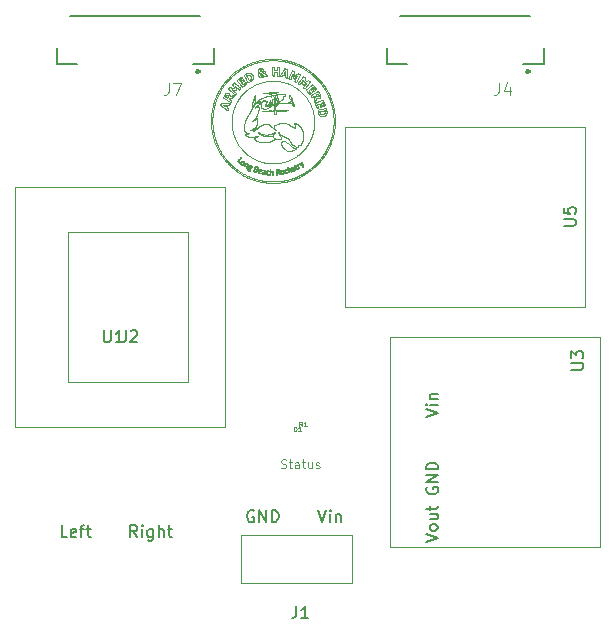
<source format=gbr>
%TF.GenerationSoftware,KiCad,Pcbnew,(5.1.9)-1*%
%TF.CreationDate,2021-04-17T19:11:21-07:00*%
%TF.ProjectId,UAS_V2,5541535f-5632-42e6-9b69-6361645f7063,rev?*%
%TF.SameCoordinates,Original*%
%TF.FileFunction,Legend,Top*%
%TF.FilePolarity,Positive*%
%FSLAX46Y46*%
G04 Gerber Fmt 4.6, Leading zero omitted, Abs format (unit mm)*
G04 Created by KiCad (PCBNEW (5.1.9)-1) date 2021-04-17 19:11:21*
%MOMM*%
%LPD*%
G01*
G04 APERTURE LIST*
%ADD10C,0.082500*%
%ADD11C,0.125000*%
%ADD12C,0.150000*%
%ADD13C,0.120000*%
%ADD14C,0.127000*%
%ADD15C,0.300000*%
%ADD16C,0.050000*%
%ADD17C,0.015000*%
G04 APERTURE END LIST*
D10*
X143525881Y-86313670D02*
X143529352Y-86306037D01*
X143652751Y-86432524D02*
X143642504Y-86427360D01*
X143582932Y-86226147D02*
X143586377Y-86223397D01*
X143579588Y-86229045D02*
X143582932Y-86226147D01*
X143570171Y-86238474D02*
X143573206Y-86235222D01*
X143526320Y-86363289D02*
X143518645Y-86358539D01*
X143515069Y-86340019D02*
X143517210Y-86334325D01*
X143512216Y-86348820D02*
X143513388Y-86344895D01*
X143574667Y-86390960D02*
X143560795Y-86383214D01*
X143536191Y-86369143D02*
X143526320Y-86363289D01*
X143576345Y-86232074D02*
X143579588Y-86229045D01*
X143567242Y-86241815D02*
X143570171Y-86238474D01*
X143561704Y-86248709D02*
X143564419Y-86245231D01*
X143559098Y-86252232D02*
X143561704Y-86248709D01*
X143718245Y-86366833D02*
X143713912Y-86374458D01*
X143725925Y-86352377D02*
X143722277Y-86359432D01*
X143556603Y-86255787D02*
X143559098Y-86252232D01*
X143533030Y-86298251D02*
X143536864Y-86290446D01*
X143729103Y-86345787D02*
X143725925Y-86352377D01*
X143548795Y-86268246D02*
X143552747Y-86261694D01*
X143560795Y-86383214D02*
X143547826Y-86375863D01*
X143731612Y-86339646D02*
X143730424Y-86342746D01*
X143513595Y-86355126D02*
X143511603Y-86353287D01*
X143699949Y-86397473D02*
X143695254Y-86404789D01*
X143675270Y-86433271D02*
X143672561Y-86436503D01*
X143686310Y-86418163D02*
X143682229Y-86423980D01*
X143670477Y-86438632D02*
X143669103Y-86439537D01*
X143722277Y-86359432D02*
X143718245Y-86366833D01*
X143603399Y-86406693D02*
X143589012Y-86398865D01*
X143544797Y-86275311D02*
X143548795Y-86268246D01*
X143511604Y-86351662D02*
X143512216Y-86348820D01*
X143695254Y-86404789D02*
X143690680Y-86411726D01*
X143682229Y-86423980D02*
X143678521Y-86429056D01*
X143630575Y-86421177D02*
X143617397Y-86414209D01*
X143690680Y-86411726D02*
X143686310Y-86418163D01*
X143669103Y-86439537D02*
X143666481Y-86438849D01*
X143536864Y-86290446D02*
X143540803Y-86282755D01*
X143660887Y-86436432D02*
X143652751Y-86432524D01*
X143511603Y-86353287D02*
X143511604Y-86351662D01*
X143522666Y-86321018D02*
X143525881Y-86313670D01*
X143666481Y-86438849D02*
X143660887Y-86436432D01*
X143529352Y-86306037D02*
X143533030Y-86298251D01*
X143547826Y-86375863D02*
X143536191Y-86369143D01*
X143713912Y-86374458D02*
X143709362Y-86382186D01*
X143564419Y-86245231D02*
X143567242Y-86241815D01*
X143672561Y-86436503D02*
X143670477Y-86438632D01*
X143519759Y-86327947D02*
X143522666Y-86321018D01*
X143709362Y-86382186D02*
X143704679Y-86389898D01*
X143552747Y-86261694D02*
X143556603Y-86255787D01*
X143517210Y-86334325D02*
X143519759Y-86327947D01*
X143518645Y-86358539D02*
X143513595Y-86355126D01*
X143642504Y-86427360D02*
X143630575Y-86421177D01*
X143678521Y-86429056D02*
X143675270Y-86433271D01*
X143730424Y-86342746D02*
X143729103Y-86345787D01*
X143593566Y-86218395D02*
X143597307Y-86216172D01*
X143540803Y-86282755D02*
X143544797Y-86275311D01*
X143573206Y-86235222D02*
X143576345Y-86232074D01*
X143589012Y-86398865D02*
X143574667Y-86390960D01*
X143617397Y-86414209D02*
X143603399Y-86406693D01*
X143704679Y-86389898D02*
X143699949Y-86397473D01*
X143589922Y-86220809D02*
X143593566Y-86218395D01*
X143586377Y-86223397D02*
X143589922Y-86220809D01*
X143513388Y-86344895D02*
X143515069Y-86340019D01*
X143637190Y-86206329D02*
X143641333Y-86206478D01*
X143700391Y-86231183D02*
X143705453Y-86235243D01*
X143661591Y-86210101D02*
X143665449Y-86211393D01*
X143653639Y-86208081D02*
X143657650Y-86208996D01*
X143633050Y-86206374D02*
X143637190Y-86206329D01*
X147573874Y-86194351D02*
X147575249Y-86190434D01*
X147572488Y-86199777D02*
X147573874Y-86194351D01*
X143649572Y-86207355D02*
X143653639Y-86208081D01*
X143616818Y-86208520D02*
X143620797Y-86207687D01*
X147571100Y-86206453D02*
X147572488Y-86199777D01*
X143641333Y-86206478D02*
X143645466Y-86206821D01*
X143732671Y-86336492D02*
X143731612Y-86339646D01*
X143733606Y-86333290D02*
X143732671Y-86336492D01*
X143736181Y-86320125D02*
X143735704Y-86323458D01*
X143737090Y-86303299D02*
X143737092Y-86306666D01*
X143620797Y-86207687D02*
X143624839Y-86207052D01*
X147558503Y-86288118D02*
X147559269Y-86284832D01*
X143678528Y-86217425D02*
X143684158Y-86220519D01*
X143609103Y-86210787D02*
X143612914Y-86209554D01*
X143734420Y-86330047D02*
X143733606Y-86333290D01*
X143735118Y-86326768D02*
X143734420Y-86330047D01*
X143732057Y-86272160D02*
X143734132Y-86278812D01*
X143645466Y-86206821D02*
X143649572Y-86207355D01*
X143735704Y-86323458D02*
X143735118Y-86326768D01*
X143736554Y-86316773D02*
X143736181Y-86320125D01*
X143736828Y-86313408D02*
X143736554Y-86316773D01*
X147560140Y-86279939D02*
X147561105Y-86273700D01*
X143665449Y-86211393D02*
X143669207Y-86212873D01*
X143628928Y-86206615D02*
X143633050Y-86206374D01*
X147557157Y-86289908D02*
X147557853Y-86289537D01*
X143735660Y-86285850D02*
X143736603Y-86293287D01*
X143737006Y-86310037D02*
X143736828Y-86313408D01*
X143736603Y-86293287D02*
X143736842Y-86296604D01*
X143734132Y-86278812D02*
X143735660Y-86285850D01*
X143729473Y-86265880D02*
X143732057Y-86272160D01*
X143719057Y-86249135D02*
X143722934Y-86254381D01*
X143705453Y-86235243D02*
X143710278Y-86239580D01*
X143714825Y-86244206D02*
X143719057Y-86249135D01*
X143710278Y-86239580D02*
X143714825Y-86244206D01*
X143689705Y-86223835D02*
X143695128Y-86227385D01*
X147557853Y-86289537D02*
X147558503Y-86288118D01*
X143672853Y-86214537D02*
X143678528Y-86217425D01*
X143657650Y-86208996D02*
X143661591Y-86210101D01*
X147563284Y-86258218D02*
X147564478Y-86249495D01*
X147575249Y-86190434D02*
X147576603Y-86188287D01*
X143624839Y-86207052D02*
X143628928Y-86206615D01*
X147569721Y-86214120D02*
X147571100Y-86206453D01*
X147562157Y-86266373D02*
X147563284Y-86258218D01*
X147561105Y-86273700D02*
X147562157Y-86266373D01*
X147556270Y-86290217D02*
X147557157Y-86289908D01*
X143737092Y-86306666D02*
X143737006Y-86310037D01*
X143737006Y-86299943D02*
X143737090Y-86303299D01*
X147565728Y-86240464D02*
X147567025Y-86231385D01*
X143736842Y-86296604D02*
X143737006Y-86299943D01*
X147564478Y-86249495D02*
X147565728Y-86240464D01*
X143726419Y-86259958D02*
X143729473Y-86265880D01*
X143695128Y-86227385D02*
X143700391Y-86231183D01*
X143612914Y-86209554D02*
X143616818Y-86208520D01*
X143684158Y-86220519D02*
X143689705Y-86223835D01*
X147567025Y-86231385D02*
X147568359Y-86222517D01*
X147559269Y-86284832D02*
X147560140Y-86279939D01*
X143669207Y-86212873D02*
X143672853Y-86214537D01*
X143722934Y-86254381D02*
X143726419Y-86259958D01*
X147568359Y-86222517D02*
X147569721Y-86214120D01*
X147526966Y-86238651D02*
X147530217Y-86242972D01*
X147538409Y-86274662D02*
X147538051Y-86276643D01*
X147540472Y-86259123D02*
X147540715Y-86260917D01*
X147539103Y-86255787D02*
X147539949Y-86257409D01*
X147523596Y-86234364D02*
X147526966Y-86238651D01*
X147494101Y-86205525D02*
X147497896Y-86208271D01*
X147490318Y-86203131D02*
X147494101Y-86205525D01*
X147536300Y-86251575D02*
X147539103Y-86255787D01*
X147509215Y-86218262D02*
X147512916Y-86222060D01*
X147486564Y-86201123D02*
X147490318Y-86203131D01*
X147530217Y-86242972D02*
X147533333Y-86247292D01*
X147555218Y-86290461D02*
X147556270Y-86290217D01*
X147554030Y-86290634D02*
X147555218Y-86290461D01*
X147552732Y-86290735D02*
X147554030Y-86290634D01*
X147548457Y-86290551D02*
X147549918Y-86290697D01*
X147512916Y-86222060D02*
X147516557Y-86226033D01*
X147412434Y-86201166D02*
X147419997Y-86200145D01*
X147540223Y-86266656D02*
X147539802Y-86268645D01*
X147501691Y-86211332D02*
X147505468Y-86214674D01*
X147551352Y-86290757D02*
X147552732Y-86290735D01*
X147384805Y-86208458D02*
X147385353Y-86207037D01*
X147540668Y-86287636D02*
X147541712Y-86288385D01*
X147533333Y-86247292D02*
X147536300Y-86251575D01*
X147544189Y-86289556D02*
X147545565Y-86289985D01*
X147540715Y-86260917D02*
X147540724Y-86262779D01*
X147427939Y-86199212D02*
X147436073Y-86198407D01*
X147386762Y-86206281D02*
X147389660Y-86205384D01*
X147389660Y-86205384D02*
X147393861Y-86204386D01*
X147520122Y-86230146D02*
X147523596Y-86234364D01*
X147399180Y-86203326D02*
X147405433Y-86202240D01*
X147542895Y-86289024D02*
X147544189Y-86289556D01*
X147541712Y-86288385D02*
X147542895Y-86289024D01*
X147385353Y-86207037D02*
X147386762Y-86206281D01*
X147539789Y-86286771D02*
X147540668Y-86287636D01*
X147537932Y-86282332D02*
X147538362Y-86284102D01*
X147538051Y-86276643D02*
X147537822Y-86278590D01*
X147384367Y-86211272D02*
X147384805Y-86208458D01*
X147537767Y-86280491D02*
X147537932Y-86282332D01*
X147537822Y-86278590D02*
X147537767Y-86280491D01*
X147539330Y-86270650D02*
X147538850Y-86272661D01*
X147405433Y-86202240D02*
X147412434Y-86201166D01*
X147540545Y-86264696D02*
X147540223Y-86266656D01*
X147539949Y-86257409D02*
X147540472Y-86259123D01*
X147452178Y-86197331D02*
X147459779Y-86197136D01*
X147497896Y-86208271D02*
X147501691Y-86211332D01*
X147516557Y-86226033D02*
X147520122Y-86230146D01*
X147482853Y-86199537D02*
X147486564Y-86201123D01*
X147444214Y-86197767D02*
X147452178Y-86197331D01*
X147436073Y-86198407D02*
X147444214Y-86197767D01*
X147393861Y-86204386D02*
X147399180Y-86203326D01*
X147549918Y-86290697D02*
X147551352Y-86290757D01*
X147546997Y-86290315D02*
X147548457Y-86290551D01*
X147466832Y-86197221D02*
X147473152Y-86197625D01*
X147545565Y-86289985D02*
X147546997Y-86290315D01*
X147459779Y-86197136D02*
X147466832Y-86197221D01*
X147539103Y-86285787D02*
X147539789Y-86286771D01*
X147538850Y-86272661D02*
X147538409Y-86274662D01*
X147505468Y-86214674D02*
X147509215Y-86218262D01*
X147539802Y-86268645D02*
X147539330Y-86270650D01*
X147473152Y-86197625D02*
X147478554Y-86198384D01*
X147419997Y-86200145D02*
X147427939Y-86199212D01*
X147540724Y-86262779D02*
X147540545Y-86264696D01*
X147538362Y-86284102D02*
X147539103Y-86285787D01*
X147478554Y-86198384D02*
X147482853Y-86199537D01*
X147390880Y-86319442D02*
X147390051Y-86318283D01*
X147400183Y-86338862D02*
X147400996Y-86337824D01*
X147383786Y-86241181D02*
X147383692Y-86233572D01*
X147383983Y-86249313D02*
X147383786Y-86241181D01*
X147384281Y-86257824D02*
X147383983Y-86249313D01*
X147403501Y-86329338D02*
X147402809Y-86328590D01*
X147395643Y-86323564D02*
X147394314Y-86322603D01*
X147398344Y-86325365D02*
X147397000Y-86324483D01*
X147403806Y-86332475D02*
X147404026Y-86331570D01*
X147403946Y-86330069D02*
X147403501Y-86329338D01*
X147316231Y-86277612D02*
X147321858Y-86281074D01*
X147384680Y-86266567D02*
X147384281Y-86257824D01*
X147385177Y-86275398D02*
X147384680Y-86266567D01*
X147386463Y-86292743D02*
X147385772Y-86284172D01*
X147352207Y-86307161D02*
X147357006Y-86311925D01*
X147342520Y-86297788D02*
X147347390Y-86302432D01*
X147387249Y-86300966D02*
X147386463Y-86292743D01*
X147389103Y-86315787D02*
X147388130Y-86308696D01*
X147337565Y-86293280D02*
X147342520Y-86297788D01*
X147389446Y-86317066D02*
X147389103Y-86315787D01*
X147404026Y-86331570D02*
X147404103Y-86330787D01*
X147327268Y-86284873D02*
X147332492Y-86288958D01*
X147401908Y-86327823D02*
X147400837Y-86327032D01*
X147371619Y-86325927D02*
X147376674Y-86330329D01*
X147394642Y-86342493D02*
X147395579Y-86342338D01*
X147387257Y-86338435D02*
X147392853Y-86342037D01*
X147396529Y-86341966D02*
X147397477Y-86341403D01*
X147347390Y-86302432D02*
X147352207Y-86307161D01*
X147402984Y-86334533D02*
X147403454Y-86333472D01*
X147399636Y-86326214D02*
X147398344Y-86325365D01*
X147400837Y-86327032D02*
X147399636Y-86326214D01*
X147376674Y-86330329D02*
X147381876Y-86334515D01*
X147392853Y-86342037D02*
X147393728Y-86342403D01*
X147401742Y-86336738D02*
X147402409Y-86335631D01*
X147397477Y-86341403D02*
X147398411Y-86340680D01*
X147381876Y-86334515D02*
X147387257Y-86338435D01*
X147301629Y-86270918D02*
X147306043Y-86272621D01*
X147399317Y-86339823D02*
X147400183Y-86338862D01*
X147321858Y-86281074D02*
X147327268Y-86284873D01*
X147385772Y-86284172D02*
X147385177Y-86275398D01*
X147398411Y-86340680D02*
X147399317Y-86339823D01*
X147391893Y-86320546D02*
X147390880Y-86319442D01*
X147390051Y-86318283D02*
X147389446Y-86317066D01*
X147404103Y-86330787D02*
X147403946Y-86330069D01*
X147357006Y-86311925D02*
X147361818Y-86316674D01*
X147395579Y-86342338D02*
X147396529Y-86341966D01*
X147393051Y-86321599D02*
X147391893Y-86320546D01*
X147394314Y-86322603D02*
X147393051Y-86321599D01*
X147361818Y-86316674D02*
X147366679Y-86321358D01*
X147402809Y-86328590D02*
X147401908Y-86327823D01*
X147400996Y-86337824D02*
X147401742Y-86336738D01*
X147393728Y-86342403D02*
X147394642Y-86342493D01*
X147332492Y-86288958D02*
X147337565Y-86293280D01*
X147310353Y-86274537D02*
X147316231Y-86277612D01*
X147384038Y-86215336D02*
X147384367Y-86211272D01*
X147388130Y-86308696D02*
X147387249Y-86300966D01*
X147306043Y-86272621D02*
X147310353Y-86274537D01*
X147383702Y-86226631D02*
X147383817Y-86220504D01*
X147403454Y-86333472D02*
X147403806Y-86332475D01*
X147366679Y-86321358D02*
X147371619Y-86325927D01*
X147402409Y-86335631D02*
X147402984Y-86334533D01*
X147383817Y-86220504D02*
X147384038Y-86215336D01*
X147383692Y-86233572D02*
X147383702Y-86226631D01*
X147397000Y-86324483D02*
X147395643Y-86323564D01*
X146913837Y-86351640D02*
X146942853Y-86342037D01*
X146597837Y-86466687D02*
X146626211Y-86455316D01*
X146976013Y-86334099D02*
X146984465Y-86332782D01*
X147175777Y-86284646D02*
X147185545Y-86281105D01*
X147061141Y-86323173D02*
X147069530Y-86321501D01*
X147259109Y-86264486D02*
X147263942Y-86264464D01*
X147225219Y-86269209D02*
X147235353Y-86267037D01*
X147146626Y-86295872D02*
X147156330Y-86292077D01*
X147097782Y-86313767D02*
X147107637Y-86310490D01*
X146855895Y-86371176D02*
X146884849Y-86361350D01*
X147069530Y-86321501D02*
X147077853Y-86319537D01*
X146942853Y-86342037D02*
X146951024Y-86339559D01*
X146513309Y-86502198D02*
X146541380Y-86490117D01*
X146683221Y-86433209D02*
X146711844Y-86422450D01*
X147292533Y-86268137D02*
X147297121Y-86269425D01*
X146959282Y-86337441D02*
X146967616Y-86335636D01*
X146826980Y-86381131D02*
X146855895Y-86371176D01*
X147287874Y-86267050D02*
X147292533Y-86268137D01*
X147283157Y-86266159D02*
X147287874Y-86267050D01*
X147278394Y-86265459D02*
X147283157Y-86266159D01*
X147273596Y-86264946D02*
X147278394Y-86265459D01*
X147195360Y-86277744D02*
X147205236Y-86274610D01*
X146984465Y-86332782D02*
X146992959Y-86331639D01*
X146654674Y-86444160D02*
X146683221Y-86433209D01*
X147044209Y-86325828D02*
X147052698Y-86324599D01*
X147077853Y-86319537D02*
X147087858Y-86316798D01*
X147010031Y-86329688D02*
X147018588Y-86328788D01*
X146951024Y-86339559D02*
X146959282Y-86337441D01*
X147254288Y-86264676D02*
X147259109Y-86264486D01*
X147156330Y-86292077D02*
X147166043Y-86288319D01*
X147240011Y-86266216D02*
X147244727Y-86265546D01*
X147235353Y-86267037D02*
X147240011Y-86266216D01*
X147027144Y-86327876D02*
X147035688Y-86326904D01*
X147136918Y-86299659D02*
X147146626Y-86295872D01*
X146769296Y-86401469D02*
X146798112Y-86391225D01*
X147215184Y-86271749D02*
X147225219Y-86269209D01*
X147166043Y-86288319D02*
X147175777Y-86284646D01*
X147107637Y-86310490D02*
X147117436Y-86307014D01*
X147052698Y-86324599D02*
X147061141Y-86323173D01*
X146541380Y-86490117D02*
X146569557Y-86478284D01*
X147018588Y-86328788D02*
X147027144Y-86327876D01*
X146460239Y-86526735D02*
X146472999Y-86520311D01*
X146711844Y-86422450D02*
X146740538Y-86411874D01*
X147001484Y-86330623D02*
X147010031Y-86329688D01*
X147117436Y-86307014D02*
X147127192Y-86303388D01*
X146967616Y-86335636D02*
X146976013Y-86334099D01*
X146740538Y-86411874D02*
X146769296Y-86401469D01*
X146798112Y-86391225D02*
X146826980Y-86381131D01*
X147249490Y-86265031D02*
X147254288Y-86264676D01*
X147205236Y-86274610D02*
X147215184Y-86271749D01*
X146626211Y-86455316D02*
X146654674Y-86444160D01*
X146485353Y-86514537D02*
X146513309Y-86502198D01*
X146472999Y-86520311D02*
X146485353Y-86514537D01*
X147087858Y-86316798D02*
X147097782Y-86313767D01*
X146884849Y-86361350D02*
X146913837Y-86351640D01*
X146569557Y-86478284D02*
X146597837Y-86466687D01*
X147297121Y-86269425D02*
X147301629Y-86270918D01*
X147244727Y-86265546D02*
X147249490Y-86265031D01*
X147268775Y-86264616D02*
X147273596Y-86264946D01*
X147263942Y-86264464D02*
X147268775Y-86264616D01*
X147185545Y-86281105D02*
X147195360Y-86277744D01*
X147035688Y-86326904D02*
X147044209Y-86325828D01*
X147127192Y-86303388D02*
X147136918Y-86299659D01*
X146992959Y-86331639D02*
X147001484Y-86330623D01*
X146166603Y-86765787D02*
X146175059Y-86756466D01*
X146166165Y-86766397D02*
X146166603Y-86765787D01*
X146165842Y-86767111D02*
X146166165Y-86766397D01*
X146165517Y-86768774D02*
X146165628Y-86767910D01*
X146168948Y-86776652D02*
X146168312Y-86776222D01*
X146182089Y-86777286D02*
X146170353Y-86777037D01*
X146346313Y-86771588D02*
X146334728Y-86773313D01*
X146318602Y-86616893D02*
X146326988Y-86610730D01*
X146369511Y-86581212D02*
X146381794Y-86573133D01*
X146326988Y-86610730D02*
X146336391Y-86603977D01*
X146229181Y-86778229D02*
X146217396Y-86778050D01*
X146193218Y-86736868D02*
X146202743Y-86726779D01*
X146165585Y-86770618D02*
X146165505Y-86769683D01*
X146165505Y-86769683D02*
X146165517Y-86768774D01*
X146357771Y-86589115D02*
X146369511Y-86581212D01*
X146299589Y-86631790D02*
X146305353Y-86627037D01*
X146212444Y-86716620D02*
X146222234Y-86706486D01*
X146202743Y-86726779D02*
X146212444Y-86716620D01*
X146205616Y-86777816D02*
X146193845Y-86777553D01*
X146357853Y-86769537D02*
X146346313Y-86771588D01*
X146165753Y-86771558D02*
X146165585Y-86770618D01*
X146166004Y-86772485D02*
X146165753Y-86771558D01*
X146334728Y-86773313D02*
X146323102Y-86774736D01*
X146264523Y-86778192D02*
X146252749Y-86778324D01*
X146346691Y-86596737D02*
X146357771Y-86589115D01*
X146336391Y-86603977D02*
X146346691Y-86596737D01*
X146311351Y-86622363D02*
X146318602Y-86616893D01*
X146232023Y-86696470D02*
X146241722Y-86686664D01*
X146311440Y-86775882D02*
X146299746Y-86776776D01*
X146217396Y-86778050D02*
X146205616Y-86777816D01*
X146362761Y-86767846D02*
X146360390Y-86768857D01*
X146168312Y-86776222D02*
X146167727Y-86775660D01*
X146305353Y-86627037D02*
X146311351Y-86622363D01*
X146323102Y-86774736D02*
X146311440Y-86775882D01*
X146260492Y-86668061D02*
X146269384Y-86659450D01*
X146285738Y-86644076D02*
X146293021Y-86637500D01*
X146277829Y-86651424D02*
X146285738Y-86644076D01*
X146169630Y-86776931D02*
X146168948Y-86776652D01*
X146293021Y-86637500D02*
X146299589Y-86631790D01*
X146193845Y-86777553D02*
X146182089Y-86777286D01*
X146288026Y-86777442D02*
X146276283Y-86777906D01*
X146394500Y-86564981D02*
X146407511Y-86556859D01*
X146381794Y-86573133D02*
X146394500Y-86564981D01*
X146252749Y-86778324D02*
X146240967Y-86778328D01*
X146269384Y-86659450D02*
X146277829Y-86651424D01*
X146251241Y-86677164D02*
X146260492Y-86668061D01*
X146167727Y-86775660D02*
X146167199Y-86774986D01*
X146165628Y-86767910D02*
X146165842Y-86767111D01*
X146183961Y-86746795D02*
X146193218Y-86736868D01*
X146276283Y-86777906D02*
X146264523Y-86778192D01*
X146299746Y-86776776D02*
X146288026Y-86777442D01*
X146240967Y-86778328D02*
X146229181Y-86778229D01*
X146167199Y-86774986D02*
X146166732Y-86774219D01*
X146175059Y-86756466D02*
X146183961Y-86746795D01*
X146166732Y-86774219D02*
X146166332Y-86773379D01*
X146170353Y-86777037D02*
X146169630Y-86776931D01*
X146447192Y-86533704D02*
X146460239Y-86526735D01*
X146433976Y-86541117D02*
X146447192Y-86533704D01*
X146420710Y-86548870D02*
X146433976Y-86541117D01*
X146407511Y-86556859D02*
X146420710Y-86548870D01*
X146241722Y-86686664D02*
X146251241Y-86677164D01*
X146222234Y-86706486D02*
X146232023Y-86696470D01*
X146166332Y-86773379D02*
X146166004Y-86772485D01*
X146360390Y-86768857D02*
X146357853Y-86769537D01*
X147072618Y-87113858D02*
X147079253Y-87111258D01*
X147066068Y-87116715D02*
X147072618Y-87113858D01*
X146873205Y-87127096D02*
X146875514Y-87130132D01*
X147053159Y-87122991D02*
X147059588Y-87119777D01*
X146987853Y-87152037D02*
X146994728Y-87150169D01*
X146972545Y-87155166D02*
X146977700Y-87154237D01*
X146869053Y-87120754D02*
X146871049Y-87123965D01*
X147139668Y-87103709D02*
X147144403Y-87104072D01*
X147097420Y-87105995D02*
X147102026Y-87105135D01*
X146951618Y-87157512D02*
X146956877Y-87157151D01*
X146889089Y-87143373D02*
X146892156Y-87145530D01*
X147040385Y-87129668D02*
X147046763Y-87126306D01*
X147046763Y-87126306D02*
X147053159Y-87122991D01*
X146860758Y-87099998D02*
X146861677Y-87103670D01*
X147134928Y-87103445D02*
X147139668Y-87103709D01*
X147130189Y-87103288D02*
X147134928Y-87103445D01*
X147106665Y-87104449D02*
X147111331Y-87103926D01*
X147102026Y-87105135D02*
X147106665Y-87104449D01*
X147034005Y-87133027D02*
X147040385Y-87129668D01*
X146962123Y-87156633D02*
X146967349Y-87155968D01*
X147027606Y-87136329D02*
X147034005Y-87133027D01*
X146905353Y-87152037D02*
X146910285Y-87153541D01*
X146880561Y-87135860D02*
X146883283Y-87138523D01*
X146935870Y-87157551D02*
X146941105Y-87157722D01*
X146895324Y-87147491D02*
X146898584Y-87149238D01*
X147116022Y-87103558D02*
X147120732Y-87103335D01*
X146898584Y-87149238D02*
X146901930Y-87150759D01*
X147125456Y-87103248D02*
X147130189Y-87103288D01*
X146915291Y-87154798D02*
X146920362Y-87155817D01*
X146956877Y-87157151D02*
X146962123Y-87156633D01*
X147092853Y-87107037D02*
X147097420Y-87105995D01*
X146994728Y-87150169D02*
X147001480Y-87147931D01*
X146910285Y-87153541D02*
X146915291Y-87154798D01*
X146861677Y-87103670D02*
X146862789Y-87107270D01*
X147085992Y-87108967D02*
X147092853Y-87107037D01*
X147059588Y-87119777D02*
X147066068Y-87116715D01*
X146982806Y-87153191D02*
X146987853Y-87152037D01*
X147014685Y-87142556D02*
X147021172Y-87139523D01*
X146877969Y-87133058D02*
X146880561Y-87135860D01*
X146967349Y-87155968D02*
X146972545Y-87155166D01*
X146925489Y-87156609D02*
X146930661Y-87157184D01*
X146886128Y-87141032D02*
X146889089Y-87143373D01*
X147001480Y-87147931D02*
X147008126Y-87145376D01*
X146941105Y-87157722D02*
X146946358Y-87157705D01*
X146946358Y-87157705D02*
X146951618Y-87157512D01*
X146930661Y-87157184D02*
X146935870Y-87157551D01*
X146862789Y-87107270D02*
X146864103Y-87110787D01*
X146892156Y-87145530D02*
X146895324Y-87147491D01*
X146920362Y-87155817D02*
X146925489Y-87156609D01*
X146883283Y-87138523D02*
X146886128Y-87141032D01*
X146875514Y-87130132D02*
X146877969Y-87133058D01*
X147008126Y-87145376D02*
X147014685Y-87142556D01*
X146865572Y-87114151D02*
X146867225Y-87117478D01*
X146867225Y-87117478D02*
X146869053Y-87120754D01*
X146977700Y-87154237D02*
X146982806Y-87153191D01*
X146901930Y-87150759D02*
X146905353Y-87152037D01*
X146864103Y-87110787D02*
X146865572Y-87114151D01*
X147144403Y-87104072D02*
X147149129Y-87104524D01*
X146871049Y-87123965D02*
X146873205Y-87127096D01*
X147120732Y-87103335D02*
X147125456Y-87103248D01*
X147111331Y-87103926D02*
X147116022Y-87103558D01*
X147079253Y-87111258D02*
X147085992Y-87108967D01*
X147021172Y-87139523D02*
X147027606Y-87136329D01*
X146901465Y-86960864D02*
X146894351Y-86976385D01*
X146955259Y-86834710D02*
X146954103Y-86840787D01*
X146869011Y-87036867D02*
X146864103Y-87050787D01*
X146859039Y-87077089D02*
X146858901Y-87080957D01*
X146859780Y-87069380D02*
X146859334Y-87073226D01*
X146915719Y-86930458D02*
X146908630Y-86945502D01*
X146910706Y-86706369D02*
X146914972Y-86708341D01*
X146947641Y-86733606D02*
X146950132Y-86736838D01*
X146959771Y-86779894D02*
X146959758Y-86786669D01*
X146950132Y-86736838D02*
X146952295Y-86740072D01*
X146894351Y-86976385D02*
X146887420Y-86991906D01*
X146879463Y-86698211D02*
X146888687Y-86700003D01*
X146958034Y-86814716D02*
X146957234Y-86821602D01*
X146949374Y-86855855D02*
X146945469Y-86865626D01*
X146880799Y-87007267D02*
X146874620Y-87022307D01*
X146922601Y-86915894D02*
X146915719Y-86930458D01*
X146959598Y-86773360D02*
X146959771Y-86779894D01*
X146959758Y-86786669D02*
X146959568Y-86793611D01*
X146938473Y-86724151D02*
X146941784Y-86727240D01*
X146888687Y-86700003D02*
X146897853Y-86702037D01*
X146861107Y-87061783D02*
X146860373Y-87065562D01*
X146897853Y-86702037D02*
X146902118Y-86703195D01*
X146864103Y-87050787D02*
X146862977Y-87054385D01*
X146952295Y-86847522D02*
X146949374Y-86855855D01*
X146887420Y-86991906D02*
X146880799Y-87007267D01*
X146956848Y-86751087D02*
X146957864Y-86755930D01*
X146954103Y-86743287D02*
X146955597Y-86746848D01*
X146952295Y-86740072D02*
X146954103Y-86743287D01*
X146906412Y-86704646D02*
X146910706Y-86706369D01*
X146860373Y-87065562D02*
X146859780Y-87069380D01*
X146861977Y-87058053D02*
X146861107Y-87061783D01*
X146935226Y-86888843D02*
X146929146Y-86901969D01*
X146944849Y-86730399D02*
X146947641Y-86733606D01*
X146941784Y-86727240D02*
X146944849Y-86730399D01*
X146919185Y-86710540D02*
X146923315Y-86712943D01*
X146931222Y-86718273D02*
X146934943Y-86721154D01*
X146927337Y-86715528D02*
X146931222Y-86718273D01*
X146955597Y-86746848D02*
X146956848Y-86751087D01*
X146957234Y-86821602D02*
X146956306Y-86828290D01*
X146934943Y-86721154D02*
X146938473Y-86724151D01*
X146945469Y-86865626D02*
X146940710Y-86876675D01*
X146959568Y-86793611D02*
X146959211Y-86800648D01*
X146958654Y-86761305D02*
X146959229Y-86767140D01*
X146874620Y-87022307D02*
X146869011Y-87036867D01*
X146929146Y-86901969D02*
X146922601Y-86915894D01*
X146940710Y-86876675D02*
X146935226Y-86888843D01*
X146954103Y-86840787D02*
X146952295Y-86847522D01*
X146957864Y-86755930D02*
X146958654Y-86761305D01*
X146958697Y-86807708D02*
X146958034Y-86814716D01*
X146959211Y-86800648D02*
X146958697Y-86807708D01*
X146959229Y-86767140D02*
X146959598Y-86773360D01*
X146870188Y-86696656D02*
X146879463Y-86698211D01*
X146914972Y-86708341D02*
X146919185Y-86710540D01*
X146923315Y-86712943D02*
X146927337Y-86715528D01*
X146908630Y-86945502D02*
X146901465Y-86960864D01*
X146956306Y-86828290D02*
X146955259Y-86834710D01*
X146860030Y-87096267D02*
X146860758Y-87099998D01*
X146859485Y-87092486D02*
X146860030Y-87096267D01*
X146859119Y-87088666D02*
X146859485Y-87092486D01*
X146858926Y-87084820D02*
X146859119Y-87088666D01*
X146858901Y-87080957D02*
X146858926Y-87084820D01*
X146859334Y-87073226D02*
X146859039Y-87077089D01*
X146862977Y-87054385D02*
X146861977Y-87058053D01*
X146902118Y-86703195D02*
X146906412Y-86704646D01*
X146620294Y-86771587D02*
X146623715Y-86768482D01*
X146567853Y-86784537D02*
X146570720Y-86784441D01*
X146585353Y-86783999D02*
X146588283Y-86783809D01*
X146582414Y-86784134D02*
X146585353Y-86783999D01*
X146731563Y-86697045D02*
X146736969Y-86696010D01*
X146715533Y-86701245D02*
X146720841Y-86699671D01*
X146612853Y-86777037D02*
X146616684Y-86774452D01*
X146804365Y-86691755D02*
X146813820Y-86691866D01*
X146694749Y-86709083D02*
X146699870Y-86706909D01*
X146573617Y-86784368D02*
X146576538Y-86784303D01*
X146639087Y-86750763D02*
X146642037Y-86747061D01*
X146794910Y-86691821D02*
X146804365Y-86691755D01*
X146470851Y-86788586D02*
X146503187Y-86787212D01*
X146596929Y-86782753D02*
X146599737Y-86782186D01*
X146823269Y-86692161D02*
X146832704Y-86692647D01*
X146785461Y-86692056D02*
X146794910Y-86691821D01*
X146776024Y-86692452D02*
X146785461Y-86692056D01*
X146757213Y-86693701D02*
X146766606Y-86693003D01*
X146747853Y-86694537D02*
X146757213Y-86693701D01*
X146705044Y-86704873D02*
X146710266Y-86702982D01*
X146654472Y-86733063D02*
X146657898Y-86729967D01*
X146588283Y-86783809D02*
X146591194Y-86783548D01*
X146630115Y-86761713D02*
X146633158Y-86758129D01*
X146679742Y-86716344D02*
X146684681Y-86713809D01*
X146645018Y-86743400D02*
X146648064Y-86739820D01*
X146742401Y-86695171D02*
X146747853Y-86694537D01*
X146648064Y-86739820D02*
X146651204Y-86736361D01*
X146699870Y-86706909D02*
X146705044Y-86704873D01*
X146661514Y-86727111D02*
X146665353Y-86724537D01*
X146576538Y-86784303D02*
X146579473Y-86784230D01*
X146736969Y-86696010D02*
X146742401Y-86695171D01*
X146657898Y-86729967D02*
X146661514Y-86727111D01*
X146599737Y-86782186D02*
X146602494Y-86781486D01*
X146570720Y-86784441D02*
X146573617Y-86784368D01*
X146726186Y-86698268D02*
X146731563Y-86697045D01*
X146710266Y-86702982D02*
X146715533Y-86701245D01*
X146684681Y-86713809D02*
X146689685Y-86711386D01*
X146674872Y-86718983D02*
X146679742Y-86716344D01*
X146503187Y-86787212D02*
X146535520Y-86785856D01*
X146626978Y-86765177D02*
X146630115Y-86761713D01*
X146670074Y-86721717D02*
X146674872Y-86718983D01*
X146665353Y-86724537D02*
X146670074Y-86721717D01*
X146636138Y-86754466D02*
X146639087Y-86750763D01*
X146594079Y-86783201D02*
X146596929Y-86782753D01*
X146535520Y-86785856D02*
X146567853Y-86784537D01*
X146602494Y-86781486D02*
X146605193Y-86780637D01*
X146579473Y-86784230D02*
X146582414Y-86784134D01*
X146642037Y-86747061D02*
X146645018Y-86743400D01*
X146633158Y-86758129D02*
X146636138Y-86754466D01*
X146623715Y-86768482D02*
X146626978Y-86765177D01*
X146591194Y-86783548D02*
X146594079Y-86783201D01*
X146689685Y-86711386D02*
X146694749Y-86709083D01*
X146607824Y-86779623D02*
X146610380Y-86778428D01*
X146610380Y-86778428D02*
X146612853Y-86777037D01*
X146720841Y-86699671D02*
X146726186Y-86698268D01*
X146651204Y-86736361D02*
X146654472Y-86733063D01*
X146860869Y-86695329D02*
X146870188Y-86696656D01*
X146605193Y-86780637D02*
X146607824Y-86779623D01*
X146851510Y-86694224D02*
X146860869Y-86695329D01*
X146616684Y-86774452D02*
X146620294Y-86771587D01*
X146842120Y-86693332D02*
X146851510Y-86694224D01*
X146832704Y-86692647D02*
X146842120Y-86693332D01*
X146766606Y-86693003D02*
X146776024Y-86692452D01*
X146813820Y-86691866D02*
X146823269Y-86692161D01*
X146048716Y-86799409D02*
X146050353Y-86799537D01*
X146023730Y-86741084D02*
X146024592Y-86747836D01*
X146309153Y-86795077D02*
X146341495Y-86793893D01*
X146276808Y-86796165D02*
X146309153Y-86795077D01*
X146244462Y-86797140D02*
X146276808Y-86796165D01*
X146034468Y-86787246D02*
X146035410Y-86788839D01*
X146042650Y-86796850D02*
X146044087Y-86797761D01*
X146039958Y-86794594D02*
X146041273Y-86795789D01*
X146031603Y-86780787D02*
X146032177Y-86782379D01*
X146033613Y-86785626D02*
X146034468Y-86787246D01*
X145964151Y-86640945D02*
X145967431Y-86643748D01*
X146212115Y-86797982D02*
X146244462Y-86797140D01*
X146179765Y-86798673D02*
X146212115Y-86797982D01*
X146115062Y-86799522D02*
X146147415Y-86799192D01*
X145990508Y-86658008D02*
X145994304Y-86660431D01*
X145982609Y-86653404D02*
X145986588Y-86655683D01*
X146082708Y-86799644D02*
X146115062Y-86799522D01*
X145955365Y-86627719D02*
X145956603Y-86630787D01*
X145978638Y-86651123D02*
X145982609Y-86653404D01*
X146038711Y-86793284D02*
X146039958Y-86794594D01*
X146032177Y-86782379D02*
X146032848Y-86783998D01*
X145970983Y-86646345D02*
X145974741Y-86648787D01*
X146036433Y-86790389D02*
X146037535Y-86791876D01*
X146004283Y-86668793D02*
X146006920Y-86672115D01*
X146017780Y-86700925D02*
X146019134Y-86707488D01*
X146011869Y-86681870D02*
X146014201Y-86688098D01*
X146020272Y-86714126D02*
X146021246Y-86720822D01*
X145986588Y-86655683D02*
X145990508Y-86658008D01*
X146028042Y-86767839D02*
X146029660Y-86774364D01*
X146037535Y-86791876D02*
X146038711Y-86793284D01*
X145953754Y-86621275D02*
X145954420Y-86624542D01*
X146006920Y-86672115D02*
X146009103Y-86675787D01*
X146014201Y-86688098D02*
X146016153Y-86694456D01*
X146025563Y-86754558D02*
X146026695Y-86761231D01*
X146021246Y-86720822D02*
X146022111Y-86727559D01*
X146009103Y-86675787D02*
X146011869Y-86681870D01*
X145956603Y-86630787D02*
X145958671Y-86634515D01*
X146022921Y-86734319D02*
X146023730Y-86741084D01*
X145967431Y-86643748D02*
X145970983Y-86646345D01*
X146050353Y-86799537D02*
X146082708Y-86799644D01*
X146022111Y-86727559D02*
X146022921Y-86734319D01*
X146047124Y-86799058D02*
X146048716Y-86799409D01*
X146045580Y-86798503D02*
X146047124Y-86799058D01*
X146032848Y-86783998D02*
X146033613Y-86785626D01*
X145994304Y-86660431D02*
X145997909Y-86663002D01*
X146019134Y-86707488D02*
X146020272Y-86714126D01*
X145954420Y-86624542D02*
X145955365Y-86627719D01*
X146044087Y-86797761D02*
X146045580Y-86798503D01*
X145997909Y-86663002D02*
X146001258Y-86665773D01*
X146035410Y-86788839D02*
X146036433Y-86790389D01*
X146024592Y-86747836D02*
X146025563Y-86754558D01*
X146016153Y-86694456D02*
X146017780Y-86700925D01*
X145974741Y-86648787D02*
X145978638Y-86651123D01*
X145961209Y-86637884D02*
X145964151Y-86640945D01*
X146438515Y-86789961D02*
X146470851Y-86788586D01*
X146147415Y-86799192D02*
X146179765Y-86798673D01*
X145958671Y-86634515D02*
X145961209Y-86637884D01*
X146406176Y-86791316D02*
X146438515Y-86789961D01*
X146029660Y-86774364D02*
X146031603Y-86780787D01*
X146001258Y-86665773D02*
X146004283Y-86668793D01*
X146026695Y-86761231D02*
X146028042Y-86767839D01*
X146373837Y-86792633D02*
X146406176Y-86791316D01*
X146341495Y-86793893D02*
X146373837Y-86792633D01*
X146041273Y-86795789D02*
X146042650Y-86796850D01*
X146042190Y-86478690D02*
X146040741Y-86489264D01*
X145982696Y-86555239D02*
X145977427Y-86560860D01*
X146026205Y-86513880D02*
X146021510Y-86518682D01*
X146034018Y-86504607D02*
X146030405Y-86509187D01*
X146043458Y-86464677D02*
X146042190Y-86478690D01*
X146047900Y-86302288D02*
X146047833Y-86321759D01*
X146047849Y-86284890D02*
X146047900Y-86302288D01*
X146036948Y-86500140D02*
X146034018Y-86504607D01*
X146046852Y-86386491D02*
X146046241Y-86408133D01*
X146047687Y-86270179D02*
X146047849Y-86284890D01*
X146040741Y-86489264D02*
X146039103Y-86495787D01*
X145953353Y-86617934D02*
X145953754Y-86621275D01*
X145953203Y-86614537D02*
X145953353Y-86617934D01*
X145953290Y-86611100D02*
X145953203Y-86614537D01*
X145954831Y-86600721D02*
X145954118Y-86604175D01*
X146046241Y-86408133D02*
X146045476Y-86428786D01*
X146023315Y-86244558D02*
X146027556Y-86244823D01*
X146005399Y-86533733D02*
X145999667Y-86538959D01*
X146047641Y-86342692D02*
X146047316Y-86364473D01*
X145958000Y-86590597D02*
X145956786Y-86593915D01*
X145996401Y-86247068D02*
X145999278Y-86246104D01*
X146021510Y-86518682D02*
X146016415Y-86523593D01*
X146039103Y-86495787D02*
X146036948Y-86500140D01*
X146044551Y-86447838D02*
X146043458Y-86464677D01*
X146031609Y-86245185D02*
X146035377Y-86245625D01*
X143605076Y-86212354D02*
X143609103Y-86210787D01*
X146002638Y-86245374D02*
X146006384Y-86244859D01*
X146006384Y-86244859D02*
X146010420Y-86244540D01*
X146014651Y-86244397D02*
X146018982Y-86244409D01*
X143601144Y-86214154D02*
X143605076Y-86212354D01*
X145955725Y-86597295D02*
X145954831Y-86600721D01*
X145956786Y-86593915D02*
X145955725Y-86597295D01*
X145999278Y-86246104D02*
X146002638Y-86245374D01*
X145959353Y-86587358D02*
X145958000Y-86590597D01*
X145964103Y-86578287D02*
X145962418Y-86581187D01*
X145977427Y-86560860D02*
X145972510Y-86566577D01*
X145994103Y-86248287D02*
X145996401Y-86247068D01*
X145968037Y-86572387D02*
X145964103Y-86578287D01*
X145972510Y-86566577D02*
X145968037Y-86572387D01*
X145993909Y-86544286D02*
X145988221Y-86549713D01*
X146018982Y-86244409D02*
X146023315Y-86244558D01*
X146011013Y-86528611D02*
X146005399Y-86533733D01*
X146030405Y-86509187D02*
X146026205Y-86513880D01*
X146041678Y-86246656D02*
X146044019Y-86247208D01*
X146047833Y-86321759D02*
X146047641Y-86342692D01*
X146045476Y-86428786D02*
X146044551Y-86447838D01*
X146047420Y-86258767D02*
X146047687Y-86270179D01*
X146038766Y-86246121D02*
X146041678Y-86246656D01*
X146035377Y-86245625D02*
X146038766Y-86246121D01*
X146010420Y-86244540D02*
X146014651Y-86244397D01*
X145953599Y-86607640D02*
X145953290Y-86611100D01*
X145954118Y-86604175D02*
X145953599Y-86607640D01*
X146045692Y-86247758D02*
X146046603Y-86248287D01*
X146044019Y-86247208D02*
X146045692Y-86247758D01*
X143597307Y-86216172D02*
X143601144Y-86214154D01*
X145960830Y-86584216D02*
X145959353Y-86587358D01*
X145988221Y-86549713D02*
X145982696Y-86555239D01*
X146047316Y-86364473D02*
X146046852Y-86386491D01*
X145999667Y-86538959D02*
X145993909Y-86544286D01*
X146046603Y-86248287D02*
X146047056Y-86251265D01*
X146027556Y-86244823D02*
X146031609Y-86245185D01*
X146016415Y-86523593D02*
X146011013Y-86528611D01*
X145962418Y-86581187D02*
X145960830Y-86584216D01*
X146047056Y-86251265D02*
X146047420Y-86258767D01*
X147180126Y-87109088D02*
X147193522Y-87111493D01*
X147282755Y-87129960D02*
X147296644Y-87133141D01*
X146594733Y-87307342D02*
X146580412Y-87298567D01*
X146610992Y-87316990D02*
X146594733Y-87307342D01*
X146648013Y-87338189D02*
X146628862Y-87327333D01*
X146751467Y-87393912D02*
X146730846Y-87383174D01*
X146668116Y-87349381D02*
X146648013Y-87338189D01*
X146688842Y-87360729D02*
X146668116Y-87349381D01*
X146811541Y-87423745D02*
X146807853Y-87422037D01*
X146771394Y-87404088D02*
X146751467Y-87393912D01*
X147337939Y-87158031D02*
X147321717Y-87168492D01*
X146709862Y-87372053D02*
X146688842Y-87360729D01*
X146807853Y-87422037D02*
X146790299Y-87413523D01*
X146819270Y-87426973D02*
X146815353Y-87425398D01*
X147135812Y-87281726D02*
X147096421Y-87304893D01*
X147210111Y-87237308D02*
X147173936Y-87259050D01*
X147346082Y-87145842D02*
X147350123Y-87147314D01*
X147296644Y-87133141D02*
X147309551Y-87136190D01*
X147243658Y-87216940D02*
X147210111Y-87237308D01*
X147153842Y-87105056D02*
X147158536Y-87105659D01*
X146827347Y-87429795D02*
X146823274Y-87428447D01*
X147300142Y-87182091D02*
X147273896Y-87198388D01*
X147207780Y-87114192D02*
X147222634Y-87117124D01*
X146977456Y-87372939D02*
X146939807Y-87393665D01*
X146860278Y-87433207D02*
X146856295Y-87433720D01*
X146871603Y-87429537D02*
X146867949Y-87431140D01*
X146852238Y-87433916D02*
X146848126Y-87433820D01*
X147173936Y-87259050D02*
X147135812Y-87281726D01*
X146839804Y-87432848D02*
X146835630Y-87432020D01*
X147331362Y-87141647D02*
X147339740Y-87143932D01*
X147237822Y-87120227D02*
X147253080Y-87123442D01*
X146939807Y-87393665D02*
X146904296Y-87412678D01*
X146867949Y-87431140D02*
X146864168Y-87432355D01*
X146848126Y-87433820D02*
X146843975Y-87433457D01*
X146904296Y-87412678D02*
X146871603Y-87429537D01*
X147350123Y-87147314D02*
X147351603Y-87148287D01*
X147158536Y-87105659D02*
X147163208Y-87106322D01*
X147193522Y-87111493D02*
X147207780Y-87114192D01*
X147321717Y-87168492D02*
X147300142Y-87182091D01*
X147149129Y-87104524D02*
X147153842Y-87105056D01*
X146843975Y-87433457D02*
X146839804Y-87432848D01*
X146730846Y-87383174D02*
X146709862Y-87372053D01*
X147163208Y-87106322D02*
X147167853Y-87107037D01*
X146790299Y-87413523D02*
X146771394Y-87404088D01*
X147096421Y-87304893D02*
X147056444Y-87328112D01*
X146856295Y-87433720D02*
X146852238Y-87433916D01*
X147339740Y-87143932D02*
X147346082Y-87145842D01*
X147222634Y-87117124D02*
X147237822Y-87120227D01*
X147056444Y-87328112D02*
X147016563Y-87350941D01*
X147253080Y-87123442D02*
X147268146Y-87126706D01*
X146831472Y-87430994D02*
X146827347Y-87429795D01*
X146864168Y-87432355D02*
X146860278Y-87433207D01*
X147273896Y-87198388D02*
X147243658Y-87216940D01*
X147348128Y-87151149D02*
X147337939Y-87158031D01*
X146628862Y-87327333D02*
X146610992Y-87316990D01*
X147351603Y-87148287D02*
X147348128Y-87151149D01*
X147268146Y-87126706D02*
X147282755Y-87129960D01*
X146815353Y-87425398D02*
X146811541Y-87423745D01*
X146823274Y-87428447D02*
X146819270Y-87426973D01*
X147016563Y-87350941D02*
X146977456Y-87372939D01*
X146835630Y-87432020D02*
X146831472Y-87430994D01*
X147309551Y-87136190D02*
X147321211Y-87139046D01*
X147321211Y-87139046D02*
X147331362Y-87141647D01*
X147167853Y-87107037D02*
X147180126Y-87109088D01*
X147466791Y-86761365D02*
X147467758Y-86746775D01*
X147462938Y-86804998D02*
X147464431Y-86790483D01*
X147497044Y-86514268D02*
X147495717Y-86513814D01*
X147503287Y-86523641D02*
X147502527Y-86520939D01*
X147485869Y-86513426D02*
X147484710Y-86513722D01*
X147499365Y-86515514D02*
X147498269Y-86514833D01*
X147504858Y-86534824D02*
X147504668Y-86531984D01*
X147503891Y-86526387D02*
X147503287Y-86523641D01*
X147487145Y-86513211D02*
X147485869Y-86513426D01*
X147489936Y-86513034D02*
X147488509Y-86513079D01*
X147473740Y-86659244D02*
X147475234Y-86644720D01*
X147492866Y-86513225D02*
X147491398Y-86513082D01*
X147500304Y-86516314D02*
X147499365Y-86515514D01*
X147501059Y-86517237D02*
X147500304Y-86516314D01*
X147483269Y-86602259D02*
X147484775Y-86599014D01*
X147480746Y-86608893D02*
X147481915Y-86605549D01*
X147469517Y-86717570D02*
X147470410Y-86702968D01*
X147464431Y-86790483D02*
X147465699Y-86775936D01*
X147479797Y-86612303D02*
X147480746Y-86608893D01*
X147504668Y-86531984D02*
X147504348Y-86529170D01*
X147501603Y-86518287D02*
X147501059Y-86517237D01*
X147477005Y-86630232D02*
X147479103Y-86615787D01*
X147504887Y-86540557D02*
X147504928Y-86537684D01*
X147489861Y-86589442D02*
X147491632Y-86586271D01*
X147499528Y-86570098D02*
X147500677Y-86566728D01*
X147495085Y-86579897D02*
X147496698Y-86576673D01*
X147501603Y-86563287D02*
X147502217Y-86560527D01*
X147481915Y-86605549D02*
X147483269Y-86602259D01*
X147504505Y-86546318D02*
X147504742Y-86543437D01*
X147467758Y-86746775D02*
X147468650Y-86732175D01*
X147456603Y-86848287D02*
X147459074Y-86833907D01*
X147491632Y-86586271D02*
X147493385Y-86583093D01*
X147496698Y-86576673D02*
X147498191Y-86573410D01*
X147503316Y-86554907D02*
X147503783Y-86552059D01*
X147493385Y-86583093D02*
X147495085Y-86579897D01*
X147502217Y-86560527D02*
X147502792Y-86557732D01*
X147470410Y-86702968D02*
X147471377Y-86688375D01*
X147475234Y-86644720D02*
X147477005Y-86630232D01*
X147484710Y-86513722D02*
X147483696Y-86514094D01*
X147488509Y-86513079D02*
X147487145Y-86513211D01*
X147502792Y-86557732D02*
X147503316Y-86554907D01*
X147504348Y-86529170D02*
X147503891Y-86526387D01*
X147494315Y-86513468D02*
X147492866Y-86513225D01*
X147484775Y-86599014D02*
X147486398Y-86595803D01*
X147495717Y-86513814D02*
X147494315Y-86513468D01*
X147500677Y-86566728D02*
X147501603Y-86563287D01*
X147468650Y-86732175D02*
X147469517Y-86717570D01*
X147486398Y-86595803D02*
X147488104Y-86592616D01*
X147504182Y-86549194D02*
X147504505Y-86546318D01*
X147459074Y-86833907D02*
X147461168Y-86819476D01*
X147502527Y-86520939D02*
X147501603Y-86518287D01*
X147498191Y-86573410D02*
X147499528Y-86570098D01*
X147472471Y-86673798D02*
X147473740Y-86659244D01*
X147479103Y-86615787D02*
X147479797Y-86612303D01*
X147471377Y-86688375D02*
X147472471Y-86673798D01*
X147461168Y-86819476D02*
X147462938Y-86804998D01*
X147504928Y-86537684D02*
X147504858Y-86534824D01*
X147504742Y-86543437D02*
X147504887Y-86540557D01*
X147491398Y-86513082D02*
X147489936Y-86513034D01*
X147488104Y-86592616D02*
X147489861Y-86589442D01*
X147498269Y-86514833D02*
X147497044Y-86514268D01*
X147465699Y-86775936D02*
X147466791Y-86761365D01*
X147503783Y-86552059D02*
X147504182Y-86549194D01*
X147439579Y-87087129D02*
X147437205Y-87086610D01*
X147405538Y-87070753D02*
X147403535Y-87068888D01*
X147425229Y-87082504D02*
X147422620Y-87081350D01*
X147430353Y-87084537D02*
X147427814Y-87083567D01*
X147441983Y-87087552D02*
X147439579Y-87087129D01*
X147461222Y-87086936D02*
X147458899Y-87087449D01*
X147463494Y-87086283D02*
X147461222Y-87086936D01*
X147432583Y-87085310D02*
X147430353Y-87084537D01*
X147451719Y-87088201D02*
X147449285Y-87088206D01*
X147465707Y-87085485D02*
X147463494Y-87086283D01*
X147437205Y-87086610D02*
X147434870Y-87086002D01*
X147453685Y-86862303D02*
X147456603Y-86848287D01*
X147450027Y-86877349D02*
X147453685Y-86862303D01*
X147445763Y-86893179D02*
X147450027Y-86877349D01*
X147441028Y-86909546D02*
X147445763Y-86893179D01*
X147449285Y-87088206D02*
X147446844Y-87088096D01*
X147529456Y-87048638D02*
X147523634Y-87052755D01*
X147420077Y-86975467D02*
X147425346Y-86959411D01*
X147456535Y-87087828D02*
X147454139Y-87088077D01*
X147435957Y-86926204D02*
X147441028Y-86909546D01*
X147406033Y-87018492D02*
X147410286Y-87005254D01*
X147397468Y-87048633D02*
X147399489Y-87040428D01*
X147434870Y-87086002D02*
X147432583Y-87085310D01*
X147412382Y-87075827D02*
X147409984Y-87074223D01*
X147422620Y-87081350D02*
X147420008Y-87080104D01*
X147517708Y-87056739D02*
X147511688Y-87060595D01*
X147556631Y-87025834D02*
X147551490Y-87030711D01*
X147551490Y-87030711D02*
X147546192Y-87035424D01*
X147444408Y-87087877D02*
X147441983Y-87087552D01*
X147540746Y-87039978D02*
X147535164Y-87044381D01*
X147402389Y-87030299D02*
X147406033Y-87018492D01*
X147399489Y-87040428D02*
X147402389Y-87030299D01*
X147561603Y-87020787D02*
X147556631Y-87025834D01*
X147409984Y-87074223D02*
X147407695Y-87072532D01*
X147396461Y-87054668D02*
X147397468Y-87048633D01*
X147398669Y-87062780D02*
X147397503Y-87060575D01*
X147403535Y-87068888D02*
X147401707Y-87066937D01*
X147400078Y-87064900D02*
X147398669Y-87062780D01*
X147401707Y-87066937D02*
X147400078Y-87064900D01*
X147407695Y-87072532D02*
X147405538Y-87070753D01*
X147535164Y-87044381D02*
X147529456Y-87048638D01*
X147417416Y-87078768D02*
X147414867Y-87077342D01*
X147427814Y-87083567D02*
X147425229Y-87082504D01*
X147499413Y-87067951D02*
X147493179Y-87071462D01*
X147458899Y-87087449D02*
X147456535Y-87087828D01*
X147446844Y-87088096D02*
X147444408Y-87087877D01*
X147467853Y-87084537D02*
X147465707Y-87085485D01*
X147505586Y-87064331D02*
X147499413Y-87067951D01*
X147511688Y-87060595D02*
X147505586Y-87064331D01*
X147546192Y-87035424D02*
X147540746Y-87039978D01*
X147430685Y-86942908D02*
X147435957Y-86926204D01*
X147425346Y-86959411D02*
X147430685Y-86942908D01*
X147486895Y-87074870D02*
X147480572Y-87078181D01*
X147415012Y-86990830D02*
X147420077Y-86975467D01*
X147493179Y-87071462D02*
X147486895Y-87074870D01*
X147410286Y-87005254D02*
X147415012Y-86990830D01*
X147396603Y-87058287D02*
X147396461Y-87054668D01*
X147454139Y-87088077D02*
X147451719Y-87088201D01*
X147414867Y-87077342D02*
X147412382Y-87075827D01*
X147480572Y-87078181D02*
X147474221Y-87081401D01*
X147523634Y-87052755D02*
X147517708Y-87056739D01*
X147420008Y-87080104D02*
X147417416Y-87078768D01*
X147397503Y-87060575D02*
X147396603Y-87058287D01*
X147474221Y-87081401D02*
X147467853Y-87084537D01*
X147622032Y-86910373D02*
X147619464Y-86917221D01*
X147645351Y-86694616D02*
X147645810Y-86710100D01*
X147581747Y-86995241D02*
X147578061Y-87000632D01*
X147588664Y-86984120D02*
X147585278Y-86989733D01*
X147591915Y-86978412D02*
X147588664Y-86984120D01*
X147642489Y-86832752D02*
X147641392Y-86839952D01*
X147631345Y-86882596D02*
X147629180Y-86889595D01*
X147635292Y-86868498D02*
X147633385Y-86875563D01*
X147645925Y-86787429D02*
X147645193Y-86802865D01*
X147643395Y-86825530D02*
X147642489Y-86832752D01*
X147662067Y-86381144D02*
X147661104Y-86385412D01*
X147595039Y-86972623D02*
X147591915Y-86978412D01*
X147598044Y-86966764D02*
X147595039Y-86972623D01*
X147600941Y-86960845D02*
X147598044Y-86966764D01*
X147653126Y-86451532D02*
X147651678Y-86466739D01*
X147656027Y-86423608D02*
X147654584Y-86437063D01*
X147606443Y-86948881D02*
X147603737Y-86954880D01*
X147609066Y-86942857D02*
X147606443Y-86948881D01*
X147657427Y-86411440D02*
X147656027Y-86423608D01*
X147616817Y-86924026D02*
X147614103Y-86930787D01*
X147645193Y-86802865D02*
X147644103Y-86818287D01*
X147659992Y-86392068D02*
X147658758Y-86400835D01*
X147640114Y-86847128D02*
X147638666Y-86854279D01*
X147647669Y-86514044D02*
X147646534Y-86529458D01*
X147643372Y-86601715D02*
X147643382Y-86617190D01*
X147644723Y-86558104D02*
X147644103Y-86570787D01*
X147643580Y-86632671D02*
X147643922Y-86648155D01*
X147654584Y-86437063D02*
X147653126Y-86451532D01*
X147646498Y-86756522D02*
X147646345Y-86771981D01*
X147614103Y-86930787D02*
X147611616Y-86936822D01*
X147637055Y-86861403D02*
X147635292Y-86868498D01*
X147646534Y-86529458D02*
X147645543Y-86544236D01*
X147644103Y-86570787D02*
X147643597Y-86586247D01*
X147646185Y-86725580D02*
X147646429Y-86741055D01*
X147643922Y-86648155D02*
X147644361Y-86663642D01*
X147645543Y-86544236D02*
X147644723Y-86558104D01*
X147638666Y-86854279D02*
X147637055Y-86861403D01*
X147644853Y-86679130D02*
X147645351Y-86694616D01*
X147661104Y-86385412D02*
X147659992Y-86392068D01*
X147603737Y-86954880D02*
X147600941Y-86960845D01*
X147644361Y-86663642D02*
X147644853Y-86679130D01*
X147624514Y-86903485D02*
X147622032Y-86910373D01*
X147619464Y-86917221D02*
X147616817Y-86924026D01*
X147644103Y-86818287D02*
X147643395Y-86825530D01*
X147651678Y-86466739D02*
X147650268Y-86482410D01*
X147643382Y-86617190D02*
X147643580Y-86632671D01*
X147626900Y-86896559D02*
X147624514Y-86903485D01*
X147629180Y-86889595D02*
X147626900Y-86896559D01*
X147650268Y-86482410D02*
X147648923Y-86498270D01*
X147641392Y-86839952D02*
X147640114Y-86847128D01*
X147645810Y-86710100D02*
X147646185Y-86725580D01*
X147643597Y-86586247D02*
X147643372Y-86601715D01*
X147658758Y-86400835D02*
X147657427Y-86411440D01*
X147662853Y-86379537D02*
X147662067Y-86381144D01*
X147565993Y-87015983D02*
X147561603Y-87020787D01*
X147570193Y-87011015D02*
X147565993Y-87015983D01*
X147611616Y-86936822D02*
X147609066Y-86942857D01*
X147574213Y-87005893D02*
X147570193Y-87011015D01*
X147646345Y-86771981D02*
X147645925Y-86787429D01*
X147648923Y-86498270D02*
X147647669Y-86514044D01*
X147646429Y-86741055D02*
X147646498Y-86756522D01*
X147578061Y-87000632D02*
X147574213Y-87005893D01*
X147585278Y-86989733D02*
X147581747Y-86995241D01*
X147633385Y-86875563D02*
X147631345Y-86882596D01*
X147673613Y-86525333D02*
X147673493Y-86517373D01*
X147701628Y-86856300D02*
X147703421Y-86844585D01*
X147681303Y-86403715D02*
X147680722Y-86401540D01*
X147671751Y-86386343D02*
X147670193Y-86384584D01*
X147677646Y-86394749D02*
X147676294Y-86392510D01*
X147679622Y-86453605D02*
X147680497Y-86445631D01*
X147698436Y-86879725D02*
X147699939Y-86868013D01*
X147711949Y-86762524D02*
X147711603Y-86750787D01*
X147690684Y-86628464D02*
X147687692Y-86614946D01*
X147711603Y-86750787D02*
X147710579Y-86737045D01*
X147681748Y-86429686D02*
X147682021Y-86421717D01*
X147696603Y-86938287D02*
X147695937Y-86926574D01*
X147677376Y-86560663D02*
X147675529Y-86547001D01*
X147674155Y-86501443D02*
X147674834Y-86493474D01*
X147681990Y-86413751D02*
X147681603Y-86405787D01*
X147678651Y-86461580D02*
X147679622Y-86453605D01*
X147693712Y-86641976D02*
X147690684Y-86628464D01*
X147687692Y-86614946D02*
X147684802Y-86601415D01*
X147709981Y-86797709D02*
X147711056Y-86785984D01*
X147695937Y-86926574D02*
X147695870Y-86914861D01*
X147680722Y-86401540D02*
X147679896Y-86399299D01*
X147695870Y-86914861D02*
X147696319Y-86903149D01*
X147673691Y-86509410D02*
X147674155Y-86501443D01*
X147703421Y-86844585D02*
X147705236Y-86832869D01*
X147682021Y-86421717D02*
X147681990Y-86413751D01*
X147704918Y-86696121D02*
X147702380Y-86682555D01*
X147709081Y-86723358D02*
X147707173Y-86709719D01*
X147710579Y-86737045D02*
X147709081Y-86723358D01*
X147697202Y-86891437D02*
X147698436Y-86879725D01*
X147670193Y-86384584D02*
X147668671Y-86383031D01*
X147674837Y-86390340D02*
X147673311Y-86388273D01*
X147676294Y-86392510D02*
X147674837Y-86390340D01*
X147711739Y-86774256D02*
X147711949Y-86762524D01*
X147705236Y-86832869D02*
X147706989Y-86821152D01*
X147676625Y-86477529D02*
X147677635Y-86469555D01*
X147675529Y-86547001D02*
X147674103Y-86533287D01*
X147711056Y-86785984D02*
X147711739Y-86774256D01*
X147707173Y-86709719D02*
X147704918Y-86696121D01*
X147708598Y-86809432D02*
X147709981Y-86797709D01*
X147706989Y-86821152D02*
X147708598Y-86809432D01*
X147674834Y-86493474D02*
X147675674Y-86485502D01*
X147684802Y-86601415D02*
X147682077Y-86587863D01*
X147699624Y-86669014D02*
X147696714Y-86655490D01*
X147678858Y-86397024D02*
X147677646Y-86394749D01*
X147681603Y-86405787D02*
X147681303Y-86403715D01*
X147677635Y-86469555D02*
X147678651Y-86461580D01*
X147675674Y-86485502D02*
X147676625Y-86477529D01*
X147702380Y-86682555D02*
X147699624Y-86669014D01*
X147673493Y-86517373D02*
X147673691Y-86509410D01*
X147679580Y-86574281D02*
X147677376Y-86560663D01*
X147682077Y-86587863D02*
X147679580Y-86574281D01*
X147696714Y-86655490D02*
X147693712Y-86641976D01*
X147699939Y-86868013D02*
X147701628Y-86856300D01*
X147663660Y-86379553D02*
X147662853Y-86379537D01*
X147680497Y-86445631D02*
X147681223Y-86437658D01*
X147674103Y-86533287D02*
X147673613Y-86525333D01*
X147664681Y-86379944D02*
X147663660Y-86379553D01*
X147665880Y-86380676D02*
X147664681Y-86379944D01*
X147667222Y-86381717D02*
X147665880Y-86380676D01*
X147668671Y-86383031D02*
X147667222Y-86381717D01*
X147673311Y-86388273D02*
X147671751Y-86386343D01*
X147679896Y-86399299D02*
X147678858Y-86397024D01*
X147681223Y-86437658D02*
X147681748Y-86429686D01*
X147696319Y-86903149D02*
X147697202Y-86891437D01*
X147858225Y-86880563D02*
X147853136Y-86890171D01*
X147864519Y-86728983D02*
X147865710Y-86736879D01*
X147869335Y-86776710D02*
X147869653Y-86784721D01*
X147868893Y-86768709D02*
X147869335Y-86776710D01*
X147732996Y-86973107D02*
X147730353Y-86972037D01*
X147741483Y-86975755D02*
X147738579Y-86974978D01*
X147865791Y-86860859D02*
X147862482Y-86870778D01*
X147697839Y-86944032D02*
X147697042Y-86941210D01*
X147753443Y-86977520D02*
X147750437Y-86977305D01*
X147866735Y-86744804D02*
X147867601Y-86752752D01*
X147819263Y-86934070D02*
X147811613Y-86941725D01*
X147708497Y-86958757D02*
X147706164Y-86956574D01*
X147710986Y-86960828D02*
X147708497Y-86958757D01*
X147869944Y-86808780D02*
X147869849Y-86816797D01*
X147704016Y-86954280D02*
X147702080Y-86951878D01*
X147713602Y-86962785D02*
X147710986Y-86960828D01*
X147716315Y-86964626D02*
X147713602Y-86962785D01*
X147747430Y-86976931D02*
X147744439Y-86976410D01*
X147762281Y-86977087D02*
X147759383Y-86977423D01*
X147781954Y-86967178D02*
X147775353Y-86972037D01*
X147811613Y-86941725D02*
X147803942Y-86948905D01*
X147869653Y-86784721D02*
X147869855Y-86792739D01*
X147840926Y-86908686D02*
X147834035Y-86917508D01*
X147803942Y-86948905D02*
X147796364Y-86955569D01*
X147721923Y-86967954D02*
X147719099Y-86966349D01*
X147724759Y-86969438D02*
X147721923Y-86967954D01*
X147727578Y-86970800D02*
X147724759Y-86969438D01*
X147750437Y-86977305D02*
X147747430Y-86976931D01*
X147772986Y-86973538D02*
X147770478Y-86974781D01*
X147867601Y-86752752D02*
X147868317Y-86760722D01*
X147730353Y-86972037D02*
X147727578Y-86970800D01*
X147775353Y-86972037D02*
X147772986Y-86973538D01*
X147869849Y-86816797D02*
X147869671Y-86824806D01*
X147865710Y-86736879D02*
X147866735Y-86744804D01*
X147735744Y-86974091D02*
X147732996Y-86973107D01*
X147744439Y-86976410D02*
X147741483Y-86975755D01*
X147759383Y-86977423D02*
X147756431Y-86977563D01*
X147765108Y-86976543D02*
X147762281Y-86977087D01*
X147861603Y-86713287D02*
X147863152Y-86721117D01*
X147847331Y-86899559D02*
X147840926Y-86908686D01*
X147767846Y-86975778D02*
X147765108Y-86976543D01*
X147788996Y-86961674D02*
X147781954Y-86967178D01*
X147826776Y-86925984D02*
X147819263Y-86934070D01*
X147869949Y-86800760D02*
X147869944Y-86808780D01*
X147863152Y-86721117D02*
X147864519Y-86728983D01*
X147869671Y-86824806D02*
X147869419Y-86832804D01*
X147868317Y-86760722D02*
X147868893Y-86768709D01*
X147770478Y-86974781D02*
X147767846Y-86975778D01*
X147834035Y-86917508D02*
X147826776Y-86925984D01*
X147853136Y-86890171D02*
X147847331Y-86899559D01*
X147869855Y-86792739D02*
X147869949Y-86800760D01*
X147756431Y-86977563D02*
X147753443Y-86977520D01*
X147869103Y-86840787D02*
X147868036Y-86850848D01*
X147868036Y-86850848D02*
X147865791Y-86860859D01*
X147796364Y-86955569D02*
X147788996Y-86961674D01*
X147738579Y-86974978D02*
X147735744Y-86974091D01*
X147697042Y-86941210D02*
X147696603Y-86938287D01*
X147869419Y-86832804D02*
X147869103Y-86840787D01*
X147698963Y-86946752D02*
X147697839Y-86944032D01*
X147862482Y-86870778D02*
X147858225Y-86880563D01*
X147700386Y-86949368D02*
X147698963Y-86946752D01*
X147702080Y-86951878D02*
X147700386Y-86949368D01*
X147719099Y-86966349D02*
X147716315Y-86964626D01*
X147706164Y-86956574D02*
X147704016Y-86954280D01*
X147286946Y-87050550D02*
X147281777Y-87054441D01*
X147219309Y-87082021D02*
X147215143Y-87081764D01*
X147254298Y-87071403D02*
X147248591Y-87074301D01*
X147265550Y-87065114D02*
X147259956Y-87068341D01*
X147291967Y-87046490D02*
X147286946Y-87050550D01*
X147328998Y-87001121D02*
X147321603Y-87013287D01*
X147336330Y-86988127D02*
X147328998Y-87001121D01*
X147271062Y-87061723D02*
X147265550Y-87065114D01*
X147310249Y-87028550D02*
X147305982Y-87033292D01*
X147343562Y-86974468D02*
X147336330Y-86988127D01*
X147281777Y-87054441D02*
X147276477Y-87058166D01*
X147193269Y-87070973D02*
X147190613Y-87067354D01*
X147203235Y-87078529D02*
X147199630Y-87076530D01*
X147207056Y-87080048D02*
X147203235Y-87078529D01*
X147211042Y-87081116D02*
X147207056Y-87080048D01*
X147305982Y-87033292D02*
X147301502Y-87037862D01*
X147405905Y-86827103D02*
X147402221Y-86837286D01*
X147231694Y-87080748D02*
X147227635Y-87081483D01*
X147318075Y-87018549D02*
X147314285Y-87023636D01*
X147276477Y-87058166D02*
X147271062Y-87061723D01*
X147432651Y-86726890D02*
X147427246Y-86749909D01*
X147456098Y-86624649D02*
X147450239Y-86650332D01*
X147479138Y-86526546D02*
X147475825Y-86539788D01*
X147248591Y-87074301D02*
X147242853Y-87077037D01*
X147398029Y-86848603D02*
X147393366Y-86860888D01*
X147422300Y-86770509D02*
X147417952Y-86787990D01*
X147483696Y-86514094D02*
X147482853Y-86514537D01*
X147417952Y-86787990D02*
X147414340Y-86801649D01*
X147296825Y-87042261D02*
X147291967Y-87046490D01*
X147411603Y-86810787D02*
X147409045Y-86818215D01*
X147215143Y-87081764D02*
X147211042Y-87081116D01*
X147227635Y-87081483D02*
X147223490Y-87081917D01*
X147427246Y-86749909D02*
X147422300Y-86770509D01*
X147466980Y-86577242D02*
X147461724Y-86600051D01*
X147450239Y-86650332D02*
X147444286Y-86676401D01*
X147223490Y-87081917D02*
X147219309Y-87082021D01*
X147438377Y-86702154D02*
X147432651Y-86726890D01*
X147239353Y-87078496D02*
X147235617Y-87079743D01*
X147259956Y-87068341D02*
X147254298Y-87071403D01*
X147301502Y-87037862D02*
X147296825Y-87042261D01*
X147409045Y-86818215D02*
X147405905Y-86827103D01*
X147321603Y-87013287D02*
X147318075Y-87018549D01*
X147475825Y-86539788D02*
X147471726Y-86556920D01*
X147382776Y-86887715D02*
X147376923Y-86901928D01*
X147481527Y-86517896D02*
X147479138Y-86526546D01*
X147350657Y-86960309D02*
X147343562Y-86974468D01*
X147370747Y-86916458D02*
X147364286Y-86931140D01*
X147388269Y-86873980D02*
X147382776Y-86887715D01*
X147393366Y-86860888D02*
X147388269Y-86873980D01*
X147414340Y-86801649D02*
X147411603Y-86810787D01*
X147471726Y-86556920D02*
X147466980Y-86577242D01*
X147444286Y-86676401D02*
X147438377Y-86702154D01*
X147482853Y-86514537D02*
X147481527Y-86517896D01*
X147190613Y-87067354D02*
X147188374Y-87063136D01*
X147376923Y-86901928D02*
X147370747Y-86916458D01*
X147196292Y-87074022D02*
X147193269Y-87070973D01*
X147199630Y-87076530D02*
X147196292Y-87074022D01*
X147314285Y-87023636D02*
X147310249Y-87028550D01*
X147235617Y-87079743D02*
X147231694Y-87080748D01*
X147364286Y-86931140D02*
X147357577Y-86945811D01*
X147402221Y-86837286D02*
X147398029Y-86848603D01*
X147242853Y-87077037D02*
X147239353Y-87078496D01*
X147461724Y-86600051D02*
X147456098Y-86624649D01*
X147357577Y-86945811D02*
X147350657Y-86960309D01*
X144188510Y-92284139D02*
X144174436Y-92271954D01*
X144231060Y-92320313D02*
X144216826Y-92308315D01*
X144349756Y-92417270D02*
X144334079Y-92404743D01*
X146416911Y-93407468D02*
X146389725Y-93401321D01*
X144428813Y-92479060D02*
X144412909Y-92466821D01*
X144365476Y-92429743D02*
X144349756Y-92417270D01*
X144492919Y-92527367D02*
X144476817Y-92515392D01*
X146389725Y-93401321D02*
X146362570Y-93395042D01*
X145873770Y-93254960D02*
X145766349Y-93216597D01*
X146362570Y-93395042D02*
X146335446Y-93388631D01*
X145141045Y-92935486D02*
X145040580Y-92880593D01*
X145345427Y-93038572D02*
X145242681Y-92988162D01*
X146227297Y-93361631D02*
X146200353Y-93354537D01*
X144146478Y-92247374D02*
X144132600Y-92234972D01*
X144216826Y-92308315D02*
X144202641Y-92296258D01*
X144509073Y-92539271D02*
X144492919Y-92527367D01*
X145981950Y-93290769D02*
X145873770Y-93254960D01*
X145766349Y-93216597D02*
X145659745Y-93175729D01*
X143973729Y-92084761D02*
X143953089Y-92064610D01*
X144381241Y-92442160D02*
X144365476Y-92429743D01*
X144259665Y-92344145D02*
X144245341Y-92332255D01*
X144318445Y-92392165D02*
X144302853Y-92379537D01*
X144557853Y-92574537D02*
X144541539Y-92562858D01*
X145242681Y-92988162D02*
X145141045Y-92935486D01*
X146200353Y-93354537D02*
X146090831Y-93323978D01*
X146308356Y-93382085D02*
X146281300Y-93375404D01*
X146444126Y-93413484D02*
X146416911Y-93407468D01*
X146335446Y-93388631D02*
X146308356Y-93382085D01*
X144174436Y-92271954D02*
X144160424Y-92259701D01*
X144941343Y-92823529D02*
X144843393Y-92764344D01*
X144843393Y-92764344D02*
X144746789Y-92703085D01*
X144288424Y-92367783D02*
X144274027Y-92355987D01*
X144397052Y-92454520D02*
X144381241Y-92442160D01*
X143994438Y-92104842D02*
X143973729Y-92084761D01*
X144541539Y-92562858D02*
X144525279Y-92551102D01*
X144015209Y-92124855D02*
X143994438Y-92104842D01*
X144036039Y-92144807D02*
X144015209Y-92124855D01*
X146281300Y-93375404D02*
X146254280Y-93368586D01*
X144245341Y-92332255D02*
X144231060Y-92320313D01*
X144302853Y-92379537D02*
X144288424Y-92367783D01*
X144334079Y-92404743D02*
X144318445Y-92392165D01*
X145659745Y-93175729D02*
X145554018Y-93132403D01*
X144651589Y-92639801D02*
X144557853Y-92574537D01*
X144056922Y-92164699D02*
X144036039Y-92144807D01*
X146254280Y-93368586D02*
X146227297Y-93361631D01*
X144160424Y-92259701D02*
X144146478Y-92247374D01*
X144525279Y-92551102D02*
X144509073Y-92539271D01*
X144460766Y-92503348D02*
X144444765Y-92491237D01*
X144476817Y-92515392D02*
X144460766Y-92503348D01*
X145449225Y-93086668D02*
X145345427Y-93038572D01*
X146090831Y-93323978D02*
X145981950Y-93290769D01*
X144118794Y-92222491D02*
X144105066Y-92209927D01*
X145554018Y-93132403D02*
X145449225Y-93086668D01*
X144077853Y-92184537D02*
X144056922Y-92164699D01*
X144091417Y-92197277D02*
X144077853Y-92184537D01*
X144746789Y-92703085D02*
X144651589Y-92639801D01*
X144444765Y-92491237D02*
X144428813Y-92479060D01*
X144105066Y-92209927D02*
X144091417Y-92197277D01*
X144202641Y-92296258D02*
X144188510Y-92284139D01*
X144274027Y-92355987D02*
X144259665Y-92344145D01*
X144412909Y-92466821D02*
X144397052Y-92454520D01*
X145040580Y-92880593D02*
X144941343Y-92823529D01*
X144132600Y-92234972D02*
X144118794Y-92222491D01*
X146869296Y-93487861D02*
X146845817Y-93484819D01*
X146892787Y-93490814D02*
X146869296Y-93487861D01*
X148524949Y-93436601D02*
X148487670Y-93444415D01*
X146939798Y-93496486D02*
X146916289Y-93493686D01*
X147475902Y-93533460D02*
X147409147Y-93532080D01*
X147676240Y-93532089D02*
X147609469Y-93533464D01*
X148599395Y-93420415D02*
X148562191Y-93428599D01*
X146471370Y-93419371D02*
X146444126Y-93413484D01*
X146498640Y-93425129D02*
X146471370Y-93419371D01*
X146525936Y-93430761D02*
X146498640Y-93425129D01*
X148357201Y-93468801D02*
X148333817Y-93472457D01*
X146580601Y-93441646D02*
X146553257Y-93436266D01*
X146986832Y-93501903D02*
X146963313Y-93499222D01*
X146963313Y-93499222D02*
X146939798Y-93496486D01*
X146705296Y-93464223D02*
X146681953Y-93460320D01*
X147010353Y-93504537D02*
X146986832Y-93501903D01*
X147076507Y-93511420D02*
X147010353Y-93504537D01*
X147876246Y-93522450D02*
X147809650Y-93526582D01*
X147942743Y-93517399D02*
X147876246Y-93522450D01*
X148098878Y-93501925D02*
X148075353Y-93504537D01*
X148240011Y-93485450D02*
X148216509Y-93488376D01*
X148333817Y-93472457D02*
X148310403Y-93475933D01*
X148427129Y-93456584D02*
X148403860Y-93460882D01*
X148310403Y-93475933D02*
X148286961Y-93479245D01*
X148009119Y-93511428D02*
X147942743Y-93517399D01*
X146728664Y-93467977D02*
X146705296Y-93464223D01*
X146553257Y-93436266D02*
X146525936Y-93430761D01*
X146607966Y-93446903D02*
X146580601Y-93441646D01*
X148192994Y-93491208D02*
X148169470Y-93493961D01*
X146635353Y-93452037D02*
X146607966Y-93446903D01*
X146658638Y-93456261D02*
X146635353Y-93452037D01*
X147409147Y-93532080D02*
X147342440Y-93529783D01*
X148216509Y-93488376D02*
X148192994Y-93491208D01*
X148784840Y-93376902D02*
X148747828Y-93385935D01*
X146822351Y-93481679D02*
X146798901Y-93478434D01*
X146916289Y-93493686D02*
X146892787Y-93490814D01*
X147209252Y-93522436D02*
X147142813Y-93517387D01*
X147542683Y-93533921D02*
X147475902Y-93533460D01*
X147742974Y-93529795D02*
X147676240Y-93532089D01*
X148450353Y-93452037D02*
X148427129Y-93456584D01*
X148145940Y-93496654D02*
X148122408Y-93499303D01*
X147275801Y-93526568D02*
X147209252Y-93522436D01*
X148380550Y-93464948D02*
X148357201Y-93468801D01*
X148075353Y-93504537D02*
X148009119Y-93511428D01*
X148263496Y-93482412D02*
X148240011Y-93485450D01*
X147342440Y-93529783D02*
X147275801Y-93526568D01*
X148747828Y-93385935D02*
X148710777Y-93394807D01*
X148122408Y-93499303D02*
X148098878Y-93501925D01*
X148169470Y-93493961D02*
X148145940Y-93496654D01*
X148403860Y-93460882D02*
X148380550Y-93464948D01*
X148487670Y-93444415D02*
X148450353Y-93452037D01*
X147609469Y-93533464D02*
X147542683Y-93533921D01*
X148673687Y-93403514D02*
X148636560Y-93412051D01*
X148636560Y-93412051D02*
X148599395Y-93420415D01*
X148286961Y-93479245D02*
X148263496Y-93482412D01*
X147809650Y-93526582D02*
X147742974Y-93529795D01*
X146681953Y-93460320D02*
X146658638Y-93456261D01*
X148710777Y-93394807D02*
X148673687Y-93403514D01*
X146798901Y-93478434D02*
X146775468Y-93475074D01*
X148562191Y-93428599D02*
X148524949Y-93436601D01*
X146775468Y-93475074D02*
X146752055Y-93471591D01*
X146752055Y-93471591D02*
X146728664Y-93467977D01*
X147142813Y-93517387D02*
X147076507Y-93511420D01*
X146845817Y-93484819D02*
X146822351Y-93481679D01*
X149505218Y-93143455D02*
X149485964Y-93151355D01*
X149581869Y-93110996D02*
X149562765Y-93119245D01*
X149619951Y-93094215D02*
X149600932Y-93102654D01*
X149600932Y-93102654D02*
X149581869Y-93110996D01*
X149874802Y-92971848D02*
X149853301Y-92982765D01*
X149939035Y-92938578D02*
X149917669Y-92949754D01*
X149657853Y-93077037D02*
X149638925Y-93085677D01*
X148821815Y-93367713D02*
X148784840Y-93376902D01*
X149081894Y-93298351D02*
X149062403Y-93304046D01*
X149159328Y-93273793D02*
X149140042Y-93280173D01*
X149236072Y-93247019D02*
X149216939Y-93253875D01*
X148969327Y-93329479D02*
X148932507Y-93339250D01*
X149701578Y-93056715D02*
X149679736Y-93066921D01*
X149679736Y-93066921D02*
X149657853Y-93077037D01*
X148858750Y-93358371D02*
X148821815Y-93367713D01*
X149006109Y-93319573D02*
X148969327Y-93329479D01*
X149216939Y-93253875D02*
X149197773Y-93260631D01*
X149369803Y-93197149D02*
X149350353Y-93204537D01*
X149466677Y-93159174D02*
X149447358Y-93166915D01*
X150021505Y-92894407D02*
X150002853Y-92904537D01*
X150002853Y-92904537D02*
X149981627Y-92915969D01*
X149723380Y-93046418D02*
X149701578Y-93056715D01*
X149745140Y-93036031D02*
X149723380Y-93046418D01*
X150077265Y-92863621D02*
X150058715Y-92873954D01*
X150040127Y-92884214D02*
X150021505Y-92894407D01*
X149485964Y-93151355D02*
X149466677Y-93159174D01*
X149274250Y-93233063D02*
X149255174Y-93240078D01*
X149062403Y-93304046D02*
X149042853Y-93309537D01*
X150151000Y-92821456D02*
X150132645Y-92832132D01*
X149101329Y-93292465D02*
X149081894Y-93298351D01*
X149120710Y-93286401D02*
X149101329Y-93292465D01*
X149853301Y-92982765D02*
X149831755Y-92993594D01*
X149350353Y-93204537D02*
X149331351Y-93211713D01*
X150169296Y-92810680D02*
X150151000Y-92821456D01*
X148895648Y-93348882D02*
X148858750Y-93358371D01*
X148932507Y-93339250D02*
X148895648Y-93348882D01*
X149042853Y-93309537D02*
X149006109Y-93319573D01*
X149896258Y-92960844D02*
X149874802Y-92971848D01*
X149331351Y-93211713D02*
X149312335Y-93218868D01*
X149960354Y-92927316D02*
X149939035Y-92938578D01*
X150114234Y-92842715D02*
X150095773Y-92853209D01*
X149140042Y-93280173D02*
X149120710Y-93286401D01*
X149197773Y-93260631D02*
X149178570Y-93267275D01*
X150058715Y-92873954D02*
X150040127Y-92884214D01*
X149312335Y-93218868D02*
X149293303Y-93225989D01*
X149428009Y-93174580D02*
X149408633Y-93182172D01*
X149831755Y-92993594D02*
X149810166Y-93004336D01*
X149638925Y-93085677D02*
X149619951Y-93094215D01*
X149408633Y-93182172D02*
X149389230Y-93189694D01*
X150095773Y-92853209D02*
X150077265Y-92863621D01*
X150132645Y-92832132D02*
X150114234Y-92842715D01*
X149562765Y-93119245D02*
X149543621Y-93127403D01*
X149810166Y-93004336D02*
X149788534Y-93014990D01*
X149788534Y-93014990D02*
X149766858Y-93025555D01*
X149917669Y-92949754D02*
X149896258Y-92960844D01*
X149981627Y-92915969D02*
X149960354Y-92927316D01*
X149178570Y-93267275D02*
X149159328Y-93273793D01*
X149255174Y-93240078D02*
X149236072Y-93247019D01*
X149543621Y-93127403D02*
X149524438Y-93135472D01*
X149293303Y-93225989D02*
X149274250Y-93233063D01*
X149524438Y-93135472D02*
X149505218Y-93143455D01*
X149389230Y-93189694D02*
X149369803Y-93197149D01*
X149766858Y-93025555D02*
X149745140Y-93036031D01*
X149447358Y-93166915D02*
X149428009Y-93174580D01*
X150478072Y-92607273D02*
X150452200Y-92625437D01*
X150822766Y-92348672D02*
X150808645Y-92360339D01*
X151085853Y-92106981D02*
X151060564Y-92131382D01*
X150905839Y-92276754D02*
X150892200Y-92288971D01*
X151211034Y-91983678D02*
X151186167Y-92008509D01*
X150850780Y-92325066D02*
X150836812Y-92336914D01*
X150780184Y-92383406D02*
X150765849Y-92394806D01*
X150836812Y-92336914D02*
X150822766Y-92348672D01*
X150892200Y-92288971D02*
X150878476Y-92301095D01*
X151309658Y-91883528D02*
X151285129Y-91908688D01*
X151403664Y-91777752D02*
X151396281Y-91787006D01*
X150722446Y-92428484D02*
X150707853Y-92439537D01*
X151111058Y-92082493D02*
X151085853Y-92106981D01*
X150631839Y-92496228D02*
X150606378Y-92514963D01*
X150187528Y-92799801D02*
X150169296Y-92810680D01*
X150205693Y-92788811D02*
X150187528Y-92799801D01*
X151334103Y-91858287D02*
X151309658Y-91883528D01*
X150241802Y-92766483D02*
X150223786Y-92777707D01*
X150259738Y-92755133D02*
X150241802Y-92766483D01*
X151136179Y-92057917D02*
X151111058Y-92082493D01*
X150347953Y-92696982D02*
X150321694Y-92714572D01*
X150606378Y-92514963D02*
X150580852Y-92533612D01*
X150736978Y-92417345D02*
X150722446Y-92428484D01*
X150765849Y-92394806D02*
X150751446Y-92406119D01*
X150932853Y-92252037D02*
X150919390Y-92264443D01*
X150878476Y-92301095D02*
X150864669Y-92313127D01*
X151035190Y-92155694D02*
X151009732Y-92179916D01*
X151358184Y-91832252D02*
X151350275Y-91841039D01*
X150808645Y-92360339D02*
X150794450Y-92371917D01*
X151388829Y-91796203D02*
X151381301Y-91805334D01*
X151381301Y-91805334D02*
X151373690Y-91814391D01*
X150984190Y-92204048D02*
X150958563Y-92228089D01*
X151161215Y-92033256D02*
X151136179Y-92057917D01*
X150794450Y-92371917D02*
X150780184Y-92383406D01*
X151350275Y-91841039D02*
X151342250Y-91849721D01*
X150223786Y-92777707D02*
X150205693Y-92788811D01*
X150277590Y-92743653D02*
X150259738Y-92755133D01*
X150295353Y-92732037D02*
X150277590Y-92743653D01*
X150919390Y-92264443D02*
X150905839Y-92276754D01*
X150374132Y-92679269D02*
X150347953Y-92696982D01*
X150657238Y-92477409D02*
X150631839Y-92496228D01*
X151009732Y-92179916D02*
X150984190Y-92204048D01*
X151365987Y-91823367D02*
X151358184Y-91832252D01*
X151060564Y-92131382D02*
X151035190Y-92155694D01*
X150321694Y-92714572D02*
X150295353Y-92732037D01*
X150580852Y-92533612D02*
X150555260Y-92552171D01*
X150751446Y-92406119D02*
X150736978Y-92417345D01*
X151342250Y-91849721D02*
X151334103Y-91858287D01*
X151260515Y-91933767D02*
X151235817Y-91958764D01*
X150400231Y-92661439D02*
X150374132Y-92679269D01*
X151285129Y-91908688D02*
X151260515Y-91933767D01*
X150503872Y-92589005D02*
X150478072Y-92607273D01*
X150529601Y-92570637D02*
X150503872Y-92589005D01*
X150682575Y-92458511D02*
X150657238Y-92477409D01*
X150864669Y-92313127D02*
X150850780Y-92325066D01*
X151373690Y-91814391D02*
X151365987Y-91823367D01*
X150555260Y-92552171D02*
X150529601Y-92570637D01*
X151235817Y-91958764D02*
X151211034Y-91983678D01*
X150452200Y-92625437D02*
X150426253Y-92643494D01*
X150707853Y-92439537D02*
X150682575Y-92458511D01*
X150958563Y-92228089D02*
X150932853Y-92252037D01*
X151396281Y-91787006D02*
X151388829Y-91796203D01*
X151186167Y-92008509D02*
X151161215Y-92033256D01*
X150426253Y-92643494D02*
X150400231Y-92661439D01*
X151972883Y-90987361D02*
X151953430Y-91020734D01*
X152103927Y-90750874D02*
X152085809Y-90784981D01*
X152139489Y-90682317D02*
X152121823Y-90716653D01*
X152030204Y-90886643D02*
X152011277Y-90920317D01*
X151568880Y-91580305D02*
X151557647Y-91593688D01*
X152121823Y-90716653D02*
X152103927Y-90750874D01*
X152174103Y-90613287D02*
X152156918Y-90647862D01*
X151788293Y-91285474D02*
X151773371Y-91307104D01*
X151634103Y-91498287D02*
X151623538Y-91512194D01*
X151773371Y-91307104D02*
X151758305Y-91328639D01*
X151580025Y-91566851D02*
X151568880Y-91580305D01*
X151696852Y-91413956D02*
X151681255Y-91435114D01*
X152201349Y-90556459D02*
X152187874Y-90584943D01*
X152187874Y-90584943D02*
X152174103Y-90613287D01*
X151488911Y-91672870D02*
X151477319Y-91685942D01*
X151534952Y-91620269D02*
X151523509Y-91633480D01*
X151649868Y-91477273D02*
X151634103Y-91498287D01*
X151623538Y-91512194D02*
X151612839Y-91525998D01*
X151546334Y-91607008D02*
X151534952Y-91620269D01*
X151681255Y-91435114D02*
X151665589Y-91456217D01*
X151743107Y-91350085D02*
X151727791Y-91371448D01*
X151894147Y-91120286D02*
X151874103Y-91153287D01*
X152214548Y-90527844D02*
X152201349Y-90556459D01*
X152227488Y-90499108D02*
X152214548Y-90527844D01*
X151992167Y-90953889D02*
X151972883Y-90987361D01*
X152011277Y-90920317D02*
X151992167Y-90953889D01*
X151817656Y-91241897D02*
X151803059Y-91263740D01*
X151758305Y-91328639D02*
X151743107Y-91350085D01*
X151410988Y-91768448D02*
X151403664Y-91777752D01*
X151418259Y-91759102D02*
X151410988Y-91768448D01*
X151425485Y-91749724D02*
X151418259Y-91759102D01*
X152288928Y-90353946D02*
X152277014Y-90383145D01*
X151432675Y-91740320D02*
X151425485Y-91749724D01*
X151874103Y-91153287D02*
X151860307Y-91175639D01*
X151439836Y-91730899D02*
X151432675Y-91740320D01*
X151446976Y-91721469D02*
X151439836Y-91730899D01*
X151454103Y-91712037D02*
X151446976Y-91721469D01*
X151523509Y-91633480D02*
X151512015Y-91646645D01*
X151727791Y-91371448D02*
X151712368Y-91392736D01*
X151860307Y-91175639D02*
X151846293Y-91197853D01*
X151477319Y-91685942D02*
X151465713Y-91698995D01*
X151612839Y-91525998D02*
X151602014Y-91539704D01*
X151512015Y-91646645D02*
X151500479Y-91659773D01*
X151712368Y-91392736D02*
X151696852Y-91413956D01*
X151846293Y-91197853D02*
X151832072Y-91219937D01*
X151953430Y-91020734D02*
X151933818Y-91054011D01*
X152277014Y-90383145D02*
X152264931Y-90412270D01*
X152156918Y-90647862D02*
X152139489Y-90682317D01*
X151591073Y-91553319D02*
X151580025Y-91566851D01*
X151602014Y-91539704D02*
X151591073Y-91553319D01*
X151665589Y-91456217D02*
X151649868Y-91477273D01*
X151933818Y-91054011D02*
X151914055Y-91087194D01*
X152264931Y-90412270D02*
X152252661Y-90441312D01*
X151465713Y-91698995D02*
X151454103Y-91712037D01*
X152085809Y-90784981D02*
X152067478Y-90818977D01*
X152252661Y-90441312D02*
X152240186Y-90470261D01*
X151500479Y-91659773D02*
X151488911Y-91672870D01*
X151557647Y-91593688D02*
X151546334Y-91607008D01*
X152067478Y-90818977D02*
X152048940Y-90852863D01*
X151803059Y-91263740D02*
X151788293Y-91285474D01*
X152048940Y-90852863D02*
X152030204Y-90886643D01*
X151832072Y-91219937D02*
X151817656Y-91241897D01*
X152240186Y-90470261D02*
X152227488Y-90499108D01*
X151914055Y-91087194D02*
X151894147Y-91120286D01*
X143912036Y-92024078D02*
X143891633Y-92003689D01*
X143891633Y-92003689D02*
X143871320Y-91983212D01*
X142735359Y-90200206D02*
X142726747Y-90177451D01*
X142744048Y-90222928D02*
X142735359Y-90200206D01*
X142752800Y-90245621D02*
X142744048Y-90222928D01*
X143504103Y-91565787D02*
X143460745Y-91510670D01*
X142761603Y-90268287D02*
X142752800Y-90245621D01*
X142770186Y-90290178D02*
X142761603Y-90268287D01*
X142778873Y-90312031D02*
X142770186Y-90290178D01*
X142787662Y-90333845D02*
X142778873Y-90312031D01*
X142796554Y-90355618D02*
X142787662Y-90333845D01*
X142814653Y-90399038D02*
X142805551Y-90377350D01*
X143549129Y-91621790D02*
X143534083Y-91603149D01*
X143830981Y-91941981D02*
X143810966Y-91921218D01*
X143953089Y-92064610D02*
X143932523Y-92044383D01*
X143771272Y-91879375D02*
X143751603Y-91858287D01*
X143810966Y-91921218D02*
X143791061Y-91900350D01*
X142823861Y-90420683D02*
X142814653Y-90399038D01*
X142842596Y-90463834D02*
X142833175Y-90442282D01*
X143006750Y-90801084D02*
X142974247Y-90738821D01*
X142871509Y-90528199D02*
X142861763Y-90506794D01*
X142901412Y-90592097D02*
X142891333Y-90570852D01*
X143295985Y-91283245D02*
X143256931Y-91224797D01*
X143418260Y-91454827D02*
X143376644Y-91398290D01*
X143751603Y-91858287D02*
X143735388Y-91840665D01*
X143564222Y-91640395D02*
X143549129Y-91621790D01*
X143719307Y-91822921D02*
X143703351Y-91805064D01*
X143851100Y-91962645D02*
X143830981Y-91941981D01*
X143594578Y-91677471D02*
X143579369Y-91658958D01*
X142861763Y-90506794D02*
X142852125Y-90485339D01*
X142911603Y-90613287D02*
X142901412Y-90592097D01*
X143218718Y-91165770D02*
X143181341Y-91106193D01*
X143256931Y-91224797D02*
X143218718Y-91165770D01*
X143625207Y-91714317D02*
X143609854Y-91695926D01*
X143335887Y-91341086D02*
X143295985Y-91283245D01*
X143703351Y-91805064D02*
X143687514Y-91787099D01*
X142974247Y-90738821D02*
X142942533Y-90676213D01*
X143376644Y-91398290D02*
X143335887Y-91341086D01*
X143671788Y-91769036D02*
X143656166Y-91750879D01*
X143534083Y-91603149D02*
X143519076Y-91584479D01*
X143687514Y-91787099D02*
X143671788Y-91769036D01*
X143109064Y-90985507D02*
X143074153Y-90924456D01*
X143040050Y-90862972D02*
X143006750Y-90801084D01*
X142881366Y-90549552D02*
X142871509Y-90528199D01*
X143932523Y-92044383D02*
X143912036Y-92024078D01*
X143735388Y-91840665D02*
X143719307Y-91822921D01*
X142805551Y-90377350D02*
X142796554Y-90355618D01*
X142852125Y-90485339D02*
X142842596Y-90463834D01*
X143144791Y-91046095D02*
X143109064Y-90985507D01*
X143791061Y-91900350D02*
X143771272Y-91879375D01*
X143181341Y-91106193D02*
X143144791Y-91046095D01*
X143640642Y-91732637D02*
X143625207Y-91714317D01*
X142891333Y-90570852D02*
X142881366Y-90549552D01*
X143460745Y-91510670D02*
X143418260Y-91454827D01*
X142718225Y-90154661D02*
X142709804Y-90131833D01*
X143871320Y-91983212D02*
X143851100Y-91962645D01*
X142942533Y-90676213D02*
X142911603Y-90613287D01*
X143519076Y-91584479D02*
X143504103Y-91565787D01*
X143579369Y-91658958D02*
X143564222Y-91640395D01*
X142726747Y-90177451D02*
X142718225Y-90154661D01*
X143609854Y-91695926D02*
X143594578Y-91677471D01*
X142833175Y-90442282D02*
X142823861Y-90420683D01*
X143074153Y-90924456D02*
X143040050Y-90862972D01*
X143656166Y-91750879D02*
X143640642Y-91732637D01*
X146597853Y-86754537D02*
X146592968Y-86756208D01*
X146437586Y-86763656D02*
X146429709Y-86763638D01*
X146446025Y-86763619D02*
X146437586Y-86763656D01*
X146463974Y-86763403D02*
X146454872Y-86763533D01*
X146552016Y-86761678D02*
X146546765Y-86761755D01*
X146718522Y-86679569D02*
X146711317Y-86681955D01*
X146648721Y-86709830D02*
X146642012Y-86713409D01*
X146617001Y-86736655D02*
X146614976Y-86739459D01*
X146642012Y-86713409D02*
X146635353Y-86717037D01*
X146536248Y-86761781D02*
X146530997Y-86761782D01*
X146606132Y-86749502D02*
X146603581Y-86751493D01*
X146755234Y-86670747D02*
X146747853Y-86672037D01*
X146583002Y-86758739D02*
X146577934Y-86759651D01*
X146525759Y-86761808D02*
X146520542Y-86761885D01*
X146557254Y-86761525D02*
X146552016Y-86761678D01*
X146619014Y-86733823D02*
X146617001Y-86736655D01*
X146614976Y-86739459D02*
X146612907Y-86742191D01*
X146507942Y-86762306D02*
X146499866Y-86762565D01*
X146669140Y-86699521D02*
X146662284Y-86702874D01*
X146747853Y-86672037D02*
X146740443Y-86673594D01*
X146482331Y-86763036D02*
X146473179Y-86763235D01*
X146740443Y-86673594D02*
X146733085Y-86675376D01*
X146588016Y-86757600D02*
X146583002Y-86758739D01*
X146530997Y-86761782D02*
X146525759Y-86761808D01*
X146627558Y-86723130D02*
X146625286Y-86725618D01*
X146632561Y-86718794D02*
X146629973Y-86720840D01*
X146635353Y-86717037D02*
X146632561Y-86718794D01*
X146725778Y-86677372D02*
X146718522Y-86679569D01*
X146473179Y-86763235D02*
X146463974Y-86763403D01*
X146491278Y-86762811D02*
X146482331Y-86763036D01*
X146567662Y-86760892D02*
X146562472Y-86761272D01*
X146655478Y-86706315D02*
X146648721Y-86709830D01*
X146662284Y-86702874D02*
X146655478Y-86706315D01*
X146704162Y-86684516D02*
X146697058Y-86687241D01*
X146682999Y-86693130D02*
X146676045Y-86696269D01*
X146690004Y-86690116D02*
X146682999Y-86693130D01*
X146629973Y-86720840D02*
X146627558Y-86723130D01*
X146603581Y-86751493D02*
X146600831Y-86753187D01*
X146676045Y-86696269D02*
X146669140Y-86699521D01*
X146612907Y-86742191D02*
X146610765Y-86744805D01*
X146623125Y-86728260D02*
X146621045Y-86731010D01*
X146577934Y-86759651D02*
X146572819Y-86760360D01*
X146520542Y-86761885D02*
X146515353Y-86762037D01*
X146562472Y-86761272D02*
X146557254Y-86761525D01*
X146572819Y-86760360D02*
X146567662Y-86760892D01*
X146625286Y-86725618D02*
X146623125Y-86728260D01*
X146410988Y-86763192D02*
X146406895Y-86762894D01*
X146592968Y-86756208D02*
X146588016Y-86757600D01*
X146608517Y-86747258D02*
X146606132Y-86749502D01*
X146621045Y-86731010D02*
X146619014Y-86733823D01*
X146711317Y-86681955D02*
X146704162Y-86684516D01*
X146610765Y-86744805D02*
X146608517Y-86747258D01*
X146697058Y-86687241D02*
X146690004Y-86690116D01*
X146546765Y-86761755D02*
X146541506Y-86761781D01*
X146600831Y-86753187D02*
X146597853Y-86754537D01*
X146416257Y-86763412D02*
X146410988Y-86763192D01*
X146454872Y-86763533D02*
X146446025Y-86763619D01*
X146422549Y-86763558D02*
X146416257Y-86763412D01*
X146429709Y-86763638D02*
X146422549Y-86763558D01*
X146499866Y-86762565D02*
X146491278Y-86762811D01*
X146515353Y-86762037D02*
X146507942Y-86762306D01*
X146541506Y-86761781D02*
X146536248Y-86761781D01*
X146733085Y-86675376D02*
X146725778Y-86677372D01*
X146898213Y-86677840D02*
X146894904Y-86676873D01*
X147002085Y-86792105D02*
X147002864Y-86788223D01*
X147000193Y-86799656D02*
X147001191Y-86795922D01*
X146867853Y-86672037D02*
X146860369Y-86671383D01*
X147004135Y-86760778D02*
X147003585Y-86757040D01*
X147001191Y-86795922D02*
X147002085Y-86792105D01*
X146993892Y-86819070D02*
X146999103Y-86803287D01*
X146982733Y-86725927D02*
X146977877Y-86722195D01*
X146925814Y-86690022D02*
X146920353Y-86687037D01*
X146977877Y-86722195D02*
X146972653Y-86718431D01*
X146845346Y-86670099D02*
X146837813Y-86669507D01*
X147004029Y-86780337D02*
X147004394Y-86776370D01*
X146907951Y-86681252D02*
X146904740Y-86680028D01*
X146888214Y-86675187D02*
X146884842Y-86674466D01*
X146830272Y-86668971D02*
X146822726Y-86668511D01*
X146871254Y-86672370D02*
X146867853Y-86672037D01*
X146931523Y-86693187D02*
X146925814Y-86690022D01*
X146920353Y-86687037D02*
X146917326Y-86685455D01*
X146994409Y-86736698D02*
X146991067Y-86733202D01*
X147004394Y-86776370D02*
X147004598Y-86772413D01*
X146792572Y-86667784D02*
X146785060Y-86667971D01*
X147004598Y-86772413D02*
X147004631Y-86768482D01*
X146807636Y-86667888D02*
X146800098Y-86667762D01*
X146891570Y-86675989D02*
X146888214Y-86675187D01*
X146837813Y-86669507D02*
X146830272Y-86668971D01*
X146955458Y-86707187D02*
X146949446Y-86703533D01*
X146967130Y-86714660D02*
X146961376Y-86710904D01*
X146972653Y-86718431D02*
X146967130Y-86714660D01*
X147004480Y-86764598D02*
X147004135Y-86760778D01*
X146822726Y-86668511D02*
X146815180Y-86668143D01*
X146860369Y-86671383D02*
X146852866Y-86670731D01*
X146878060Y-86673263D02*
X146874658Y-86672779D01*
X146987152Y-86729604D02*
X146982733Y-86725927D01*
X146991067Y-86733202D02*
X146987152Y-86729604D01*
X147002818Y-86753404D02*
X147001823Y-86749887D01*
X146999103Y-86743287D02*
X146997111Y-86740068D01*
X147000588Y-86746509D02*
X146999103Y-86743287D01*
X146961376Y-86710904D02*
X146955458Y-86707187D01*
X146904740Y-86680028D02*
X146901493Y-86678891D01*
X146997111Y-86740068D02*
X146994409Y-86736698D01*
X146884842Y-86674466D02*
X146881456Y-86673825D01*
X146917326Y-86685455D02*
X146914248Y-86683965D01*
X146943407Y-86699966D02*
X146937410Y-86696510D01*
X146874658Y-86672779D02*
X146871254Y-86672370D01*
X146881456Y-86673825D02*
X146878060Y-86673263D01*
X146894904Y-86676873D02*
X146891570Y-86675989D01*
X146949446Y-86703533D02*
X146943407Y-86699966D01*
X146999103Y-86803287D02*
X147000193Y-86799656D01*
X146911122Y-86682564D02*
X146907951Y-86681252D01*
X146914248Y-86683965D02*
X146911122Y-86682564D01*
X146937410Y-86696510D02*
X146931523Y-86693187D01*
X147003515Y-86784294D02*
X147004029Y-86780337D01*
X147003585Y-86757040D02*
X147002818Y-86753404D01*
X147001823Y-86749887D02*
X147000588Y-86746509D01*
X147002864Y-86788223D02*
X147003515Y-86784294D01*
X146901493Y-86678891D02*
X146898213Y-86677840D01*
X146762649Y-86669713D02*
X146755234Y-86670747D01*
X146770095Y-86668918D02*
X146762649Y-86669713D01*
X146777566Y-86668344D02*
X146770095Y-86668918D01*
X146785060Y-86667971D02*
X146777566Y-86668344D01*
X146800098Y-86667762D02*
X146792572Y-86667784D01*
X146815180Y-86668143D02*
X146807636Y-86667888D01*
X146852866Y-86670731D02*
X146845346Y-86670099D01*
X147004631Y-86768482D02*
X147004480Y-86764598D01*
X146913682Y-87118068D02*
X146911240Y-87115873D01*
X146986426Y-87120964D02*
X146981109Y-87122789D01*
X146953849Y-87128733D02*
X146948346Y-87129253D01*
X146959352Y-87127984D02*
X146953849Y-87128733D01*
X147020948Y-87102835D02*
X147016389Y-87105965D01*
X146912562Y-87019408D02*
X146918481Y-87003876D01*
X146918954Y-87122012D02*
X146916259Y-87120119D01*
X146899716Y-87057186D02*
X146900622Y-87053949D01*
X146901603Y-87103287D02*
X146900205Y-87100326D01*
X146975731Y-87124408D02*
X146970304Y-87125817D01*
X147016389Y-87105965D02*
X147011685Y-87108923D01*
X146957168Y-86911818D02*
X146963702Y-86896507D01*
X147001894Y-87114303D02*
X146996830Y-87116716D01*
X146936713Y-87129143D02*
X146933644Y-87128536D01*
X146950580Y-86927111D02*
X146957168Y-86911818D01*
X146943985Y-86942400D02*
X146950580Y-86927111D01*
X146937430Y-86957705D02*
X146943985Y-86942400D01*
X146901603Y-87050787D02*
X146906920Y-87035040D01*
X146897570Y-87067216D02*
X146898179Y-87063832D01*
X146896915Y-87087594D02*
X146896608Y-87084252D01*
X146900205Y-87100326D02*
X146899049Y-87097263D01*
X146948346Y-87129253D02*
X146942853Y-87129537D01*
X146906821Y-87111113D02*
X146904878Y-87108581D01*
X146899049Y-87097263D02*
X146898124Y-87094112D01*
X147034165Y-87092498D02*
X147025353Y-87099537D01*
X147011685Y-87108923D02*
X147006850Y-87111704D01*
X146924630Y-86988426D02*
X146930962Y-86973041D01*
X146900622Y-87053949D02*
X146901603Y-87050787D01*
X146896483Y-87080872D02*
X146896529Y-87077465D01*
X146970304Y-87125817D02*
X146964840Y-87127011D01*
X146918481Y-87003876D02*
X146924630Y-86988426D01*
X146896608Y-87084252D02*
X146896483Y-87080872D01*
X146933644Y-87128536D02*
X146930598Y-87127674D01*
X146981109Y-87122789D02*
X146975731Y-87124408D01*
X146906920Y-87035040D02*
X146912562Y-87019408D01*
X146898179Y-87063832D02*
X146898898Y-87060484D01*
X146897084Y-87070625D02*
X146897570Y-87067216D01*
X146996830Y-87116716D02*
X146991670Y-87118938D01*
X147025353Y-87099537D02*
X147020948Y-87102835D01*
X146908947Y-87113549D02*
X146906821Y-87111113D01*
X146896733Y-87074046D02*
X146897084Y-87070625D01*
X146897416Y-87090885D02*
X146896915Y-87087594D01*
X146903133Y-87105967D02*
X146901603Y-87103287D01*
X146939788Y-87129483D02*
X146936713Y-87129143D01*
X146991670Y-87118938D02*
X146986426Y-87120964D01*
X146930598Y-87127674D02*
X146927590Y-87126576D01*
X146964840Y-87127011D02*
X146959352Y-87127984D01*
X146896529Y-87077465D02*
X146896733Y-87074046D01*
X146904878Y-87108581D02*
X146903133Y-87105967D01*
X146911240Y-87115873D02*
X146908947Y-87113549D01*
X146942853Y-87129537D02*
X146939788Y-87129483D01*
X146898898Y-87060484D02*
X146899716Y-87057186D01*
X146924636Y-87125255D02*
X146921752Y-87123729D01*
X146921752Y-87123729D02*
X146918954Y-87122012D01*
X146898124Y-87094112D02*
X146897416Y-87090885D01*
X147006850Y-87111704D02*
X147001894Y-87114303D01*
X146988343Y-86834731D02*
X146993892Y-86819070D01*
X146927590Y-87126576D02*
X146924636Y-87125255D01*
X146982501Y-86850288D02*
X146988343Y-86834731D01*
X146916259Y-87120119D02*
X146913682Y-87118068D01*
X146976416Y-86865759D02*
X146982501Y-86850288D01*
X146970134Y-86881160D02*
X146976416Y-86865759D01*
X146963702Y-86896507D02*
X146970134Y-86881160D01*
X146930962Y-86973041D02*
X146937430Y-86957705D01*
X147135694Y-86986456D02*
X147128763Y-86995396D01*
X147149103Y-86968287D02*
X147142474Y-86977418D01*
X147286140Y-86618013D02*
X147284769Y-86618148D01*
X147300026Y-86625939D02*
X147299103Y-86623287D01*
X147205408Y-86872281D02*
X147200504Y-86882307D01*
X147219189Y-86841787D02*
X147214749Y-86852016D01*
X147289020Y-86618020D02*
X147287566Y-86617969D01*
X147084070Y-87046577D02*
X147076110Y-87054635D01*
X147099555Y-87030029D02*
X147091885Y-87038373D01*
X147235922Y-86798523D02*
X147231603Y-86810787D01*
X147279353Y-86621454D02*
X147277977Y-86626005D01*
X147155477Y-86959181D02*
X147149103Y-86968287D01*
X147161682Y-86949949D02*
X147155477Y-86959181D01*
X147296890Y-86620501D02*
X147295810Y-86619812D01*
X147091885Y-87038373D02*
X147084070Y-87046577D01*
X147167719Y-86940597D02*
X147161682Y-86949949D01*
X147173590Y-86931133D02*
X147167719Y-86940597D01*
X147227614Y-86821167D02*
X147223477Y-86831502D01*
X147248393Y-86755308D02*
X147244339Y-86770505D01*
X147269154Y-86665001D02*
X147266228Y-86678559D01*
X147277977Y-86626005D02*
X147276247Y-86632913D01*
X147299103Y-86623287D02*
X147298562Y-86622235D01*
X147282295Y-86618680D02*
X147281244Y-86619069D01*
X147276247Y-86632913D02*
X147274185Y-86641900D01*
X147059758Y-87070286D02*
X147051368Y-87077865D01*
X147068006Y-87062541D02*
X147059758Y-87070286D01*
X147107079Y-87021553D02*
X147099555Y-87030029D01*
X147114455Y-87012951D02*
X147107079Y-87021553D01*
X147263060Y-86693085D02*
X147259669Y-86708301D01*
X147231603Y-86810787D02*
X147227614Y-86821167D01*
X147142474Y-86977418D02*
X147135694Y-86986456D01*
X147200504Y-86882307D02*
X147195442Y-86892253D01*
X147266228Y-86678559D02*
X147263060Y-86693085D01*
X147295810Y-86619812D02*
X147294603Y-86619238D01*
X147184840Y-86911885D02*
X147179297Y-86921560D01*
X147190221Y-86902114D02*
X147184840Y-86911885D01*
X147195442Y-86892253D02*
X147190221Y-86902114D01*
X147210156Y-86862182D02*
X147205408Y-86872281D01*
X147223477Y-86831502D02*
X147219189Y-86841787D01*
X147283479Y-86618371D02*
X147282295Y-86618680D01*
X147256080Y-86723928D02*
X147252314Y-86739690D01*
X147244339Y-86770505D02*
X147240174Y-86785002D01*
X147280353Y-86619537D02*
X147279353Y-86621454D01*
X147297816Y-86621308D02*
X147296890Y-86620501D01*
X147271813Y-86652689D02*
X147269154Y-86665001D01*
X147252314Y-86739690D02*
X147248393Y-86755308D01*
X147294603Y-86619238D02*
X147293295Y-86618775D01*
X147259669Y-86708301D02*
X147256080Y-86723928D01*
X147281244Y-86619069D02*
X147280353Y-86619537D01*
X147284769Y-86618148D02*
X147283479Y-86618371D01*
X147298562Y-86622235D02*
X147297816Y-86621308D01*
X147240174Y-86785002D02*
X147235922Y-86798523D01*
X147291911Y-86618420D02*
X147290477Y-86618169D01*
X147290477Y-86618169D02*
X147289020Y-86618020D01*
X147274185Y-86641900D02*
X147271813Y-86652689D01*
X147214749Y-86852016D02*
X147210156Y-86862182D01*
X147042837Y-87085272D02*
X147034165Y-87092498D01*
X147293295Y-86618775D02*
X147291911Y-86618420D01*
X147051368Y-87077865D02*
X147042837Y-87085272D01*
X147287566Y-86617969D02*
X147286140Y-86618013D01*
X147076110Y-87054635D02*
X147068006Y-87062541D01*
X147121684Y-87004229D02*
X147114455Y-87012951D01*
X147179297Y-86921560D02*
X147173590Y-86931133D01*
X147128763Y-86995396D02*
X147121684Y-87004229D01*
X147286002Y-86686188D02*
X147286947Y-86684786D01*
X147274552Y-86769970D02*
X147275416Y-86760013D01*
X147291559Y-86679528D02*
X147292783Y-86678243D01*
X147302342Y-86645547D02*
X147302390Y-86642675D01*
X147300258Y-86662724D02*
X147300772Y-86659897D01*
X147301952Y-86651306D02*
X147302193Y-86648425D01*
X147284552Y-86689177D02*
X147285195Y-86687648D01*
X147199930Y-86964429D02*
X147206945Y-86948066D01*
X147261603Y-86848287D02*
X147264265Y-86838723D01*
X147206945Y-86948066D02*
X147214550Y-86932127D01*
X147300772Y-86659897D02*
X147301232Y-86657048D01*
X147286947Y-86684786D02*
X147288002Y-86683431D01*
X147271443Y-86799721D02*
X147272614Y-86789835D01*
X147277182Y-86740098D02*
X147278182Y-86730161D01*
X147289141Y-86682111D02*
X147290335Y-86680813D01*
X147284103Y-86690787D02*
X147284552Y-86689177D01*
X147259788Y-86852315D02*
X147261603Y-86848287D01*
X147264265Y-86838723D02*
X147266532Y-86829075D01*
X147301232Y-86657048D02*
X147301629Y-86654182D01*
X147185350Y-87013703D02*
X147188840Y-86997484D01*
X147299103Y-86668287D02*
X147299698Y-86665523D01*
X147296192Y-86674274D02*
X147297150Y-86672875D01*
X147292783Y-86678243D02*
X147293982Y-86676947D01*
X147276277Y-86750052D02*
X147277182Y-86740098D01*
X147288002Y-86683431D02*
X147289141Y-86682111D01*
X147237989Y-86889225D02*
X147245036Y-86877351D01*
X147222454Y-86916850D02*
X147230365Y-86902471D01*
X147214550Y-86932127D02*
X147222454Y-86916850D01*
X147302193Y-86648425D02*
X147302342Y-86645547D01*
X147299698Y-86665523D02*
X147300258Y-86662724D01*
X147297972Y-86671419D02*
X147298632Y-86669893D01*
X147297150Y-86672875D02*
X147297972Y-86671419D01*
X147280660Y-86710379D02*
X147282236Y-86700554D01*
X147193798Y-86980980D02*
X147199930Y-86964429D01*
X147188840Y-86997484D02*
X147193798Y-86980980D01*
X147183939Y-87044341D02*
X147183619Y-87029401D01*
X147186603Y-87058287D02*
X147183939Y-87044341D01*
X147230365Y-86902471D02*
X147237989Y-86889225D01*
X147272614Y-86789835D02*
X147273634Y-86779914D01*
X147183619Y-87029401D02*
X147185350Y-87013703D01*
X147278182Y-86730161D02*
X147279325Y-86720252D01*
X147266532Y-86829075D02*
X147268451Y-86819351D01*
X147251213Y-86867083D02*
X147256228Y-86858659D01*
X147295127Y-86675628D02*
X147296192Y-86674274D01*
X147290335Y-86680813D02*
X147291559Y-86679528D01*
X147282236Y-86700554D02*
X147284103Y-86690787D01*
X147279325Y-86720252D02*
X147280660Y-86710379D01*
X147245036Y-86877351D02*
X147251213Y-86867083D01*
X147301629Y-86654182D02*
X147301952Y-86651306D01*
X147275416Y-86760013D02*
X147276277Y-86750052D01*
X147270072Y-86809563D02*
X147271443Y-86799721D01*
X147256228Y-86858659D02*
X147259788Y-86852315D01*
X147268451Y-86819351D02*
X147270072Y-86809563D01*
X147188374Y-87063136D02*
X147186603Y-87058287D01*
X147285195Y-86687648D02*
X147286002Y-86686188D01*
X147273634Y-86779914D02*
X147274552Y-86769970D01*
X147300782Y-86628640D02*
X147300026Y-86625939D01*
X147301381Y-86631384D02*
X147300782Y-86628640D01*
X147301832Y-86634166D02*
X147301381Y-86631384D01*
X147302144Y-86636979D02*
X147301832Y-86634166D01*
X147302327Y-86639817D02*
X147302144Y-86636979D01*
X147298632Y-86669893D02*
X147299103Y-86668287D01*
X147302390Y-86642675D02*
X147302327Y-86639817D01*
X147293982Y-86676947D02*
X147295127Y-86675628D01*
X146404561Y-86702953D02*
X146403452Y-86702277D01*
X146402517Y-86761148D02*
X146402455Y-86759571D01*
X146404771Y-86743894D02*
X146405462Y-86739708D01*
X146404099Y-86747826D02*
X146404771Y-86743894D01*
X146385458Y-86731460D02*
X146384868Y-86733729D01*
X146386391Y-86723828D02*
X146386196Y-86726466D01*
X146406171Y-86704702D02*
X146405479Y-86703759D01*
X146375542Y-86754051D02*
X146374055Y-86756534D01*
X146386537Y-86713356D02*
X146386550Y-86715875D01*
X146402624Y-86757378D02*
X146402983Y-86754641D01*
X146396254Y-86700633D02*
X146394726Y-86700607D01*
X146376943Y-86751477D02*
X146375542Y-86754051D01*
X146406895Y-86762894D02*
X146404132Y-86762511D01*
X146407229Y-86726353D02*
X146407574Y-86721877D01*
X146372471Y-86758895D02*
X146370782Y-86761106D01*
X146378268Y-86748842D02*
X146376943Y-86751477D01*
X146379527Y-86746176D02*
X146378268Y-86748842D01*
X146386545Y-86718489D02*
X146386500Y-86721155D01*
X146386618Y-86706803D02*
X146386549Y-86708776D01*
X146389476Y-86701301D02*
X146388552Y-86701642D01*
X146394726Y-86700607D02*
X146393250Y-86700667D01*
X146405462Y-86739708D02*
X146406131Y-86735340D01*
X146400800Y-86701292D02*
X146399326Y-86700969D01*
X146393250Y-86700667D02*
X146391860Y-86700807D01*
X146381887Y-86740866D02*
X146380730Y-86743507D01*
X146383008Y-86738283D02*
X146381887Y-86740866D01*
X146384103Y-86735787D02*
X146383008Y-86738283D01*
X146386550Y-86715875D02*
X146386545Y-86718489D01*
X146387853Y-86702037D02*
X146387355Y-86702673D01*
X146402983Y-86754641D02*
X146403489Y-86751433D01*
X146384868Y-86733729D02*
X146384103Y-86735787D01*
X146388552Y-86701642D02*
X146387853Y-86702037D01*
X146407574Y-86721877D02*
X146407726Y-86717510D01*
X146402455Y-86759571D02*
X146402624Y-86757378D01*
X146385893Y-86729024D02*
X146385458Y-86731460D01*
X146386500Y-86721155D02*
X146386391Y-86723828D01*
X146386549Y-86708776D02*
X146386529Y-86710975D01*
X146386761Y-86705099D02*
X146386618Y-86706803D01*
X146404132Y-86762511D02*
X146402853Y-86762037D01*
X146402187Y-86701726D02*
X146400800Y-86701292D01*
X146386999Y-86703708D02*
X146386761Y-86705099D01*
X146390590Y-86701020D02*
X146389476Y-86701301D01*
X146397799Y-86700752D02*
X146396254Y-86700633D01*
X146406734Y-86730865D02*
X146407229Y-86726353D01*
X146402853Y-86762037D02*
X146402517Y-86761148D01*
X146407726Y-86717510D02*
X146407643Y-86713325D01*
X146403489Y-86751433D02*
X146404099Y-86747826D01*
X146387355Y-86702673D02*
X146386999Y-86703708D01*
X146399326Y-86700969D02*
X146397799Y-86700752D01*
X146403452Y-86702277D02*
X146402187Y-86701726D01*
X146406131Y-86735340D02*
X146406734Y-86730865D01*
X146386529Y-86710975D02*
X146386537Y-86713356D01*
X146407283Y-86709393D02*
X146406603Y-86705787D01*
X146406603Y-86705787D02*
X146406171Y-86704702D01*
X146391860Y-86700807D02*
X146390590Y-86701020D01*
X146386196Y-86726466D02*
X146385893Y-86729024D01*
X146364975Y-86766536D02*
X146362761Y-86767846D01*
X146407643Y-86713325D02*
X146407283Y-86709393D01*
X146367044Y-86764956D02*
X146364975Y-86766536D01*
X146405479Y-86703759D02*
X146404561Y-86702953D01*
X146368976Y-86763136D02*
X146367044Y-86764956D01*
X146370782Y-86761106D02*
X146368976Y-86763136D01*
X146380730Y-86743507D02*
X146379527Y-86746176D01*
X146374055Y-86756534D02*
X146372471Y-86758895D01*
X146325403Y-92752703D02*
X146327853Y-92754537D01*
X146305443Y-92725098D02*
X146306701Y-92727986D01*
X146312876Y-92738982D02*
X146314698Y-92741541D01*
X146336316Y-92760049D02*
X146340692Y-92762587D01*
X146323055Y-92750722D02*
X146325403Y-92752703D01*
X146318666Y-92746363D02*
X146320808Y-92748605D01*
X146300428Y-92647855D02*
X146299440Y-92650491D01*
X146303282Y-92719224D02*
X146304303Y-92722174D01*
X146316628Y-92744005D02*
X146318666Y-92746363D01*
X146306701Y-92727986D02*
X146308074Y-92730828D01*
X146298422Y-92694836D02*
X146299061Y-92699742D01*
X146309562Y-92733615D02*
X146311163Y-92736336D01*
X146302381Y-92716259D02*
X146303282Y-92719224D01*
X146301603Y-92645787D02*
X146300428Y-92647855D01*
X146299440Y-92650491D02*
X146298633Y-92653634D01*
X146298633Y-92653634D02*
X146298001Y-92657226D01*
X146314698Y-92741541D02*
X146316628Y-92744005D01*
X146297232Y-92665510D02*
X146297083Y-92670083D01*
X146297898Y-92689834D02*
X146298422Y-92694836D01*
X146298001Y-92657226D02*
X146297536Y-92661204D01*
X146308074Y-92730828D02*
X146309562Y-92733615D01*
X146297221Y-92679787D02*
X146297495Y-92684798D01*
X146297495Y-92684798D02*
X146297898Y-92689834D01*
X146414557Y-92786263D02*
X146421087Y-92786804D01*
X146363727Y-92773280D02*
X146368515Y-92775050D01*
X146392966Y-92782300D02*
X146397909Y-92783462D01*
X146408439Y-92785517D02*
X146414557Y-92786263D01*
X146300658Y-92709028D02*
X146301603Y-92713287D01*
X146368515Y-92775050D02*
X146373346Y-92776707D01*
X146402853Y-92784537D02*
X146408439Y-92785517D01*
X146349697Y-92767251D02*
X146354311Y-92769385D01*
X146332034Y-92757367D02*
X146336316Y-92760049D01*
X146311163Y-92736336D02*
X146312876Y-92738982D01*
X146299061Y-92699742D02*
X146299809Y-92704493D01*
X146297536Y-92661204D02*
X146297232Y-92665510D01*
X146301603Y-92713287D02*
X146302381Y-92716259D01*
X146297083Y-92670083D02*
X146297081Y-92674862D01*
X146299809Y-92704493D02*
X146300658Y-92709028D01*
X146397909Y-92783462D02*
X146402853Y-92784537D01*
X146345155Y-92764987D02*
X146349697Y-92767251D01*
X146388032Y-92781048D02*
X146392966Y-92782300D01*
X146383112Y-92779702D02*
X146388032Y-92781048D01*
X146378214Y-92778256D02*
X146383112Y-92779702D01*
X146373346Y-92776707D02*
X146378214Y-92778256D01*
X146304303Y-92722174D02*
X146305443Y-92725098D01*
X146297081Y-92674862D02*
X146297221Y-92679787D01*
X146327853Y-92754537D02*
X146332034Y-92757367D01*
X146358990Y-92771393D02*
X146363727Y-92773280D01*
X146354311Y-92769385D02*
X146358990Y-92771393D01*
X146340692Y-92762587D02*
X146345155Y-92764987D01*
X146320808Y-92748605D02*
X146323055Y-92750722D01*
X146495357Y-92678734D02*
X146483035Y-92675031D01*
X146547935Y-92651712D02*
X146547134Y-92654856D01*
X146515426Y-92684446D02*
X146506237Y-92681911D01*
X146546206Y-92658067D02*
X146545166Y-92661305D01*
X146542805Y-92667698D02*
X146541512Y-92670771D01*
X146552579Y-92577569D02*
X146553231Y-92582577D01*
X146506237Y-92681911D02*
X146495357Y-92678734D01*
X146302970Y-92644088D02*
X146301603Y-92645787D01*
X146522675Y-92686222D02*
X146515426Y-92684446D01*
X146304520Y-92642518D02*
X146302970Y-92644088D01*
X146333125Y-92634214D02*
X146330830Y-92634031D01*
X146544027Y-92664529D02*
X146542805Y-92667698D01*
X146548596Y-92648675D02*
X146547935Y-92651712D01*
X146552622Y-92619485D02*
X146552023Y-92624834D01*
X146308094Y-92639767D02*
X146306234Y-92641077D01*
X146537357Y-92679011D02*
X146535927Y-92681295D01*
X146553885Y-92592870D02*
X146553927Y-92598124D01*
X146312182Y-92637541D02*
X146310083Y-92638588D01*
X146469520Y-92670917D02*
X146455061Y-92666509D01*
X146534497Y-92683281D02*
X146533082Y-92684927D01*
X146310083Y-92638588D02*
X146308094Y-92639767D01*
X146553927Y-92598124D02*
X146553802Y-92603428D01*
X146551687Y-92572674D02*
X146552579Y-92577569D01*
X146533082Y-92684927D02*
X146531695Y-92686193D01*
X146314375Y-92636627D02*
X146312182Y-92637541D01*
X146318968Y-92635202D02*
X146316643Y-92635847D01*
X146392781Y-92648246D02*
X146377346Y-92644102D01*
X146527733Y-92687125D02*
X146522675Y-92686222D01*
X146553530Y-92608767D02*
X146553131Y-92614124D01*
X146323719Y-92634320D02*
X146321332Y-92634693D01*
X146535927Y-92681295D02*
X146534497Y-92683281D01*
X146541512Y-92670771D02*
X146540164Y-92673708D01*
X146530353Y-92687037D02*
X146527733Y-92687125D01*
X146553802Y-92603428D02*
X146553530Y-92608767D01*
X146348382Y-92637132D02*
X146335353Y-92634537D01*
X146326109Y-92634085D02*
X146323719Y-92634320D01*
X146439909Y-92661922D02*
X146424312Y-92657272D01*
X146455061Y-92666509D02*
X146439909Y-92661922D01*
X146549103Y-92563287D02*
X146550534Y-92567908D01*
X146549874Y-92640646D02*
X146549103Y-92645787D01*
X146552023Y-92624834D02*
X146551353Y-92630154D01*
X146316643Y-92635847D02*
X146314375Y-92636627D01*
X146321332Y-92634693D02*
X146318968Y-92635202D01*
X146330830Y-92634031D02*
X146328485Y-92633988D01*
X146549103Y-92645787D02*
X146548596Y-92648675D01*
X146362463Y-92640359D02*
X146348382Y-92637132D01*
X146540164Y-92673708D02*
X146538774Y-92676468D01*
X146551353Y-92630154D02*
X146550630Y-92635430D01*
X146553660Y-92587683D02*
X146553885Y-92592870D01*
X146531695Y-92686193D02*
X146530353Y-92687037D01*
X146553131Y-92614124D02*
X146552622Y-92619485D01*
X146553231Y-92582577D02*
X146553660Y-92587683D01*
X146538774Y-92676468D02*
X146537357Y-92679011D01*
X146306234Y-92641077D02*
X146304520Y-92642518D01*
X146483035Y-92675031D02*
X146469520Y-92670917D01*
X146328485Y-92633988D02*
X146326109Y-92634085D01*
X146545166Y-92661305D02*
X146544027Y-92664529D01*
X146550534Y-92567908D02*
X146551687Y-92572674D01*
X146547134Y-92654856D02*
X146546206Y-92658067D01*
X146335353Y-92634537D02*
X146333125Y-92634214D01*
X146550630Y-92635430D02*
X146549874Y-92640646D01*
X146377346Y-92644102D02*
X146362463Y-92640359D01*
X146408520Y-92652674D02*
X146392781Y-92648246D01*
X146424312Y-92657272D02*
X146408520Y-92652674D01*
X146486366Y-92487360D02*
X146489670Y-92489612D01*
X146415327Y-92468506D02*
X146418849Y-92468459D01*
X146432853Y-92469537D02*
X146436819Y-92470203D01*
X146456720Y-92474616D02*
X146460644Y-92475771D01*
X145938211Y-92605036D02*
X145940681Y-92596477D01*
X146482948Y-92485273D02*
X146486366Y-92487360D01*
X146472122Y-92479923D02*
X146475816Y-92481562D01*
X146468355Y-92478416D02*
X146472122Y-92479923D01*
X145950676Y-92564685D02*
X145954685Y-92552773D01*
X146408268Y-92468897D02*
X146411799Y-92468656D01*
X146452764Y-92473562D02*
X146456720Y-92474616D01*
X146418849Y-92468459D02*
X146422364Y-92468528D01*
X146444795Y-92471728D02*
X146448786Y-92472602D01*
X146387101Y-92471624D02*
X146390618Y-92471075D01*
X146425871Y-92468722D02*
X146429368Y-92469055D01*
X146404735Y-92469219D02*
X146408268Y-92468897D01*
X145946969Y-92576084D02*
X145950676Y-92564685D01*
X145954685Y-92552773D02*
X145958942Y-92540566D01*
X145958942Y-92540566D02*
X145963391Y-92528281D01*
X145934154Y-92621557D02*
X145934893Y-92617793D01*
X146436819Y-92470203D02*
X146440803Y-92470931D01*
X145972648Y-92504345D02*
X145977345Y-92493129D01*
X146383591Y-92472183D02*
X146387101Y-92471624D01*
X145963391Y-92528281D02*
X145967978Y-92516135D01*
X145936263Y-92612214D02*
X145938211Y-92605036D01*
X146440803Y-92470931D02*
X146444795Y-92471728D01*
X146376603Y-92473287D02*
X146380091Y-92472742D01*
X146422364Y-92468528D02*
X146425871Y-92468722D01*
X146380091Y-92472742D02*
X146383591Y-92472183D01*
X146547343Y-92558703D02*
X146549103Y-92563287D01*
X146545236Y-92554048D02*
X146547343Y-92558703D01*
X146542806Y-92549342D02*
X146545236Y-92554048D01*
X146518783Y-92516540D02*
X146522796Y-92521079D01*
X146514642Y-92512099D02*
X146518783Y-92516540D01*
X146397671Y-92470056D02*
X146401202Y-92469609D01*
X146506069Y-92503590D02*
X146510396Y-92507776D01*
X146489670Y-92489612D02*
X146492853Y-92492037D01*
X145934893Y-92617793D02*
X145936263Y-92612214D01*
X146479428Y-92483343D02*
X146482948Y-92485273D01*
X146464525Y-92477035D02*
X146468355Y-92478416D01*
X146390618Y-92471075D02*
X146394142Y-92470549D01*
X145967978Y-92516135D02*
X145972648Y-92504345D01*
X145940681Y-92596477D02*
X145943619Y-92586754D01*
X146429368Y-92469055D02*
X146432853Y-92469537D01*
X146401202Y-92469609D02*
X146404735Y-92469219D01*
X145977345Y-92493129D02*
X145982015Y-92482704D01*
X146394142Y-92470549D02*
X146397671Y-92470056D01*
X145934103Y-92623287D02*
X145934154Y-92621557D01*
X146540077Y-92544603D02*
X146542806Y-92549342D01*
X146537073Y-92539851D02*
X146540077Y-92544603D01*
X146475816Y-92481562D02*
X146479428Y-92483343D01*
X145943619Y-92586754D02*
X145946969Y-92576084D01*
X146526656Y-92525699D02*
X146530338Y-92530380D01*
X146530338Y-92530380D02*
X146533818Y-92535104D01*
X146533818Y-92535104D02*
X146537073Y-92539851D01*
X146411799Y-92468656D02*
X146415327Y-92468506D01*
X145982015Y-92482704D02*
X145986603Y-92473287D01*
X146522796Y-92521079D02*
X146526656Y-92525699D01*
X146510396Y-92507776D02*
X146514642Y-92512099D01*
X146460644Y-92475771D02*
X146464525Y-92477035D01*
X146501687Y-92499559D02*
X146506069Y-92503590D01*
X146497273Y-92495702D02*
X146501687Y-92499559D01*
X146448786Y-92472602D02*
X146452764Y-92473562D01*
X146492853Y-92492037D02*
X146497273Y-92495702D01*
X146132824Y-92598122D02*
X146131257Y-92603900D01*
X146002429Y-92649135D02*
X145994437Y-92646632D01*
X146024990Y-92655481D02*
X146017836Y-92653611D01*
X146131257Y-92603900D02*
X146129544Y-92609615D01*
X146098078Y-92653081D02*
X146095548Y-92654248D01*
X146049138Y-92659876D02*
X146045587Y-92659472D01*
X146111969Y-92643756D02*
X146109873Y-92645576D01*
X146042052Y-92658980D02*
X146038539Y-92658407D01*
X146063414Y-92660516D02*
X146059845Y-92660514D01*
X146084456Y-92657947D02*
X146081019Y-92658710D01*
X146074045Y-92659818D02*
X146070519Y-92660174D01*
X146095548Y-92654248D02*
X146092992Y-92655297D01*
X146135454Y-92586581D02*
X146134230Y-92592331D01*
X146105379Y-92648904D02*
X146103007Y-92650407D01*
X146115794Y-92639814D02*
X146113947Y-92641835D01*
X145935101Y-92624150D02*
X145934103Y-92623287D01*
X146100569Y-92651800D02*
X146098078Y-92653081D01*
X145937389Y-92625418D02*
X145935101Y-92624150D01*
X146038539Y-92658407D02*
X146035055Y-92657758D01*
X145945311Y-92628968D02*
X145940836Y-92627041D01*
X146123716Y-92625851D02*
X146121603Y-92630787D01*
X145950684Y-92631147D02*
X145945311Y-92628968D01*
X146010272Y-92651478D02*
X146002429Y-92649135D01*
X146113947Y-92641835D02*
X146111969Y-92643756D01*
X146081019Y-92658710D02*
X146077547Y-92659332D01*
X146120413Y-92633182D02*
X146119040Y-92635486D01*
X146138242Y-92560259D02*
X146138189Y-92565025D01*
X146052702Y-92660188D02*
X146049138Y-92659876D01*
X146077547Y-92659332D02*
X146074045Y-92659818D01*
X146107672Y-92647293D02*
X146105379Y-92648904D01*
X145986427Y-92644021D02*
X145978530Y-92641354D01*
X146035055Y-92657758D02*
X146031603Y-92657037D01*
X146121603Y-92630787D02*
X146120413Y-92633182D01*
X146066973Y-92660405D02*
X146063414Y-92660516D01*
X146136480Y-92580923D02*
X146135454Y-92586581D01*
X146056273Y-92660403D02*
X146052702Y-92660188D01*
X146125755Y-92620642D02*
X146123716Y-92625851D01*
X146138007Y-92555846D02*
X146138242Y-92560259D01*
X146136603Y-92548287D02*
X146137467Y-92551838D01*
X146031603Y-92657037D02*
X146024990Y-92655481D01*
X145940836Y-92627041D02*
X145937389Y-92625418D01*
X145956822Y-92633526D02*
X145950684Y-92631147D01*
X146103007Y-92650407D02*
X146100569Y-92651800D01*
X146127704Y-92615213D02*
X146125755Y-92620642D01*
X146137866Y-92570093D02*
X146137290Y-92575410D01*
X146087853Y-92657037D02*
X146084456Y-92657947D01*
X146119040Y-92635486D02*
X146117495Y-92637697D01*
X146109873Y-92645576D02*
X146107672Y-92647293D01*
X146117495Y-92637697D02*
X146115794Y-92639814D01*
X146134230Y-92592331D02*
X146132824Y-92598122D01*
X145963597Y-92636055D02*
X145956822Y-92633526D01*
X145994437Y-92646632D02*
X145986427Y-92644021D01*
X146138189Y-92565025D02*
X146137866Y-92570093D01*
X146137290Y-92575410D02*
X146136480Y-92580923D01*
X146059845Y-92660514D02*
X146056273Y-92660403D01*
X146129544Y-92609615D02*
X146127704Y-92615213D01*
X146137467Y-92551838D02*
X146138007Y-92555846D01*
X145970876Y-92638681D02*
X145963597Y-92636055D01*
X145978530Y-92641354D02*
X145970876Y-92638681D01*
X146017836Y-92653611D02*
X146010272Y-92651478D01*
X146092992Y-92655297D02*
X146090422Y-92656228D01*
X146045587Y-92659472D02*
X146042052Y-92658980D01*
X146070519Y-92660174D02*
X146066973Y-92660405D01*
X146090422Y-92656228D02*
X146087853Y-92657037D01*
X146051608Y-92481651D02*
X146056332Y-92483515D01*
X146003785Y-92467840D02*
X146005708Y-92468081D01*
X146056332Y-92483515D02*
X146061012Y-92485474D01*
X147248251Y-92839648D02*
X147249325Y-92798674D01*
X146095288Y-92504452D02*
X146099079Y-92507108D01*
X145986603Y-92473287D02*
X145987467Y-92471925D01*
X147246724Y-92907556D02*
X147247370Y-92876409D01*
X146091535Y-92501925D02*
X146095288Y-92504452D01*
X147257509Y-92542911D02*
X147258779Y-92511718D01*
X147260867Y-92471754D02*
X147261603Y-92465787D01*
X146042047Y-92478188D02*
X146046845Y-92479877D01*
X145992753Y-92468485D02*
X145994423Y-92468059D01*
X145996189Y-92467779D02*
X145998030Y-92467631D01*
X147256144Y-92579708D02*
X147257509Y-92542911D01*
X147246603Y-92953287D02*
X147246299Y-92947398D01*
X146129390Y-92534971D02*
X146131721Y-92538302D01*
X147247370Y-92876409D02*
X147248251Y-92839648D01*
X146126762Y-92531657D02*
X146129390Y-92534971D01*
X146123871Y-92528372D02*
X146126762Y-92531657D01*
X146007598Y-92468386D02*
X146009433Y-92468739D01*
X146074729Y-92491980D02*
X146079177Y-92494375D01*
X147258779Y-92511718D02*
X147259912Y-92487532D01*
X146110346Y-92515738D02*
X146113955Y-92518798D01*
X146106642Y-92512762D02*
X146110346Y-92515738D01*
X145991201Y-92469071D02*
X145992753Y-92468485D01*
X146083553Y-92496893D02*
X146087853Y-92499537D01*
X146017740Y-92470829D02*
X146022627Y-92472174D01*
X146102875Y-92509882D02*
X146106642Y-92512762D01*
X145988536Y-92470777D02*
X145989788Y-92469830D01*
X146099079Y-92507108D02*
X146102875Y-92509882D01*
X147250550Y-92754891D02*
X147251886Y-92709701D01*
X146087853Y-92499537D02*
X146091535Y-92501925D01*
X146079177Y-92494375D02*
X146083553Y-92496893D01*
X146070216Y-92489702D02*
X146074729Y-92491980D01*
X146037222Y-92476578D02*
X146042047Y-92478188D01*
X146065641Y-92487535D02*
X146070216Y-92489702D01*
X146012853Y-92469537D02*
X146017740Y-92470829D01*
X146009433Y-92468739D02*
X146011192Y-92469128D01*
X145989788Y-92469830D02*
X145991201Y-92469071D01*
X146046845Y-92479877D02*
X146051608Y-92481651D01*
X146032373Y-92475043D02*
X146037222Y-92476578D01*
X146001849Y-92467675D02*
X146003785Y-92467840D01*
X146005708Y-92468081D02*
X146007598Y-92468386D01*
X147259912Y-92487532D02*
X147260867Y-92471754D01*
X146027506Y-92473577D02*
X146032373Y-92475043D01*
X147251886Y-92709701D02*
X147253291Y-92664505D01*
X146022627Y-92472174D02*
X146027506Y-92473577D01*
X145999924Y-92467601D02*
X146001849Y-92467675D01*
X145998030Y-92467631D02*
X145999924Y-92467601D01*
X145987467Y-92471925D02*
X145988536Y-92470777D01*
X147254724Y-92620707D02*
X147256144Y-92579708D01*
X147253291Y-92664505D02*
X147254724Y-92620707D01*
X147249325Y-92798674D02*
X147250550Y-92754891D01*
X147246299Y-92947398D02*
X147246353Y-92931686D01*
X146135361Y-92544972D02*
X146136603Y-92548287D01*
X146061012Y-92485474D02*
X146065641Y-92487535D01*
X146011192Y-92469128D02*
X146012853Y-92469537D01*
X146133723Y-92541640D02*
X146135361Y-92544972D01*
X146131721Y-92538302D02*
X146133723Y-92541640D01*
X146120750Y-92525126D02*
X146123871Y-92528372D01*
X147246353Y-92931686D02*
X147246724Y-92907556D01*
X146117434Y-92521931D02*
X146120750Y-92525126D01*
X146113955Y-92518798D02*
X146117434Y-92521931D01*
X145994423Y-92468059D02*
X145996189Y-92467779D01*
X147394714Y-92659806D02*
X147391764Y-92660264D01*
X147309358Y-92742042D02*
X147308109Y-92758136D01*
X147301073Y-92931385D02*
X147300451Y-92942695D01*
X147302295Y-92899764D02*
X147301682Y-92916873D01*
X147304327Y-92838910D02*
X147303601Y-92860177D01*
X147316189Y-92709790D02*
X147314103Y-92713287D01*
X147397685Y-92659497D02*
X147394714Y-92659806D01*
X147377853Y-92664537D02*
X147373223Y-92666684D01*
X147344997Y-92682893D02*
X147340552Y-92686030D01*
X147391764Y-92660264D02*
X147388849Y-92660864D01*
X147409473Y-92659882D02*
X147406571Y-92659528D01*
X147318695Y-92706293D02*
X147316189Y-92709790D01*
X147358991Y-92674151D02*
X147354252Y-92676941D01*
X147349576Y-92679859D02*
X147344997Y-92682893D01*
X147417787Y-92662070D02*
X147415096Y-92661146D01*
X147310762Y-92728800D02*
X147309358Y-92742042D01*
X147285743Y-92955449D02*
X147281487Y-92955606D01*
X147306009Y-92796453D02*
X147305124Y-92817467D01*
X147293046Y-92954872D02*
X147289638Y-92955206D01*
X147297904Y-92953917D02*
X147295843Y-92954444D01*
X147300451Y-92942695D02*
X147299800Y-92950197D01*
X147302929Y-92880664D02*
X147302295Y-92899764D01*
X147328377Y-92695929D02*
X147324825Y-92699349D01*
X147340552Y-92686030D02*
X147336276Y-92689257D01*
X147354252Y-92676941D02*
X147349576Y-92679859D01*
X147373223Y-92666684D02*
X147368512Y-92669010D01*
X147422853Y-92664537D02*
X147420378Y-92663198D01*
X147385986Y-92661598D02*
X147383188Y-92662459D01*
X147400662Y-92659343D02*
X147397685Y-92659497D01*
X147420378Y-92663198D02*
X147417787Y-92662070D01*
X147249460Y-92954220D02*
X147247586Y-92953777D01*
X147259172Y-92955230D02*
X147255378Y-92954951D01*
X147383188Y-92662459D02*
X147380472Y-92663442D01*
X147412320Y-92660419D02*
X147409473Y-92659882D01*
X147255378Y-92954951D02*
X147252099Y-92954613D01*
X147403629Y-92659351D02*
X147400662Y-92659343D01*
X147299103Y-92953287D02*
X147297904Y-92953917D01*
X147388849Y-92660864D02*
X147385986Y-92661598D01*
X147299800Y-92950197D02*
X147299103Y-92953287D01*
X147247586Y-92953777D02*
X147246603Y-92953287D01*
X147252099Y-92954613D02*
X147249460Y-92954220D01*
X147363757Y-92671503D02*
X147358991Y-92674151D01*
X147276996Y-92955680D02*
X147272393Y-92955675D01*
X147314103Y-92713287D02*
X147312338Y-92719013D01*
X147303601Y-92860177D02*
X147302929Y-92880664D01*
X147263356Y-92955446D02*
X147259172Y-92955230D01*
X147272393Y-92955675D02*
X147267805Y-92955596D01*
X147301682Y-92916873D02*
X147301073Y-92931385D01*
X147295843Y-92954444D02*
X147293046Y-92954872D01*
X147324825Y-92699349D02*
X147321586Y-92702808D01*
X147380472Y-92663442D02*
X147377853Y-92664537D01*
X147321586Y-92702808D02*
X147318695Y-92706293D01*
X147336276Y-92689257D02*
X147332206Y-92692561D01*
X147332206Y-92692561D02*
X147328377Y-92695929D01*
X147406571Y-92659528D02*
X147403629Y-92659351D01*
X147308109Y-92758136D02*
X147306998Y-92776474D01*
X147312338Y-92719013D02*
X147310762Y-92728800D01*
X147267805Y-92955596D02*
X147263356Y-92955446D01*
X147281487Y-92955606D02*
X147276996Y-92955680D01*
X147289638Y-92955206D02*
X147285743Y-92955449D01*
X147305124Y-92817467D02*
X147304327Y-92838910D01*
X147368512Y-92669010D02*
X147363757Y-92671503D01*
X147306998Y-92776474D02*
X147306009Y-92796453D01*
X147415096Y-92661146D02*
X147412320Y-92660419D01*
X147473321Y-92807204D02*
X147473841Y-92786859D01*
X147507752Y-92963492D02*
X147504149Y-92964022D01*
X147487589Y-92965436D02*
X147483480Y-92965591D01*
X147474117Y-92768087D02*
X147474091Y-92751491D01*
X147468814Y-92964970D02*
X147467853Y-92964537D01*
X147470900Y-92871648D02*
X147471791Y-92850201D01*
X147470003Y-92892256D02*
X147470900Y-92871648D01*
X147467879Y-92943022D02*
X147468433Y-92928546D01*
X147518089Y-92682143D02*
X147519276Y-92693438D01*
X147513517Y-92962248D02*
X147510913Y-92962899D01*
X147470585Y-92965295D02*
X147468814Y-92964970D01*
X147504149Y-92964022D02*
X147500218Y-92964486D01*
X147476097Y-92965635D02*
X147473050Y-92965515D01*
X147519457Y-92917235D02*
X147518782Y-92934608D01*
X147496071Y-92964879D02*
X147491824Y-92965197D01*
X147515452Y-92961543D02*
X147513517Y-92962248D01*
X147516603Y-92675787D02*
X147518089Y-92682143D01*
X147519276Y-92693438D02*
X147520186Y-92708944D01*
X147520186Y-92708944D02*
X147520840Y-92727927D01*
X147472893Y-92727239D02*
X147471603Y-92720787D01*
X147467558Y-92954247D02*
X147467879Y-92943022D01*
X147521468Y-92773402D02*
X147521484Y-92798430D01*
X147483480Y-92965591D02*
X147479612Y-92965659D01*
X147520072Y-92896757D02*
X147519457Y-92917235D01*
X147520840Y-92727927D02*
X147521260Y-92749657D01*
X147479612Y-92965659D02*
X147476097Y-92965635D01*
X147521030Y-92849414D02*
X147520603Y-92873906D01*
X147500218Y-92964486D02*
X147496071Y-92964879D01*
X147520603Y-92873906D02*
X147520072Y-92896757D01*
X147474091Y-92751491D02*
X147473703Y-92737674D01*
X147426815Y-92667023D02*
X147422853Y-92664537D01*
X147430716Y-92669688D02*
X147426815Y-92667023D01*
X147434543Y-92672523D02*
X147430716Y-92669688D01*
X147473841Y-92786859D02*
X147474117Y-92768087D01*
X147517333Y-92957116D02*
X147516603Y-92960787D01*
X147438282Y-92675519D02*
X147434543Y-92672523D01*
X147452104Y-92688934D02*
X147448844Y-92685383D01*
X147473703Y-92737674D02*
X147472893Y-92727239D01*
X147471791Y-92850201D02*
X147472618Y-92828519D01*
X147472618Y-92828519D02*
X147473321Y-92807204D01*
X147469161Y-92911423D02*
X147470003Y-92892256D01*
X147518782Y-92934608D02*
X147518066Y-92948145D01*
X147521260Y-92749657D02*
X147521468Y-92773402D01*
X147467529Y-92961620D02*
X147467558Y-92954247D01*
X147491824Y-92965197D02*
X147487589Y-92965436D01*
X147521484Y-92798430D02*
X147521331Y-92824012D01*
X147518066Y-92948145D02*
X147517333Y-92957116D01*
X147516603Y-92960787D02*
X147515452Y-92961543D01*
X147460915Y-92700250D02*
X147458152Y-92696376D01*
X147469925Y-92716554D02*
X147468005Y-92712374D01*
X147441921Y-92678666D02*
X147438282Y-92675519D01*
X147468433Y-92928546D02*
X147469161Y-92911423D01*
X147445446Y-92681958D02*
X147441921Y-92678666D01*
X147448844Y-92685383D02*
X147445446Y-92681958D01*
X147455211Y-92692601D02*
X147452104Y-92688934D01*
X147510913Y-92962899D02*
X147507752Y-92963492D01*
X147521331Y-92824012D02*
X147521030Y-92849414D01*
X147458152Y-92696376D02*
X147455211Y-92692601D01*
X147463487Y-92704213D02*
X147460915Y-92700250D01*
X147467853Y-92964537D02*
X147467529Y-92961620D01*
X147465855Y-92708258D02*
X147463487Y-92704213D01*
X147468005Y-92712374D02*
X147465855Y-92708258D01*
X147473050Y-92965515D02*
X147470585Y-92965295D01*
X147471603Y-92720787D02*
X147469925Y-92716554D01*
X147406484Y-92615215D02*
X147410819Y-92614684D01*
X147313389Y-92656301D02*
X147316151Y-92654940D01*
X147397890Y-92616652D02*
X147402171Y-92615875D01*
X147319626Y-92653035D02*
X147323728Y-92650673D01*
X147333462Y-92644926D02*
X147338922Y-92641717D01*
X147314470Y-92484271D02*
X147314188Y-92496530D01*
X147402171Y-92615875D02*
X147406484Y-92615215D01*
X147512416Y-92668253D02*
X147514729Y-92672078D01*
X147393652Y-92617530D02*
X147397890Y-92616652D01*
X147506608Y-92660376D02*
X147509697Y-92664342D01*
X147457765Y-92621796D02*
X147462711Y-92624363D01*
X147328369Y-92647940D02*
X147333462Y-92644926D01*
X147311428Y-92657029D02*
X147313389Y-92656301D01*
X147310334Y-92612327D02*
X147309957Y-92626680D01*
X147503180Y-92656385D02*
X147506608Y-92660376D01*
X147356627Y-92631796D02*
X147362682Y-92628683D01*
X147313238Y-92526958D02*
X147312644Y-92544048D01*
X147499449Y-92652400D02*
X147503180Y-92656385D01*
X147495447Y-92648450D02*
X147499449Y-92652400D01*
X147368669Y-92625814D02*
X147374501Y-92623274D01*
X147428144Y-92614133D02*
X147432416Y-92614457D01*
X147312644Y-92544048D02*
X147312020Y-92561669D01*
X147314574Y-92474701D02*
X147314470Y-92484271D01*
X147374501Y-92623274D02*
X147380091Y-92621153D01*
X147486769Y-92640780D02*
X147491209Y-92644567D01*
X147436641Y-92614993D02*
X147440808Y-92615756D01*
X147415164Y-92614297D02*
X147419507Y-92614067D01*
X147389469Y-92618496D02*
X147393652Y-92617530D01*
X147311403Y-92579282D02*
X147310828Y-92596348D01*
X147477416Y-92633619D02*
X147482160Y-92637121D01*
X147362682Y-92628683D02*
X147368669Y-92625814D01*
X147338922Y-92641717D02*
X147344660Y-92638400D01*
X147385353Y-92619537D02*
X147389469Y-92618496D01*
X147312020Y-92561669D02*
X147311403Y-92579282D01*
X147448925Y-92618014D02*
X147452853Y-92619537D01*
X147491209Y-92644567D02*
X147495447Y-92648450D01*
X147472570Y-92630305D02*
X147477416Y-92633619D01*
X147482160Y-92637121D02*
X147486769Y-92640780D01*
X147314103Y-92465787D02*
X147314464Y-92468360D01*
X147309894Y-92654585D02*
X147310353Y-92657037D01*
X147309957Y-92626680D02*
X147309733Y-92638867D01*
X147462711Y-92624363D02*
X147467657Y-92627210D01*
X147444907Y-92616758D02*
X147448925Y-92618014D01*
X147423837Y-92614007D02*
X147428144Y-92614133D01*
X147310353Y-92657037D02*
X147311428Y-92657029D01*
X147419507Y-92614067D02*
X147423837Y-92614007D01*
X147344660Y-92638400D02*
X147350591Y-92635064D01*
X147309733Y-92638867D02*
X147309700Y-92648348D01*
X147313765Y-92510939D02*
X147313238Y-92526958D01*
X147380091Y-92621153D02*
X147385353Y-92619537D01*
X147310828Y-92596348D02*
X147310334Y-92612327D01*
X147314188Y-92496530D02*
X147313765Y-92510939D01*
X147350591Y-92635064D02*
X147356627Y-92631796D01*
X147514729Y-92672078D02*
X147516603Y-92675787D01*
X147410819Y-92614684D02*
X147415164Y-92614297D01*
X147509697Y-92664342D02*
X147512416Y-92668253D01*
X147323728Y-92650673D02*
X147328369Y-92647940D01*
X147314464Y-92468360D02*
X147314574Y-92474701D01*
X147316151Y-92654940D02*
X147319626Y-92653035D01*
X147452853Y-92619537D02*
X147457765Y-92621796D01*
X147309700Y-92648348D02*
X147309894Y-92654585D01*
X147467657Y-92627210D02*
X147472570Y-92630305D01*
X147440808Y-92615756D02*
X147444907Y-92616758D01*
X147432416Y-92614457D02*
X147436641Y-92614993D01*
X145401448Y-92455328D02*
X145404414Y-92453022D01*
X145375143Y-92495662D02*
X145375181Y-92493650D01*
X145414310Y-92547896D02*
X145411341Y-92545716D01*
X145375344Y-92491654D02*
X145375635Y-92489689D01*
X145376613Y-92485904D02*
X145377304Y-92484110D01*
X145394673Y-92531112D02*
X145392147Y-92528425D01*
X145420353Y-92552037D02*
X145417316Y-92550003D01*
X147313110Y-92465305D02*
X147314103Y-92465787D01*
X145398576Y-92457783D02*
X145401448Y-92455328D01*
X147311216Y-92464878D02*
X147313110Y-92465305D01*
X147270808Y-92464070D02*
X147274689Y-92463838D01*
X145376058Y-92487768D02*
X145376613Y-92485904D01*
X145375230Y-92497679D02*
X145375143Y-92495662D01*
X145378216Y-92509116D02*
X145377436Y-92507355D01*
X147308549Y-92464508D02*
X147311216Y-92464878D01*
X145381185Y-92477743D02*
X145383371Y-92474713D01*
X145387371Y-92522834D02*
X145385133Y-92519930D01*
X147305235Y-92464197D02*
X147308549Y-92464508D01*
X147301404Y-92463947D02*
X147305235Y-92464197D01*
X145385658Y-92471714D02*
X145388045Y-92468763D01*
X147261603Y-92465787D02*
X147262701Y-92465236D01*
X145385133Y-92519930D02*
X145383005Y-92516955D01*
X145397282Y-92533727D02*
X145394673Y-92531112D01*
X145388045Y-92468763D02*
X145390532Y-92465878D01*
X147297182Y-92463760D02*
X147301404Y-92463947D01*
X147262701Y-92465236D02*
X147264686Y-92464767D01*
X145413859Y-92447176D02*
X145417187Y-92445639D01*
X145395799Y-92460371D02*
X145398576Y-92457783D01*
X145380993Y-92513907D02*
X145379103Y-92510787D01*
X147274689Y-92463838D02*
X147278946Y-92463681D01*
X145383371Y-92474713D02*
X145385658Y-92471714D01*
X145377304Y-92484110D02*
X145378133Y-92482401D01*
X145393117Y-92463075D02*
X145395799Y-92460371D01*
X145383005Y-92516955D02*
X145380993Y-92513907D01*
X147288078Y-92463582D02*
X147292698Y-92463638D01*
X147278946Y-92463681D02*
X147283452Y-92463596D01*
X147267432Y-92464379D02*
X147270808Y-92464070D01*
X145375765Y-92501671D02*
X145375438Y-92499686D01*
X145402722Y-92538740D02*
X145399967Y-92536270D01*
X145408415Y-92543463D02*
X145405540Y-92541138D01*
X145377436Y-92507355D02*
X145376767Y-92505518D01*
X145420601Y-92444338D02*
X145424103Y-92443287D01*
X145417187Y-92445639D02*
X145420601Y-92444338D01*
X145390532Y-92465878D02*
X145393117Y-92463075D01*
X145375438Y-92499686D02*
X145375230Y-92497679D01*
X145378133Y-92482401D02*
X145379103Y-92480787D01*
X145405540Y-92541138D02*
X145402722Y-92538740D01*
X145376767Y-92505518D02*
X145376209Y-92503619D01*
X145389711Y-92525665D02*
X145387371Y-92522834D01*
X145379103Y-92510787D02*
X145378216Y-92509116D01*
X145411341Y-92545716D02*
X145408415Y-92543463D01*
X145392147Y-92528425D02*
X145389711Y-92525665D01*
X145379103Y-92480787D02*
X145381185Y-92477743D01*
X147292698Y-92463638D02*
X147297182Y-92463760D01*
X145410621Y-92448930D02*
X145413859Y-92447176D01*
X147283452Y-92463596D02*
X147288078Y-92463582D01*
X145375635Y-92489689D02*
X145376058Y-92487768D01*
X145399967Y-92536270D02*
X145397282Y-92533727D01*
X145375181Y-92493650D02*
X145375344Y-92491654D01*
X145417316Y-92550003D02*
X145414310Y-92547896D01*
X145376209Y-92503619D02*
X145375765Y-92501671D01*
X147264686Y-92464767D02*
X147267432Y-92464379D01*
X145407472Y-92450884D02*
X145410621Y-92448930D01*
X145404414Y-92453022D02*
X145407472Y-92450884D01*
X145497728Y-92583079D02*
X145494416Y-92582901D01*
X145549272Y-92569498D02*
X145547874Y-92570543D01*
X145541902Y-92573917D02*
X145540353Y-92574537D01*
X145524325Y-92579641D02*
X145521033Y-92580455D01*
X145562885Y-92518104D02*
X145563583Y-92520790D01*
X145501053Y-92583099D02*
X145497728Y-92583079D01*
X145511064Y-92582314D02*
X145507726Y-92582707D01*
X145514398Y-92581801D02*
X145511064Y-92582314D01*
X145564294Y-92529360D02*
X145564143Y-92532331D01*
X145551902Y-92567197D02*
X145550618Y-92568381D01*
X145527595Y-92578746D02*
X145524325Y-92579641D01*
X145547874Y-92570543D02*
X145546430Y-92571511D01*
X145534047Y-92576748D02*
X145530837Y-92577778D01*
X145557921Y-92558902D02*
X145557157Y-92560405D01*
X145544949Y-92572399D02*
X145543437Y-92573202D01*
X145553119Y-92565948D02*
X145551902Y-92567197D01*
X145564265Y-92526435D02*
X145564294Y-92529360D01*
X145564143Y-92532331D02*
X145563835Y-92535333D01*
X145563835Y-92535333D02*
X145563391Y-92538347D01*
X145559103Y-92510787D02*
X145560667Y-92513086D01*
X145540353Y-92574537D02*
X145537220Y-92575665D01*
X145562183Y-92544350D02*
X145561463Y-92547306D01*
X145558572Y-92557362D02*
X145557921Y-92558902D01*
X145563391Y-92538347D02*
X145562833Y-92541359D01*
X145561920Y-92515530D02*
X145562885Y-92518104D01*
X145537220Y-92575665D02*
X145534047Y-92576748D01*
X145559901Y-92553041D02*
X145559103Y-92555787D01*
X145546430Y-92571511D02*
X145544949Y-92572399D01*
X145559103Y-92555787D02*
X145558572Y-92557362D01*
X145474402Y-92578740D02*
X145469992Y-92577333D01*
X145436185Y-92561780D02*
X145432156Y-92559428D01*
X145440260Y-92564061D02*
X145436185Y-92561780D01*
X145448544Y-92568378D02*
X145444380Y-92566263D01*
X145483333Y-92581101D02*
X145478849Y-92579999D01*
X145555319Y-92563278D02*
X145554261Y-92564641D01*
X145469992Y-92577333D02*
X145465622Y-92575787D01*
X145491123Y-92582557D02*
X145487853Y-92582037D01*
X145560667Y-92513086D02*
X145561920Y-92515530D01*
X145494416Y-92582901D02*
X145491123Y-92582557D01*
X145504387Y-92582972D02*
X145501053Y-92583099D01*
X145557157Y-92560405D02*
X145556287Y-92561865D01*
X145562833Y-92541359D02*
X145562183Y-92544350D01*
X145563583Y-92520790D02*
X145564036Y-92523573D01*
X145517722Y-92581178D02*
X145514398Y-92581801D01*
X145543437Y-92573202D02*
X145541902Y-92573917D01*
X145561463Y-92547306D02*
X145560695Y-92550208D01*
X145556287Y-92561865D02*
X145555319Y-92563278D01*
X145554261Y-92564641D02*
X145553119Y-92565948D01*
X145424239Y-92554548D02*
X145420353Y-92552037D01*
X145428173Y-92557015D02*
X145424239Y-92554548D01*
X145507726Y-92582707D02*
X145504387Y-92582972D01*
X145564036Y-92523573D02*
X145564265Y-92526435D01*
X145432156Y-92559428D02*
X145428173Y-92557015D01*
X145444380Y-92566263D02*
X145440260Y-92564061D01*
X145452751Y-92570396D02*
X145448544Y-92568378D01*
X145550618Y-92568381D02*
X145549272Y-92569498D01*
X145560695Y-92550208D02*
X145559901Y-92553041D01*
X145457000Y-92572309D02*
X145452751Y-92570396D01*
X145461291Y-92574109D02*
X145457000Y-92572309D01*
X145521033Y-92580455D02*
X145517722Y-92581178D01*
X145465622Y-92575787D02*
X145461291Y-92574109D01*
X145478849Y-92579999D02*
X145474402Y-92578740D01*
X145530837Y-92577778D02*
X145527595Y-92578746D01*
X145487853Y-92582037D02*
X145483333Y-92581101D01*
X145456350Y-92444860D02*
X145459919Y-92445955D01*
X149142450Y-92339979D02*
X149144563Y-92338190D01*
X149153693Y-92331824D02*
X149156118Y-92330439D01*
X145477106Y-92452949D02*
X145480353Y-92454537D01*
X149168837Y-92324858D02*
X149171462Y-92324023D01*
X145463456Y-92447172D02*
X145466951Y-92448497D01*
X145445525Y-92442484D02*
X145449144Y-92443108D01*
X145441906Y-92442048D02*
X145445525Y-92442484D01*
X149114103Y-92390787D02*
X149114653Y-92387688D01*
X149138465Y-92343780D02*
X149140416Y-92341843D01*
X145431132Y-92442042D02*
X145434701Y-92441811D01*
X149144563Y-92338190D02*
X149146749Y-92336478D01*
X149166232Y-92325789D02*
X149168837Y-92324858D01*
X149126961Y-92358440D02*
X149128745Y-92355776D01*
X149161103Y-92327933D02*
X149163652Y-92326814D01*
X149149003Y-92334845D02*
X149151319Y-92333293D01*
X149136603Y-92345787D02*
X149138465Y-92343780D01*
X149114653Y-92387688D02*
X149115344Y-92384609D01*
X149115344Y-92384609D02*
X149116171Y-92381554D01*
X145473784Y-92451402D02*
X145477106Y-92452949D01*
X145427597Y-92442529D02*
X145431132Y-92442042D01*
X149118207Y-92375530D02*
X149119405Y-92372570D01*
X149156118Y-92330439D02*
X149158590Y-92329142D01*
X149125259Y-92361164D02*
X149126961Y-92358440D01*
X149116171Y-92381554D02*
X149117127Y-92378526D01*
X149158590Y-92329142D02*
X149161103Y-92327933D01*
X149122131Y-92366772D02*
X149123648Y-92363942D01*
X149146749Y-92336478D02*
X149149003Y-92334845D01*
X149123648Y-92363942D02*
X149125259Y-92361164D01*
X145466951Y-92448497D02*
X145470397Y-92449913D01*
X145546953Y-92497377D02*
X145551216Y-92501651D01*
X145537873Y-92489364D02*
X145542500Y-92493285D01*
X145507413Y-92468848D02*
X145512727Y-92471961D01*
X145459919Y-92445955D02*
X145463456Y-92447172D01*
X149132541Y-92350640D02*
X149134542Y-92348176D01*
X145542500Y-92493285D02*
X145546953Y-92497377D01*
X145533090Y-92485604D02*
X145537873Y-92489364D01*
X145470397Y-92449913D02*
X145473784Y-92451402D01*
X145449144Y-92443108D02*
X145452755Y-92443906D01*
X145452755Y-92443906D02*
X145456350Y-92444860D01*
X145438295Y-92441818D02*
X145441906Y-92442048D01*
X149128745Y-92355776D02*
X149130607Y-92353174D01*
X149117127Y-92378526D02*
X149118207Y-92375530D01*
X145424103Y-92443287D02*
X145427597Y-92442529D01*
X149151319Y-92333293D02*
X149153693Y-92331824D01*
X149119405Y-92372570D02*
X149120714Y-92369649D01*
X149130607Y-92353174D02*
X149132541Y-92350640D01*
X149134542Y-92348176D02*
X149136603Y-92345787D01*
X145555271Y-92506118D02*
X145559103Y-92510787D01*
X145551216Y-92501651D02*
X145555271Y-92506118D01*
X145523121Y-92478524D02*
X145528167Y-92481994D01*
X145434701Y-92441811D02*
X145438295Y-92441818D01*
X145502045Y-92465832D02*
X145507413Y-92468848D01*
X145528167Y-92481994D02*
X145533090Y-92485604D01*
X145517968Y-92475183D02*
X145523121Y-92478524D01*
X149140416Y-92341843D02*
X149142450Y-92339979D01*
X149120714Y-92369649D02*
X149122131Y-92366772D01*
X145512727Y-92471961D02*
X145517968Y-92475183D01*
X145496637Y-92462904D02*
X145502045Y-92465832D01*
X149171462Y-92324023D02*
X149174103Y-92323287D01*
X145491208Y-92460052D02*
X145496637Y-92462904D01*
X145485774Y-92457267D02*
X145491208Y-92460052D01*
X149163652Y-92326814D02*
X149166232Y-92325789D01*
X145480353Y-92454537D02*
X145485774Y-92457267D01*
X149138033Y-92448368D02*
X149136394Y-92448541D01*
X149285180Y-92392013D02*
X149281854Y-92393900D01*
X149141202Y-92447813D02*
X149139642Y-92448122D01*
X149276819Y-92396373D02*
X149270268Y-92399355D01*
X149253395Y-92406540D02*
X149243462Y-92410590D01*
X149274899Y-92351278D02*
X149276488Y-92354389D01*
X149139642Y-92448122D02*
X149138033Y-92448368D01*
X149113312Y-92397420D02*
X149113652Y-92394085D01*
X149142695Y-92447449D02*
X149141202Y-92447813D01*
X149113084Y-92400784D02*
X149113312Y-92397420D01*
X149121603Y-92443287D02*
X149120118Y-92440319D01*
X149262395Y-92402769D02*
X149253395Y-92406540D01*
X149286603Y-92390787D02*
X149285180Y-92392013D01*
X149285161Y-92377953D02*
X149285880Y-92380925D01*
X149112975Y-92407564D02*
X149112971Y-92404168D01*
X149210005Y-92423657D02*
X149198281Y-92428064D01*
X149279473Y-92361073D02*
X149280842Y-92364538D01*
X149113101Y-92410964D02*
X149112975Y-92407564D01*
X149113350Y-92414359D02*
X149113101Y-92410964D01*
X149186594Y-92432368D02*
X149175138Y-92436494D01*
X149129900Y-92448344D02*
X149128384Y-92448030D01*
X149280842Y-92364538D02*
X149282110Y-92368013D01*
X149273266Y-92348392D02*
X149274899Y-92351278D01*
X149175138Y-92436494D02*
X149164108Y-92440365D01*
X149114865Y-92424429D02*
X149114229Y-92421100D01*
X149126947Y-92447594D02*
X149125609Y-92447028D01*
X149134743Y-92448633D02*
X149133098Y-92448637D01*
X149144103Y-92447037D02*
X149142695Y-92447449D01*
X149283262Y-92371443D02*
X149284283Y-92374774D01*
X149116543Y-92430961D02*
X149115635Y-92427718D01*
X149198281Y-92428064D02*
X149186594Y-92432368D01*
X149243462Y-92410590D02*
X149232790Y-92414844D01*
X149153698Y-92443905D02*
X149144103Y-92447037D01*
X149282110Y-92368013D02*
X149283262Y-92371443D01*
X149123299Y-92445469D02*
X149122365Y-92444461D01*
X149113725Y-92417740D02*
X149113350Y-92414359D01*
X149117591Y-92434148D02*
X149116543Y-92430961D01*
X149114229Y-92421100D02*
X149113725Y-92417740D01*
X149115635Y-92427718D02*
X149114865Y-92424429D01*
X149286945Y-92388058D02*
X149286889Y-92389662D01*
X149285880Y-92380925D02*
X149286427Y-92383636D01*
X149120118Y-92440319D02*
X149118782Y-92437270D01*
X149124387Y-92446322D02*
X149123299Y-92445469D01*
X149131477Y-92448543D02*
X149129900Y-92448344D01*
X149286889Y-92389662D02*
X149286603Y-92390787D01*
X149133098Y-92448637D02*
X149131477Y-92448543D01*
X149232790Y-92414844D02*
X149221573Y-92419226D01*
X149286427Y-92383636D02*
X149286786Y-92386032D01*
X149278017Y-92357672D02*
X149279473Y-92361073D01*
X149164108Y-92440365D02*
X149153698Y-92443905D01*
X149284283Y-92374774D02*
X149285161Y-92377953D01*
X149276488Y-92354389D02*
X149278017Y-92357672D01*
X149221573Y-92419226D02*
X149210005Y-92423657D01*
X149113652Y-92394085D02*
X149114103Y-92390787D01*
X149136394Y-92448541D02*
X149134743Y-92448633D01*
X149112971Y-92404168D02*
X149113084Y-92400784D01*
X149270268Y-92399355D02*
X149262395Y-92402769D01*
X149271603Y-92345787D02*
X149273266Y-92348392D01*
X149281854Y-92393900D02*
X149276819Y-92396373D01*
X149122365Y-92444461D02*
X149121603Y-92443287D01*
X149286786Y-92386032D02*
X149286945Y-92388058D01*
X149118782Y-92437270D02*
X149117591Y-92434148D01*
X149125609Y-92447028D02*
X149124387Y-92446322D01*
X149128384Y-92448030D02*
X149126947Y-92447594D01*
X148031845Y-83866285D02*
X148044494Y-83867359D01*
X147892695Y-84012019D02*
X147894102Y-83988203D01*
X148044494Y-83867359D02*
X148055264Y-83868377D01*
X148002785Y-83864090D02*
X148017785Y-83865185D01*
X147902203Y-83862821D02*
X147902853Y-83859537D01*
X147899321Y-83900429D02*
X147900415Y-83883993D01*
X148048531Y-84356864D02*
X148045207Y-84416843D01*
X148019621Y-84585829D02*
X148013089Y-84586298D01*
X148025141Y-84585294D02*
X148019621Y-84585829D01*
X148045207Y-84416843D02*
X148042113Y-84470666D01*
X147858917Y-84121965D02*
X147865354Y-84121542D01*
X147971837Y-83862038D02*
X147987312Y-83863031D01*
X147987312Y-83863031D02*
X148002785Y-83864090D01*
X148029495Y-84584692D02*
X148025141Y-84585294D01*
X148032533Y-84584023D02*
X148029495Y-84584692D01*
X148069521Y-83937340D02*
X148067491Y-83982846D01*
X148070952Y-83902124D02*
X148069521Y-83937340D01*
X147956828Y-83861143D02*
X147971837Y-83862038D01*
X147942756Y-83860376D02*
X147956828Y-83861143D01*
X147889908Y-84056811D02*
X147891290Y-84035131D01*
X147882571Y-84119090D02*
X147884103Y-84118287D01*
X147865354Y-84121542D02*
X147871066Y-84121042D01*
X147836537Y-84122783D02*
X147844380Y-84122586D01*
X147871066Y-84121042D02*
X147875925Y-84120467D01*
X148034103Y-84583287D02*
X148032533Y-84584023D01*
X148035243Y-84574644D02*
X148034103Y-84583287D01*
X147894102Y-83988203D02*
X147895490Y-83964409D01*
X148037027Y-84551623D02*
X148035243Y-84574644D01*
X147885045Y-84114672D02*
X147886119Y-84105989D01*
X148039352Y-84516278D02*
X148037027Y-84551623D01*
X148042113Y-84470666D02*
X148039352Y-84516278D01*
X147902853Y-83859537D02*
X147905208Y-83859203D01*
X148051980Y-84292785D02*
X148048531Y-84356864D01*
X147884103Y-84118287D02*
X147885045Y-84114672D01*
X148064965Y-84036587D02*
X148062048Y-84096507D01*
X147901383Y-83871215D02*
X147902203Y-83862821D01*
X147898120Y-83919795D02*
X147899321Y-83900429D01*
X147896836Y-83941364D02*
X147898120Y-83919795D01*
X147828481Y-84122904D02*
X147836537Y-84122783D01*
X147895490Y-83964409D02*
X147896836Y-83941364D01*
X147887301Y-84092967D02*
X147888572Y-84076332D01*
X147851883Y-84122314D02*
X147858917Y-84121965D01*
X147891290Y-84035131D02*
X147892695Y-84012019D01*
X147879802Y-84119816D02*
X147882571Y-84119090D01*
X148055452Y-84226662D02*
X148051980Y-84292785D01*
X148017785Y-83865185D02*
X148031845Y-83866285D01*
X147905208Y-83859203D02*
X147910845Y-83859151D01*
X148062048Y-84096507D02*
X148058842Y-84160551D01*
X147888572Y-84076332D02*
X147889908Y-84056811D01*
X147844380Y-84122586D02*
X147851883Y-84122314D01*
X147886119Y-84105989D02*
X147887301Y-84092967D01*
X147910845Y-83859151D02*
X147919295Y-83859350D01*
X148063684Y-83869309D02*
X148069287Y-83870122D01*
X147919295Y-83859350D02*
X147930088Y-83859768D01*
X147875925Y-84120467D02*
X147879802Y-84119816D01*
X147900415Y-83883993D02*
X147901383Y-83871215D01*
X148069287Y-83870122D02*
X148071603Y-83870787D01*
X148058842Y-84160551D02*
X148055452Y-84226662D01*
X148071603Y-83870787D02*
X148071680Y-83879255D01*
X148067491Y-83982846D02*
X148064965Y-84036587D01*
X148071680Y-83879255D02*
X148070952Y-83902124D01*
X148055264Y-83868377D02*
X148063684Y-83869309D01*
X147930088Y-83859768D02*
X147942756Y-83860376D01*
X147631802Y-84020353D02*
X147630660Y-84041995D01*
X147796693Y-84122629D02*
X147804318Y-84122812D01*
X147629103Y-84103287D02*
X147630869Y-84104180D01*
X147633078Y-83997274D02*
X147631802Y-84020353D01*
X147492436Y-83833530D02*
X147505662Y-83834133D01*
X147640659Y-83847922D02*
X147640542Y-83856395D01*
X147640353Y-83844537D02*
X147640659Y-83847922D01*
X147630660Y-84041995D02*
X147629712Y-84061476D01*
X147638274Y-83905092D02*
X147637084Y-83926667D01*
X147637932Y-83843857D02*
X147640353Y-83844537D01*
X147520361Y-83834894D02*
X147536043Y-83835782D01*
X147820341Y-84122949D02*
X147828481Y-84122904D01*
X147688029Y-84113153D02*
X147700100Y-84114554D01*
X147737603Y-84118439D02*
X147749840Y-84119553D01*
X147812244Y-84122918D02*
X147820341Y-84122949D01*
X147629712Y-84061476D02*
X147629021Y-84078071D01*
X147637084Y-83926667D02*
X147635780Y-83949706D01*
X147640065Y-83869231D02*
X147639288Y-83885705D01*
X147536043Y-83835782D02*
X147552217Y-83836767D01*
X147804318Y-84122812D02*
X147812244Y-84122918D01*
X149013355Y-83493934D02*
X149036944Y-83500790D01*
X148918903Y-83466803D02*
X148942534Y-83473527D01*
X147789495Y-84122371D02*
X147796693Y-84122629D01*
X147782853Y-84122037D02*
X147789495Y-84122371D01*
X147676518Y-84111737D02*
X147688029Y-84113153D01*
X147656011Y-84108949D02*
X147665776Y-84110328D01*
X149060526Y-83507661D02*
X149084103Y-83514537D01*
X147464103Y-83833287D02*
X147466518Y-83832962D01*
X147634424Y-83973483D02*
X147633078Y-83997274D01*
X147472374Y-83832914D02*
X147481177Y-83833113D01*
X147505662Y-83834133D02*
X147520361Y-83834894D01*
X147749840Y-84119553D02*
X147761599Y-84120539D01*
X149036944Y-83500790D02*
X149060526Y-83507661D01*
X148871594Y-83453519D02*
X148895257Y-83460132D01*
X148942534Y-83473527D02*
X148966152Y-83480295D01*
X147772673Y-84121375D02*
X147782853Y-84122037D01*
X148989759Y-83487100D02*
X149013355Y-83493934D01*
X147761599Y-84120539D02*
X147772673Y-84121375D01*
X147725095Y-84117219D02*
X147737603Y-84118439D01*
X147628654Y-84099702D02*
X147629103Y-84103287D01*
X147481177Y-83833113D02*
X147492436Y-83833530D01*
X147665776Y-84110328D02*
X147676518Y-84111737D01*
X147640240Y-84106370D02*
X147647429Y-84107622D01*
X147568391Y-83837819D02*
X147584074Y-83838908D01*
X147640542Y-83856395D02*
X147640065Y-83869231D01*
X147634651Y-84105215D02*
X147640240Y-84106370D01*
X147632072Y-83843033D02*
X147637932Y-83843857D01*
X147552217Y-83836767D02*
X147568391Y-83837819D01*
X147635780Y-83949706D02*
X147634424Y-83973483D01*
X147466518Y-83832962D02*
X147472374Y-83832914D01*
X148847913Y-83446974D02*
X148871594Y-83453519D01*
X148966152Y-83480295D02*
X148989759Y-83487100D01*
X147598775Y-83840004D02*
X147612002Y-83841077D01*
X147712525Y-84115917D02*
X147725095Y-84117219D01*
X147584074Y-83838908D02*
X147598775Y-83840004D01*
X147700100Y-84114554D02*
X147712525Y-84115917D01*
X147628648Y-84091054D02*
X147628654Y-84099702D01*
X147639288Y-83885705D02*
X147638274Y-83905092D01*
X147630869Y-84104180D02*
X147634651Y-84105215D01*
X147647429Y-84107622D02*
X147656011Y-84108949D01*
X147612002Y-83841077D02*
X147623265Y-83842096D01*
X147629021Y-84078071D02*
X147628648Y-84091054D01*
X148895257Y-83460132D02*
X148918903Y-83466803D01*
X147623265Y-83842096D02*
X147632072Y-83843033D01*
X145194161Y-83842702D02*
X145267812Y-83806081D01*
X145643137Y-83640534D02*
X145719161Y-83610759D01*
X148824212Y-83440504D02*
X148847913Y-83446974D01*
X148800490Y-83434116D02*
X148824212Y-83440504D01*
X148776744Y-83427818D02*
X148800490Y-83434116D01*
X147775353Y-83282037D02*
X147834026Y-83284162D01*
X145491853Y-83703342D02*
X145567346Y-83671386D01*
X145795353Y-83582037D02*
X145854490Y-83560639D01*
X145913958Y-83540060D02*
X145973736Y-83520293D01*
X147585275Y-83278887D02*
X147648543Y-83279377D01*
X146708291Y-83344288D02*
X146770353Y-83334537D01*
X146584366Y-83365997D02*
X146646288Y-83354772D01*
X146522541Y-83377969D02*
X146584366Y-83365997D01*
X146154743Y-83465809D02*
X146215571Y-83449232D01*
X146033806Y-83501333D02*
X146094148Y-83483174D01*
X145854490Y-83560639D02*
X145913958Y-83540060D01*
X145416723Y-83736426D02*
X145491853Y-83703342D01*
X145048794Y-83919656D02*
X145121134Y-83880552D01*
X148729177Y-83415521D02*
X148752974Y-83421617D01*
X148534366Y-83370734D02*
X148591653Y-83382923D01*
X148068912Y-83300593D02*
X148127555Y-83306664D01*
X147892744Y-83287084D02*
X147951481Y-83290799D01*
X147522096Y-83278988D02*
X147585275Y-83278887D01*
X146894877Y-83317478D02*
X146957247Y-83310220D01*
X146770353Y-83334537D02*
X146832579Y-83325576D01*
X145719161Y-83610759D02*
X145795353Y-83582037D01*
X146460834Y-83390692D02*
X146522541Y-83377969D01*
X146094148Y-83483174D02*
X146154743Y-83465809D01*
X147395999Y-83281051D02*
X147459004Y-83279702D01*
X148705353Y-83409537D02*
X148729177Y-83415521D01*
X145267812Y-83806081D02*
X145342021Y-83770664D01*
X148186117Y-83313514D02*
X148244572Y-83321138D01*
X148127555Y-83306664D02*
X148186117Y-83313514D01*
X147270241Y-83285750D02*
X147333078Y-83283060D01*
X148010212Y-83295303D02*
X148068912Y-83300593D01*
X146957247Y-83310220D02*
X147019692Y-83303781D01*
X148591653Y-83382923D02*
X148648656Y-83395858D01*
X147951481Y-83290799D02*
X148010212Y-83295303D01*
X147082212Y-83298137D02*
X147144809Y-83293266D01*
X147648543Y-83279377D02*
X147711902Y-83280435D01*
X147019692Y-83303781D02*
X147082212Y-83298137D01*
X148361061Y-83338692D02*
X148419045Y-83348615D01*
X148476822Y-83359297D02*
X148534366Y-83370734D01*
X148752974Y-83421617D02*
X148776744Y-83427818D01*
X146215571Y-83449232D02*
X146276614Y-83433439D01*
X146832579Y-83325576D02*
X146894877Y-83317478D01*
X145342021Y-83770664D02*
X145416723Y-83736426D01*
X148648656Y-83395858D02*
X148705353Y-83409537D01*
X148302895Y-83329532D02*
X148361061Y-83338692D01*
X146646288Y-83354772D02*
X146708291Y-83344288D01*
X148244572Y-83321138D02*
X148302895Y-83329532D01*
X147207485Y-83289145D02*
X147270241Y-83285750D01*
X148419045Y-83348615D02*
X148476822Y-83359297D01*
X147834026Y-83284162D02*
X147892744Y-83287084D01*
X147711902Y-83280435D02*
X147775353Y-83282037D01*
X146399265Y-83404175D02*
X146460834Y-83390692D01*
X147459004Y-83279702D02*
X147522096Y-83278988D01*
X147333078Y-83283060D02*
X147395999Y-83281051D01*
X145567346Y-83671386D02*
X145643137Y-83640534D01*
X147144809Y-83293266D02*
X147207485Y-83289145D01*
X146337852Y-83418421D02*
X146399265Y-83404175D01*
X145121134Y-83880552D02*
X145194161Y-83842702D01*
X146276614Y-83433439D02*
X146337852Y-83418421D01*
X145973736Y-83520293D02*
X146033806Y-83501333D01*
X143345079Y-85457794D02*
X143406324Y-85372517D01*
X142967123Y-86086264D02*
X143015573Y-85993415D01*
X142875904Y-86274630D02*
X142920562Y-86180018D01*
X143172100Y-85720737D02*
X143227952Y-85631948D01*
X142661155Y-86821077D02*
X142667764Y-86800929D01*
X142920562Y-86180018D02*
X142967123Y-86086264D01*
X142792356Y-86466256D02*
X142833163Y-86370058D01*
X143828976Y-84867625D02*
X143867895Y-84827175D01*
X144210655Y-84507479D02*
X144239861Y-84483054D01*
X143867895Y-84827175D02*
X143907267Y-84787168D01*
X144977208Y-83960040D02*
X145048794Y-83919656D01*
X144069221Y-84631784D02*
X144110817Y-84594156D01*
X142716603Y-86660787D02*
X142753498Y-86563181D01*
X142753498Y-86563181D02*
X142792356Y-86466256D01*
X144479405Y-84294806D02*
X144509928Y-84272013D01*
X144418683Y-84340821D02*
X144448986Y-84317738D01*
X144181649Y-84532137D02*
X144210655Y-84507479D01*
X144239861Y-84483054D02*
X144269254Y-84458853D01*
X144388504Y-84364065D02*
X144418683Y-84340821D01*
X144110817Y-84594156D02*
X144152853Y-84557037D01*
X143947087Y-84747613D02*
X143987354Y-84708524D01*
X143569340Y-85162206D02*
X143605044Y-85118977D01*
X142709351Y-86680707D02*
X142716603Y-86660787D01*
X142702191Y-86700661D02*
X142709351Y-86680707D01*
X143285617Y-85544286D02*
X143345079Y-85457794D01*
X143227952Y-85631948D02*
X143285617Y-85544286D01*
X143752497Y-84949806D02*
X143790509Y-84908505D01*
X143907267Y-84787168D02*
X143947087Y-84747613D01*
X144298826Y-84434863D02*
X144328565Y-84411075D01*
X144699697Y-84134877D02*
X144767620Y-84089123D01*
X144448986Y-84317738D02*
X144479405Y-84294806D01*
X142667764Y-86800929D02*
X142674466Y-86780812D01*
X144328565Y-84411075D02*
X144358462Y-84387479D01*
X143605044Y-85118977D02*
X143641215Y-85076111D01*
X144906440Y-84001729D02*
X144977208Y-83960040D01*
X144836556Y-84044748D02*
X144906440Y-84001729D01*
X144602018Y-84204373D02*
X144632853Y-84182037D01*
X142654637Y-86841256D02*
X142661155Y-86821077D01*
X143987354Y-84708524D02*
X144028066Y-84669910D01*
X143641215Y-85076111D02*
X143677848Y-85033620D01*
X144358462Y-84387479D02*
X144388504Y-84364065D01*
X144269254Y-84458853D02*
X144298826Y-84434863D01*
X144509928Y-84272013D02*
X144540545Y-84249351D01*
X144028066Y-84669910D02*
X144069221Y-84631784D01*
X143677848Y-85033620D02*
X143714943Y-84991514D01*
X143406324Y-85372517D02*
X143469337Y-85288500D01*
X142674466Y-86780812D02*
X142681259Y-86760725D01*
X142833163Y-86370058D02*
X142875904Y-86274630D01*
X144767620Y-84089123D02*
X144836556Y-84044748D01*
X144632853Y-84182037D02*
X144699697Y-84134877D01*
X144152853Y-84557037D02*
X144181649Y-84532137D01*
X143469337Y-85288500D02*
X143534103Y-85205787D01*
X142681259Y-86760725D02*
X142688145Y-86740671D01*
X143015573Y-85993415D02*
X143065896Y-85901515D01*
X142688145Y-86740671D02*
X142695122Y-86720649D01*
X142648212Y-86861463D02*
X142654637Y-86841256D01*
X144571245Y-84226807D02*
X144602018Y-84204373D01*
X144540545Y-84249351D02*
X144571245Y-84226807D01*
X143065896Y-85901515D02*
X143118077Y-85810607D01*
X143790509Y-84908505D02*
X143828976Y-84867625D01*
X143118077Y-85810607D02*
X143172100Y-85720737D01*
X143714943Y-84991514D02*
X143752497Y-84949806D01*
X142695122Y-86720649D02*
X142702191Y-86700661D01*
X143534103Y-85205787D02*
X143569340Y-85162206D01*
X142501588Y-87456681D02*
X142508036Y-87418843D01*
X142423158Y-88034937D02*
X142424288Y-88020882D01*
X142414289Y-88290166D02*
X142414810Y-88261567D01*
X142418320Y-88119415D02*
X142418919Y-88105324D01*
X142412862Y-88433175D02*
X142412945Y-88404574D01*
X142421195Y-88063073D02*
X142422129Y-88049001D01*
X142489296Y-87532459D02*
X142495346Y-87494553D01*
X142535398Y-87275100D02*
X142540431Y-87252460D01*
X142426867Y-87992805D02*
X142428325Y-87978785D01*
X142422129Y-88049001D02*
X142423158Y-88034937D01*
X142418919Y-88105324D02*
X142419594Y-88091235D01*
X142436423Y-87912706D02*
X142441289Y-87874626D01*
X142413828Y-88318767D02*
X142414289Y-88290166D01*
X142456286Y-87760427D02*
X142461464Y-87722383D01*
X142635638Y-86901964D02*
X142641879Y-86881699D01*
X142617472Y-86962918D02*
X142623435Y-86942574D01*
X142598907Y-87027916D02*
X142605240Y-87005594D01*
X142574158Y-87117395D02*
X142580228Y-87094992D01*
X142562344Y-87162285D02*
X142568192Y-87139826D01*
X142413442Y-88347369D02*
X142413828Y-88318767D01*
X142545657Y-87229861D02*
X142551062Y-87207300D01*
X142540431Y-87252460D02*
X142545657Y-87229861D01*
X142521603Y-87343287D02*
X142525968Y-87320511D01*
X142431603Y-87950787D02*
X142436423Y-87912706D01*
X142417335Y-88147603D02*
X142417794Y-88133509D01*
X142419594Y-88091235D02*
X142420351Y-88077151D01*
X142568192Y-87139826D02*
X142574158Y-87117395D01*
X142415378Y-88232970D02*
X142415980Y-88204377D01*
X142461464Y-87722383D02*
X142466753Y-87684355D01*
X142428325Y-87978785D02*
X142429902Y-87964778D01*
X142424288Y-88020882D02*
X142425523Y-88006838D01*
X142416603Y-88175787D02*
X142416940Y-88161696D01*
X142413143Y-88375972D02*
X142413442Y-88347369D01*
X142425523Y-88006838D02*
X142426867Y-87992805D01*
X142629490Y-86922255D02*
X142635638Y-86901964D01*
X142623435Y-86942574D02*
X142629490Y-86922255D01*
X142605240Y-87005594D02*
X142611603Y-86983287D01*
X142586386Y-87072612D02*
X142592617Y-87050254D01*
X142417794Y-88133509D02*
X142418320Y-88119415D01*
X142514703Y-87381045D02*
X142521603Y-87343287D01*
X142530572Y-87297783D02*
X142535398Y-87275100D01*
X142451206Y-87798484D02*
X142456286Y-87760427D01*
X142415980Y-88204377D02*
X142416603Y-88175787D01*
X142414810Y-88261567D02*
X142415378Y-88232970D01*
X142556629Y-87184776D02*
X142562344Y-87162285D01*
X142466753Y-87684355D02*
X142472167Y-87646346D01*
X142429902Y-87964778D02*
X142431603Y-87950787D01*
X142592617Y-87050254D02*
X142598907Y-87027916D01*
X142580228Y-87094992D02*
X142586386Y-87072612D01*
X142525968Y-87320511D02*
X142530572Y-87297783D01*
X142508036Y-87418843D02*
X142514703Y-87381045D01*
X142551062Y-87207300D02*
X142556629Y-87184776D01*
X142477721Y-87608358D02*
X142483426Y-87570395D01*
X142483426Y-87570395D02*
X142489296Y-87532459D01*
X142446212Y-87836552D02*
X142451206Y-87798484D01*
X142420351Y-88077151D02*
X142421195Y-88063073D01*
X142472167Y-87646346D02*
X142477721Y-87608358D01*
X142412906Y-88461774D02*
X142412862Y-88433175D01*
X142495346Y-87494553D02*
X142501588Y-87456681D01*
X142441289Y-87874626D02*
X142446212Y-87836552D01*
X142641879Y-86881699D02*
X142648212Y-86861463D01*
X142416940Y-88161696D02*
X142417335Y-88147603D01*
X142412945Y-88404574D02*
X142413143Y-88375972D01*
X142611603Y-86983287D02*
X142617472Y-86962918D01*
X142507998Y-89379392D02*
X142499791Y-89341964D01*
X142541339Y-89529023D02*
X142532894Y-89491637D01*
X142558550Y-89603720D02*
X142549886Y-89566386D01*
X142549886Y-89566386D02*
X142541339Y-89529023D01*
X142662164Y-89993892D02*
X142654825Y-89970712D01*
X142685288Y-90063089D02*
X142677408Y-90040078D01*
X142576300Y-89678285D02*
X142567349Y-89641022D01*
X142461686Y-89127607D02*
X142459625Y-89112797D01*
X142429173Y-88823887D02*
X142426892Y-88796688D01*
X142459625Y-89112797D02*
X142457669Y-89097974D01*
X142434112Y-88878258D02*
X142431583Y-88851077D01*
X142448102Y-89014033D02*
X142445164Y-88986895D01*
X142594719Y-89752678D02*
X142585417Y-89715506D01*
X142585417Y-89715506D02*
X142576300Y-89678285D01*
X142413091Y-88490371D02*
X142412906Y-88461774D01*
X142413430Y-88518964D02*
X142413091Y-88490371D01*
X142414627Y-88576137D02*
X142413938Y-88547553D01*
X142417853Y-88660546D02*
X142416603Y-88633287D01*
X142431583Y-88851077D02*
X142429173Y-88823887D01*
X142445164Y-88986895D02*
X142442285Y-88959748D01*
X142455826Y-89083138D02*
X142454103Y-89068287D01*
X142478350Y-89230962D02*
X142475785Y-89216226D01*
X142604222Y-89789798D02*
X142594719Y-89752678D01*
X142613943Y-89826859D02*
X142604222Y-89789798D01*
X142491603Y-89304537D02*
X142488921Y-89289834D01*
X142499791Y-89341964D02*
X142491603Y-89304537D01*
X142466087Y-89157189D02*
X142463842Y-89142404D01*
X142457669Y-89097974D02*
X142455826Y-89083138D01*
X142413938Y-88547553D02*
X142413430Y-88518964D01*
X142424752Y-88769479D02*
X142422767Y-88742261D01*
X142422767Y-88742261D02*
X142420947Y-88715033D01*
X142654825Y-89970712D02*
X142647694Y-89947470D01*
X142415511Y-88604715D02*
X142414627Y-88576137D01*
X142475785Y-89216226D02*
X142473269Y-89201481D01*
X142416603Y-88633287D02*
X142415511Y-88604715D01*
X142419305Y-88687795D02*
X142417853Y-88660546D01*
X142669696Y-90017013D02*
X142662164Y-89993892D01*
X142701499Y-90108964D02*
X142693323Y-90086050D01*
X142454103Y-89068287D02*
X142451085Y-89041164D01*
X142473269Y-89201481D02*
X142470808Y-89186727D01*
X142693323Y-90086050D02*
X142685288Y-90063089D01*
X142709804Y-90131833D02*
X142701499Y-90108964D01*
X142420947Y-88715033D02*
X142419305Y-88687795D01*
X142451085Y-89041164D02*
X142448102Y-89014033D01*
X142470808Y-89186727D02*
X142468412Y-89171963D01*
X142486247Y-89275126D02*
X142483589Y-89260411D01*
X142647694Y-89947470D02*
X142640782Y-89924163D01*
X142567349Y-89641022D02*
X142558550Y-89603720D01*
X142436746Y-88905430D02*
X142434112Y-88878258D01*
X142439475Y-88932593D02*
X142436746Y-88905430D01*
X142442285Y-88959748D02*
X142439475Y-88932593D01*
X142483589Y-89260411D02*
X142480953Y-89245690D01*
X142640782Y-89924163D02*
X142634103Y-89900787D01*
X142532894Y-89491637D02*
X142524533Y-89454233D01*
X142634103Y-89900787D02*
X142623897Y-89863857D01*
X142677408Y-90040078D02*
X142669696Y-90017013D01*
X142426892Y-88796688D02*
X142424752Y-88769479D01*
X142463842Y-89142404D02*
X142461686Y-89127607D01*
X142524533Y-89454233D02*
X142516240Y-89416816D01*
X142468412Y-89171963D02*
X142466087Y-89157189D01*
X142516240Y-89416816D02*
X142507998Y-89379392D01*
X142480953Y-89245690D02*
X142478350Y-89230962D01*
X142623897Y-89863857D02*
X142613943Y-89826859D01*
X142488921Y-89289834D02*
X142486247Y-89275126D01*
X149608358Y-92397197D02*
X149609887Y-92395845D01*
X149639805Y-92414510D02*
X149640404Y-92415800D01*
X149636636Y-92409851D02*
X149637942Y-92411575D01*
X149609887Y-92395845D02*
X149611383Y-92394936D01*
X149640289Y-92433184D02*
X149639733Y-92434516D01*
X149641169Y-92430376D02*
X149640768Y-92431801D01*
X149606790Y-92398925D02*
X149608358Y-92397197D01*
X149634082Y-92443707D02*
X149632644Y-92445589D01*
X149637962Y-92437817D02*
X149636744Y-92439817D01*
X149601797Y-92405694D02*
X149603516Y-92403241D01*
X149639103Y-92413287D02*
X149639805Y-92414510D01*
X149624893Y-92398966D02*
X149626728Y-92400269D01*
X149641603Y-92419980D02*
X149641810Y-92421446D01*
X149628539Y-92401686D02*
X149630310Y-92403199D01*
X149641923Y-92422934D02*
X149641946Y-92424434D01*
X149630310Y-92403199D02*
X149632022Y-92404789D01*
X149615976Y-92394786D02*
X149617667Y-92395252D01*
X149603516Y-92403241D02*
X149605178Y-92400962D01*
X149626728Y-92400269D02*
X149628539Y-92401686D01*
X149641946Y-92424434D02*
X149641880Y-92425937D01*
X149626231Y-92452582D02*
X149624475Y-92454173D01*
X149619422Y-92395920D02*
X149621223Y-92396774D01*
X149641489Y-92428917D02*
X149641169Y-92430376D01*
X149641810Y-92421446D02*
X149641923Y-92422934D01*
X149640404Y-92415800D02*
X149640902Y-92417148D01*
X149617667Y-92395252D02*
X149619422Y-92395920D01*
X149641727Y-92427435D02*
X149641489Y-92428917D01*
X149633659Y-92406440D02*
X149635202Y-92408133D01*
X149627928Y-92450923D02*
X149626231Y-92452582D01*
X149614365Y-92394542D02*
X149615976Y-92394786D01*
X149635450Y-92441782D02*
X149634082Y-92443707D01*
X149636744Y-92439817D02*
X149635450Y-92441782D01*
X149632022Y-92404789D02*
X149633659Y-92406440D01*
X149605178Y-92400962D02*
X149606790Y-92398925D01*
X149612853Y-92394537D02*
X149614365Y-92394542D01*
X149600017Y-92408255D02*
X149601797Y-92405694D01*
X149640902Y-92417148D02*
X149641301Y-92418544D01*
X149621223Y-92396774D02*
X149623052Y-92397795D01*
X149639103Y-92435787D02*
X149637962Y-92437817D01*
X149623052Y-92397795D02*
X149624893Y-92398966D01*
X149641880Y-92425937D02*
X149641727Y-92427435D01*
X149641301Y-92418544D02*
X149641603Y-92419980D01*
X149598169Y-92410856D02*
X149600017Y-92408255D01*
X149629564Y-92449202D02*
X149627928Y-92450923D01*
X149611383Y-92394936D02*
X149612853Y-92394537D01*
X149637942Y-92411575D02*
X149639103Y-92413287D01*
X149635202Y-92408133D02*
X149636636Y-92409851D01*
X149631137Y-92447422D02*
X149629564Y-92449202D01*
X149632644Y-92445589D02*
X149631137Y-92447422D01*
X149639733Y-92434516D02*
X149639103Y-92435787D01*
X149640768Y-92431801D02*
X149640289Y-92433184D01*
X149582853Y-92424537D02*
X149585336Y-92423538D01*
X149580047Y-92425307D02*
X149582853Y-92424537D01*
X149570965Y-92426916D02*
X149574076Y-92426508D01*
X149497828Y-92353907D02*
X149503886Y-92364829D01*
X149549416Y-92425035D02*
X149552277Y-92425896D01*
X149475777Y-92196197D02*
X149471915Y-92197331D01*
X149486266Y-92331715D02*
X149491962Y-92342863D01*
X149564630Y-92427285D02*
X149567807Y-92427179D01*
X149539708Y-92419170D02*
X149541820Y-92421023D01*
X149546701Y-92423944D02*
X149549416Y-92425035D01*
X149537853Y-92417037D02*
X149539708Y-92419170D01*
X149491962Y-92342863D02*
X149497828Y-92353907D01*
X149469971Y-92297813D02*
X149475293Y-92309174D01*
X149446975Y-92208233D02*
X149444103Y-92210787D01*
X149440845Y-92231220D02*
X149441362Y-92233254D01*
X149440100Y-92227089D02*
X149440420Y-92229159D01*
X149464252Y-92199677D02*
X149460517Y-92200985D01*
X149577113Y-92425968D02*
X149580047Y-92425307D01*
X149439899Y-92225025D02*
X149440100Y-92227089D01*
X149561460Y-92427221D02*
X149564630Y-92427285D01*
X149541820Y-92421023D02*
X149544160Y-92422611D01*
X149439904Y-92220987D02*
X149439829Y-92222986D01*
X149460517Y-92200985D02*
X149456889Y-92202447D01*
X149443343Y-92239028D02*
X149444103Y-92240787D01*
X149555257Y-92426539D02*
X149558327Y-92426977D01*
X149454392Y-92263576D02*
X149459543Y-92274998D01*
X149441122Y-92215402D02*
X149440537Y-92217178D01*
X149440420Y-92229159D02*
X149440845Y-92231220D01*
X149453401Y-92204110D02*
X149450086Y-92206023D01*
X149574076Y-92426508D02*
X149577113Y-92425968D01*
X149510159Y-92375614D02*
X149516670Y-92386244D01*
X149444103Y-92240787D02*
X149449253Y-92252167D01*
X149459543Y-92274998D02*
X149464729Y-92286416D01*
X149456889Y-92202447D02*
X149453401Y-92204110D01*
X149558327Y-92426977D02*
X149561460Y-92427221D01*
X149449253Y-92252167D02*
X149454392Y-92263576D01*
X149552277Y-92425896D02*
X149555257Y-92426539D01*
X149440136Y-92219045D02*
X149439904Y-92220987D01*
X149440537Y-92217178D02*
X149440136Y-92219045D01*
X149544160Y-92422611D02*
X149546701Y-92423944D01*
X149444103Y-92210787D02*
X149442892Y-92212190D01*
X149530494Y-92406972D02*
X149537853Y-92417037D01*
X149523441Y-92396702D02*
X149530494Y-92406972D01*
X149516670Y-92386244D02*
X149523441Y-92396702D01*
X149441362Y-92233254D02*
X149441960Y-92235244D01*
X149503886Y-92364829D02*
X149510159Y-92375614D01*
X149441960Y-92235244D02*
X149442624Y-92237175D01*
X149442892Y-92212190D02*
X149441903Y-92213733D01*
X149468062Y-92198475D02*
X149464252Y-92199677D01*
X149475293Y-92309174D02*
X149480717Y-92320480D01*
X149450086Y-92206023D02*
X149446975Y-92208233D01*
X149471915Y-92197331D02*
X149468062Y-92198475D01*
X149464729Y-92286416D02*
X149469971Y-92297813D01*
X149439829Y-92222986D02*
X149439899Y-92225025D01*
X149596248Y-92413429D02*
X149598169Y-92410856D01*
X149594247Y-92415908D02*
X149596248Y-92413429D01*
X149592161Y-92418226D02*
X149594247Y-92415908D01*
X149589985Y-92420315D02*
X149592161Y-92418226D01*
X149480717Y-92320480D02*
X149486266Y-92331715D01*
X149442624Y-92237175D02*
X149443343Y-92239028D01*
X149441903Y-92213733D02*
X149441122Y-92215402D01*
X149587712Y-92422108D02*
X149589985Y-92420315D01*
X149585336Y-92423538D02*
X149587712Y-92422108D01*
X149567807Y-92427179D02*
X149570965Y-92426916D01*
X149509789Y-92149610D02*
X149510945Y-92150193D01*
X149434451Y-92160552D02*
X149438927Y-92158499D01*
X149457467Y-92150742D02*
X149461960Y-92149209D01*
X149503466Y-92180956D02*
X149501962Y-92182895D01*
X149479022Y-92146177D02*
X149482232Y-92146115D01*
X149510082Y-92165901D02*
X149509281Y-92168566D01*
X149511603Y-92150787D02*
X149511917Y-92151604D01*
X149503847Y-92148001D02*
X149506188Y-92148505D01*
X149501216Y-92147540D02*
X149503847Y-92148001D01*
X149426113Y-92164389D02*
X149430159Y-92162535D01*
X149492096Y-92146491D02*
X149495288Y-92146776D01*
X149438927Y-92158499D02*
X149443527Y-92156433D01*
X149403343Y-92154886D02*
X149404689Y-92158663D01*
X149410353Y-92169537D02*
X149411663Y-92169682D01*
X149475937Y-92146346D02*
X149479022Y-92146177D01*
X149448190Y-92154413D02*
X149452857Y-92152496D01*
X149422371Y-92166055D02*
X149426113Y-92164389D01*
X149470353Y-92147037D02*
X149473030Y-92146630D01*
X149483400Y-92193770D02*
X149479616Y-92195026D01*
X149511701Y-92158439D02*
X149511295Y-92160787D01*
X149511969Y-92156296D02*
X149511701Y-92158439D01*
X149512097Y-92154409D02*
X149511969Y-92156296D01*
X149461960Y-92149209D02*
X149466275Y-92147955D01*
X149409340Y-92168722D02*
X149410353Y-92169537D01*
X149488821Y-92146280D02*
X149492096Y-92146491D01*
X149466275Y-92147955D02*
X149470353Y-92147037D01*
X149407148Y-92164878D02*
X149408274Y-92167140D01*
X149443527Y-92156433D02*
X149448190Y-92154413D01*
X149408274Y-92167140D02*
X149409340Y-92168722D01*
X149511917Y-92151604D02*
X149512080Y-92152828D01*
X149490673Y-92190811D02*
X149487097Y-92192381D01*
X149494096Y-92189012D02*
X149490673Y-92190811D01*
X149509281Y-92168566D02*
X149508356Y-92171236D01*
X149510945Y-92150193D02*
X149511603Y-92150787D01*
X149416045Y-92168593D02*
X149418995Y-92167476D01*
X149508356Y-92171236D02*
X149507308Y-92173860D01*
X149510754Y-92163292D02*
X149510082Y-92165901D01*
X149512080Y-92152828D02*
X149512097Y-92154409D01*
X149506188Y-92148505D02*
X149508186Y-92149044D01*
X149508186Y-92149044D02*
X149509789Y-92149610D01*
X149498345Y-92147129D02*
X149501216Y-92147540D01*
X149398764Y-92141915D02*
X149400387Y-92146424D01*
X149411663Y-92169682D02*
X149413581Y-92169348D01*
X149485516Y-92146152D02*
X149488821Y-92146280D01*
X149452857Y-92152496D02*
X149457467Y-92150742D01*
X149404689Y-92158663D02*
X149405955Y-92162023D01*
X149413581Y-92169348D02*
X149416045Y-92168593D01*
X149418995Y-92167476D02*
X149422371Y-92166055D01*
X149497333Y-92186937D02*
X149494096Y-92189012D01*
X149506142Y-92176388D02*
X149504860Y-92178770D01*
X149495288Y-92146776D02*
X149498345Y-92147129D01*
X149401911Y-92150777D02*
X149403343Y-92154886D01*
X149400387Y-92146424D02*
X149401911Y-92150777D01*
X149504860Y-92178770D02*
X149503466Y-92180956D01*
X149479616Y-92195026D02*
X149475777Y-92196197D01*
X149430159Y-92162535D02*
X149434451Y-92160552D01*
X149405955Y-92162023D02*
X149407148Y-92164878D01*
X149507308Y-92173860D02*
X149506142Y-92176388D01*
X149501962Y-92182895D02*
X149500353Y-92184537D01*
X149482232Y-92146115D02*
X149485516Y-92146152D01*
X149487097Y-92192381D02*
X149483400Y-92193770D01*
X149500353Y-92184537D02*
X149497333Y-92186937D01*
X149473030Y-92146630D02*
X149475937Y-92146346D01*
X149511295Y-92160787D02*
X149510754Y-92163292D01*
X149629237Y-92114716D02*
X149629976Y-92112325D01*
X149616604Y-92109457D02*
X149619315Y-92111679D01*
X149657570Y-92041013D02*
X149659511Y-92039577D01*
X149634481Y-92091907D02*
X149635604Y-92086806D01*
X149638144Y-92076356D02*
X149639577Y-92071201D01*
X149355964Y-92105215D02*
X149357899Y-92104797D01*
X149659511Y-92039577D02*
X149661516Y-92038219D01*
X149363988Y-92104434D02*
X149366062Y-92104599D01*
X149655705Y-92042526D02*
X149657570Y-92041013D01*
X149621746Y-92113613D02*
X149623855Y-92115187D01*
X149630757Y-92109241D02*
X149631590Y-92105560D01*
X149636823Y-92081590D02*
X149638144Y-92076356D01*
X149607184Y-92101771D02*
X149610498Y-92104432D01*
X149384103Y-92113287D02*
X149386595Y-92116452D01*
X149381254Y-92110604D02*
X149382748Y-92111891D01*
X149644635Y-92057167D02*
X149646603Y-92053287D01*
X149376078Y-92107425D02*
X149377903Y-92108367D01*
X149372204Y-92105907D02*
X149374173Y-92106604D01*
X149647824Y-92051289D02*
X149649176Y-92049374D01*
X149632482Y-92101381D02*
X149633443Y-92096797D01*
X149354103Y-92105787D02*
X149355964Y-92105215D01*
X149627853Y-92117037D02*
X149628532Y-92116319D01*
X149672198Y-92032549D02*
X149674400Y-92031633D01*
X149649176Y-92049374D02*
X149650650Y-92047540D01*
X149626948Y-92116970D02*
X149627853Y-92117037D01*
X149665686Y-92035729D02*
X149667832Y-92034596D01*
X149628532Y-92116319D02*
X149629237Y-92114716D01*
X149653924Y-92044117D02*
X149655705Y-92042526D01*
X149631590Y-92105560D02*
X149632482Y-92101381D01*
X149623855Y-92115187D02*
X149625602Y-92116330D01*
X149646603Y-92053287D02*
X149647824Y-92051289D01*
X149639577Y-92071201D02*
X149641131Y-92066220D01*
X149652235Y-92045789D02*
X149653924Y-92044117D01*
X149619315Y-92111679D02*
X149621746Y-92113613D01*
X149359891Y-92104530D02*
X149361926Y-92104410D01*
X149391157Y-92124056D02*
X149393239Y-92128320D01*
X149370185Y-92105339D02*
X149372204Y-92105907D01*
X149382748Y-92111891D02*
X149384103Y-92113287D01*
X149610498Y-92104432D02*
X149613651Y-92107017D01*
X149388945Y-92120071D02*
X149391157Y-92124056D01*
X149379633Y-92109428D02*
X149381254Y-92110604D01*
X149377903Y-92108367D02*
X149379633Y-92109428D01*
X149374173Y-92106604D02*
X149376078Y-92107425D01*
X149670005Y-92033536D02*
X149672198Y-92032549D01*
X149613651Y-92107017D02*
X149616604Y-92109457D01*
X149641131Y-92066220D02*
X149642814Y-92061510D01*
X149625602Y-92116330D02*
X149626948Y-92116970D01*
X149366062Y-92104599D02*
X149368133Y-92104902D01*
X149357899Y-92104797D02*
X149359891Y-92104530D01*
X149667832Y-92034596D02*
X149670005Y-92033536D01*
X149650650Y-92047540D02*
X149652235Y-92045789D01*
X149629976Y-92112325D02*
X149630757Y-92109241D01*
X149642814Y-92061510D02*
X149644635Y-92057167D01*
X149397036Y-92137337D02*
X149398764Y-92141915D01*
X149663578Y-92036936D02*
X149665686Y-92035729D01*
X149395196Y-92132776D02*
X149397036Y-92137337D01*
X149635604Y-92086806D02*
X149636823Y-92081590D01*
X149393239Y-92128320D02*
X149395196Y-92132776D01*
X149633443Y-92096797D02*
X149634481Y-92091907D01*
X149386595Y-92116452D02*
X149388945Y-92120071D01*
X149361926Y-92104410D02*
X149363988Y-92104434D01*
X149368133Y-92104902D02*
X149370185Y-92105339D01*
X149674400Y-92031633D02*
X149676603Y-92030787D01*
X149661516Y-92038219D02*
X149663578Y-92036936D01*
X149686651Y-92347499D02*
X149676500Y-92331649D01*
X149567153Y-92093371D02*
X149568202Y-92092250D01*
X149573167Y-92088562D02*
X149574537Y-92087900D01*
X149581518Y-92086750D02*
X149582853Y-92087037D01*
X149590613Y-92185628D02*
X149581661Y-92169072D01*
X149580147Y-92086651D02*
X149581518Y-92086750D01*
X149720999Y-92397246D02*
X149719793Y-92396512D01*
X149577341Y-92086971D02*
X149578750Y-92086729D01*
X149563104Y-92133666D02*
X149562265Y-92131469D01*
X149565373Y-92095767D02*
X149566205Y-92094547D01*
X149707326Y-92378945D02*
X149696925Y-92363265D01*
X149568202Y-92092250D02*
X149569341Y-92091196D01*
X149560389Y-92122123D02*
X149560262Y-92119696D01*
X149561400Y-92107509D02*
X149561943Y-92105130D01*
X149570557Y-92090222D02*
X149571836Y-92089340D01*
X149564667Y-92097017D02*
X149565373Y-92095767D01*
X149564103Y-92135787D02*
X149563104Y-92133666D01*
X149562265Y-92131469D02*
X149561580Y-92129207D01*
X149575932Y-92087365D02*
X149577341Y-92086971D01*
X149618167Y-92234927D02*
X149608865Y-92218558D01*
X149574537Y-92087900D02*
X149575932Y-92087365D01*
X149569341Y-92091196D02*
X149570557Y-92090222D01*
X149560954Y-92109920D02*
X149561400Y-92107509D01*
X149725297Y-92398514D02*
X149723773Y-92398241D01*
X149599680Y-92202124D02*
X149590613Y-92185628D01*
X149560612Y-92112354D02*
X149560954Y-92109920D01*
X149560379Y-92114802D02*
X149560612Y-92112354D01*
X149730154Y-92398512D02*
X149728509Y-92398643D01*
X149722333Y-92397820D02*
X149720999Y-92397246D01*
X149586169Y-92088227D02*
X149589605Y-92089840D01*
X149571836Y-92089340D02*
X149573167Y-92088562D01*
X149646788Y-92283622D02*
X149637128Y-92267461D01*
X149666474Y-92315718D02*
X149656570Y-92299708D01*
X149563300Y-92100509D02*
X149564103Y-92098287D01*
X149718737Y-92395611D02*
X149717853Y-92394537D01*
X149564103Y-92098287D02*
X149564667Y-92097017D01*
X149676500Y-92331649D02*
X149666474Y-92315718D01*
X149608865Y-92218558D02*
X149599680Y-92202124D01*
X149562578Y-92102793D02*
X149563300Y-92100509D01*
X149561943Y-92105130D02*
X149562578Y-92102793D01*
X149560262Y-92119696D02*
X149560261Y-92117252D01*
X149561580Y-92129207D02*
X149561042Y-92126888D01*
X149581661Y-92169072D02*
X149572825Y-92152457D01*
X149656570Y-92299708D02*
X149646788Y-92283622D01*
X149560647Y-92124524D02*
X149560389Y-92122123D01*
X149561042Y-92126888D02*
X149560647Y-92124524D01*
X149726883Y-92398646D02*
X149725297Y-92398514D01*
X149627588Y-92251229D02*
X149618167Y-92234927D01*
X149572825Y-92152457D02*
X149564103Y-92135787D01*
X149637128Y-92267461D02*
X149627588Y-92251229D01*
X149696925Y-92363265D02*
X149686651Y-92347499D01*
X149719793Y-92396512D02*
X149718737Y-92395611D01*
X149728509Y-92398643D02*
X149726883Y-92398646D01*
X149603749Y-92099107D02*
X149607184Y-92101771D01*
X149600233Y-92096511D02*
X149603749Y-92099107D01*
X149566205Y-92094547D02*
X149567153Y-92093371D01*
X149560261Y-92117252D02*
X149560379Y-92114802D01*
X149596678Y-92094054D02*
X149600233Y-92096511D01*
X149593121Y-92091806D02*
X149596678Y-92094054D01*
X149582853Y-92087037D02*
X149586169Y-92088227D01*
X149717853Y-92394537D02*
X149707326Y-92378945D01*
X149589605Y-92089840D02*
X149593121Y-92091806D01*
X149578750Y-92086729D02*
X149580147Y-92086651D01*
X149723773Y-92398241D02*
X149722333Y-92397820D01*
X149736482Y-92396832D02*
X149734982Y-92397413D01*
X149737892Y-92396155D02*
X149736482Y-92396832D01*
X149656859Y-92177727D02*
X149657637Y-92182355D01*
X149759573Y-92369962D02*
X149758861Y-92372276D01*
X149756662Y-92376851D02*
X149755240Y-92379093D01*
X149677512Y-92227903D02*
X149683671Y-92238186D01*
X149656016Y-92168308D02*
X149656324Y-92173041D01*
X149739190Y-92395388D02*
X149737892Y-92396155D01*
X149661603Y-92195787D02*
X149666401Y-92206742D01*
X149740353Y-92394537D02*
X149739190Y-92395388D01*
X149759103Y-92360787D02*
X149759783Y-92363049D01*
X149757879Y-92374575D02*
X149756662Y-92376851D01*
X149730904Y-92308122D02*
X149737321Y-92318273D01*
X149657956Y-92139537D02*
X149657267Y-92144323D01*
X149661603Y-92120787D02*
X149660592Y-92125394D01*
X149750070Y-92385508D02*
X149748151Y-92387509D01*
X149696814Y-92258344D02*
X149703644Y-92268295D01*
X149742257Y-92392947D02*
X149740353Y-92394537D01*
X149746188Y-92389422D02*
X149744212Y-92391238D01*
X149760066Y-92365339D02*
X149759986Y-92367647D01*
X149744212Y-92391238D02*
X149742257Y-92392947D01*
X149748151Y-92387509D02*
X149746188Y-92389422D01*
X149703644Y-92268295D02*
X149710544Y-92278210D01*
X149668094Y-92103388D02*
X149666690Y-92106191D01*
X149751912Y-92383432D02*
X149750070Y-92385508D01*
X149664256Y-92111935D02*
X149663233Y-92114861D01*
X149755240Y-92379093D02*
X149753646Y-92381290D01*
X149759783Y-92363049D02*
X149760066Y-92365339D01*
X149717439Y-92288128D02*
X149724251Y-92298086D01*
X149710544Y-92278210D02*
X149717439Y-92288128D01*
X149659991Y-92191396D02*
X149661603Y-92195787D01*
X149666690Y-92106191D02*
X149665409Y-92109042D01*
X149663233Y-92114861D02*
X149662348Y-92117814D01*
X149657267Y-92144323D02*
X149656702Y-92149127D01*
X149671730Y-92217434D02*
X149677512Y-92227903D01*
X149665409Y-92109042D02*
X149664256Y-92111935D01*
X149753646Y-92381290D02*
X149751912Y-92383432D01*
X149754394Y-92349797D02*
X149759103Y-92360787D01*
X149666401Y-92206742D02*
X149671730Y-92217434D01*
X149658675Y-92186915D02*
X149659991Y-92191396D01*
X149737321Y-92318273D02*
X149743427Y-92328578D01*
X149743427Y-92328578D02*
X149749143Y-92339073D01*
X149724251Y-92298086D02*
X149730904Y-92308122D01*
X149658751Y-92134780D02*
X149657956Y-92139537D01*
X149672993Y-92095336D02*
X149671249Y-92097953D01*
X149690131Y-92248321D02*
X149696814Y-92258344D01*
X149656702Y-92149127D02*
X149656277Y-92153939D01*
X149683671Y-92238186D02*
X149690131Y-92248321D01*
X149671249Y-92097953D02*
X149669615Y-92100639D01*
X149657637Y-92182355D02*
X149658675Y-92186915D01*
X149655916Y-92163540D02*
X149656016Y-92168308D01*
X149656009Y-92158747D02*
X149655916Y-92163540D01*
X149660592Y-92125394D02*
X149659636Y-92130062D01*
X149662348Y-92117814D02*
X149661603Y-92120787D01*
X149758861Y-92372276D02*
X149757879Y-92374575D01*
X149759986Y-92367647D02*
X149759573Y-92369962D01*
X149749143Y-92339073D02*
X149754394Y-92349797D01*
X149656277Y-92153939D02*
X149656009Y-92158747D01*
X149656324Y-92173041D02*
X149656859Y-92177727D01*
X149669615Y-92100639D02*
X149668094Y-92103388D01*
X149659636Y-92130062D02*
X149658751Y-92134780D01*
X149731796Y-92398259D02*
X149730154Y-92398512D01*
X149733412Y-92397890D02*
X149731796Y-92398259D01*
X149734982Y-92397413D02*
X149733412Y-92397890D01*
X149702527Y-92024858D02*
X149705158Y-92024820D01*
X149721908Y-92071588D02*
X149719296Y-92072237D01*
X149733133Y-92065102D02*
X149729103Y-92068287D01*
X149736154Y-92061881D02*
X149733133Y-92065102D01*
X145140560Y-92083558D02*
X145154333Y-92061455D01*
X149735838Y-92040430D02*
X149737614Y-92043202D01*
X149699883Y-92025029D02*
X149702527Y-92024858D01*
X149717853Y-92027037D02*
X149720449Y-92028132D01*
X149705158Y-92024820D02*
X149707767Y-92024929D01*
X145209039Y-91979949D02*
X145221603Y-91963287D01*
X149689303Y-92026837D02*
X149691934Y-92026239D01*
X149733701Y-92037823D02*
X149735838Y-92040430D01*
X149728670Y-92033203D02*
X149731285Y-92035406D01*
X149681564Y-92029059D02*
X149684111Y-92028258D01*
X145154333Y-92061455D02*
X145168271Y-92039645D01*
X149724427Y-92070741D02*
X149721908Y-92071588D01*
X145127155Y-92105558D02*
X145140560Y-92083558D01*
X149713868Y-92073105D02*
X149711092Y-92073406D01*
X149680960Y-92085698D02*
X149678828Y-92087968D01*
X149676787Y-92090337D02*
X149674840Y-92092795D01*
X149685477Y-92081475D02*
X149683178Y-92083531D01*
X149692374Y-92076875D02*
X149690041Y-92078058D01*
X149739968Y-92052253D02*
X149739490Y-92055431D01*
X149737614Y-92043202D02*
X149738949Y-92046113D01*
X149731285Y-92035406D02*
X149733701Y-92037823D01*
X149720449Y-92028132D02*
X149723171Y-92029541D01*
X149676603Y-92030787D02*
X149679059Y-92029906D01*
X149710348Y-92025193D02*
X149712894Y-92025626D01*
X149697231Y-92025324D02*
X149699883Y-92025029D01*
X149679059Y-92029906D02*
X149681564Y-92029059D01*
X149705517Y-92073948D02*
X149702758Y-92074272D01*
X149674840Y-92092795D02*
X149672993Y-92095336D01*
X149712894Y-92025626D02*
X149715398Y-92026237D01*
X149686693Y-92027513D02*
X149689303Y-92026837D01*
X149678828Y-92087968D02*
X149676787Y-92090337D01*
X149694579Y-92025731D02*
X149697231Y-92025324D01*
X149687853Y-92079537D02*
X149685477Y-92081475D01*
X149707767Y-92024929D02*
X149710348Y-92025193D01*
X149690041Y-92078058D02*
X149687853Y-92079537D01*
X149683178Y-92083531D02*
X149680960Y-92085698D01*
X149694833Y-92075945D02*
X149692374Y-92076875D01*
X149725939Y-92031239D02*
X149728670Y-92033203D01*
X149697396Y-92075229D02*
X149694833Y-92075945D01*
X149729103Y-92068287D02*
X149726832Y-92069655D01*
X145114321Y-92127056D02*
X145127155Y-92105558D01*
X149702758Y-92074272D02*
X149700045Y-92074685D01*
X145195827Y-91998494D02*
X145209039Y-91979949D01*
X149700045Y-92074685D02*
X149697396Y-92075229D01*
X145102261Y-92147654D02*
X145114321Y-92127056D01*
X149739490Y-92055431D02*
X149738246Y-92058649D01*
X149715398Y-92026237D02*
X149717853Y-92027037D01*
X149738246Y-92058649D02*
X149736154Y-92061881D01*
X149738949Y-92046113D02*
X149739760Y-92049138D01*
X149739760Y-92049138D02*
X149739968Y-92052253D01*
X149691934Y-92026239D02*
X149694579Y-92025731D01*
X149719296Y-92072237D02*
X149716609Y-92072729D01*
X149726832Y-92069655D02*
X149724427Y-92070741D01*
X149708302Y-92073673D02*
X149705517Y-92073948D01*
X149711092Y-92073406D02*
X149708302Y-92073673D01*
X149716609Y-92072729D02*
X149713868Y-92073105D01*
X145168271Y-92039645D02*
X145182170Y-92018525D01*
X149723171Y-92029541D02*
X149725939Y-92031239D01*
X149684111Y-92028258D02*
X149686693Y-92027513D01*
X145182170Y-92018525D02*
X145195827Y-91998494D01*
X145257144Y-92051310D02*
X145250915Y-92052095D01*
X145270999Y-92050331D02*
X145263869Y-92050720D01*
X145066585Y-92244817D02*
X145064342Y-92242934D01*
X145206501Y-92093998D02*
X145198899Y-92106782D01*
X145060693Y-92223253D02*
X145065832Y-92213111D01*
X145109103Y-92255787D02*
X145108352Y-92256716D01*
X145219670Y-92073026D02*
X145213458Y-92082657D01*
X145071564Y-92248603D02*
X145069005Y-92246715D01*
X145145261Y-92198987D02*
X145135906Y-92214465D01*
X145117728Y-92243130D02*
X145109103Y-92255787D01*
X145079717Y-92253970D02*
X145076956Y-92252255D01*
X145104308Y-92259473D02*
X145103103Y-92259927D01*
X145101845Y-92260288D02*
X145100549Y-92260559D01*
X145154663Y-92183100D02*
X145145261Y-92198987D01*
X145213458Y-92082657D02*
X145206501Y-92093998D01*
X145278438Y-92050150D02*
X145270999Y-92050331D01*
X145229466Y-92059951D02*
X145225039Y-92065369D01*
X145250915Y-92052095D02*
X145245278Y-92053067D01*
X145059030Y-92237613D02*
X145057852Y-92236028D01*
X145093944Y-92260570D02*
X145092690Y-92260311D01*
X145076956Y-92252255D02*
X145074226Y-92250457D01*
X145135906Y-92214465D02*
X145126695Y-92229267D01*
X145091179Y-92166957D02*
X145102261Y-92147654D01*
X145065832Y-92213111D02*
X145072761Y-92200083D01*
X145105449Y-92258926D02*
X145104308Y-92259473D01*
X145057031Y-92234579D02*
X145056603Y-92233287D01*
X145087828Y-92258388D02*
X145085189Y-92257061D01*
X145057549Y-92230111D02*
X145060693Y-92223253D01*
X145107484Y-92257548D02*
X145106512Y-92258284D01*
X145190751Y-92120747D02*
X145182154Y-92135625D01*
X145236153Y-92055545D02*
X145232853Y-92057037D01*
X145056603Y-92233287D02*
X145057549Y-92230111D01*
X145057852Y-92236028D02*
X145057031Y-92234579D01*
X145060528Y-92239308D02*
X145059030Y-92237613D01*
X145062311Y-92241090D02*
X145060528Y-92239308D01*
X145064342Y-92242934D02*
X145062311Y-92241090D01*
X145090353Y-92259537D02*
X145087828Y-92258388D01*
X145092690Y-92260311D02*
X145091488Y-92259966D01*
X145106512Y-92258284D02*
X145105449Y-92258926D01*
X145074226Y-92250457D02*
X145071564Y-92248603D01*
X145082474Y-92255580D02*
X145079717Y-92253970D01*
X145097892Y-92260829D02*
X145096558Y-92260830D01*
X145095238Y-92260744D02*
X145093944Y-92260570D01*
X145126695Y-92229267D02*
X145117728Y-92243130D01*
X145085189Y-92257061D02*
X145082474Y-92255580D01*
X145182154Y-92135625D02*
X145173207Y-92151154D01*
X145232853Y-92057037D02*
X145229466Y-92059951D01*
X145225039Y-92065369D02*
X145219670Y-92073026D01*
X145099227Y-92260739D02*
X145097892Y-92260829D01*
X145100549Y-92260559D02*
X145099227Y-92260739D01*
X145164011Y-92167067D02*
X145154663Y-92183100D01*
X145173207Y-92151154D02*
X145164011Y-92167067D01*
X145198899Y-92106782D02*
X145190751Y-92120747D01*
X145108352Y-92256716D02*
X145107484Y-92257548D01*
X145091488Y-92259966D02*
X145090353Y-92259537D01*
X145263869Y-92050720D02*
X145257144Y-92051310D01*
X145286093Y-92050185D02*
X145278438Y-92050150D01*
X145081278Y-92184565D02*
X145091179Y-92166957D01*
X145072761Y-92200083D02*
X145081278Y-92184565D01*
X145069005Y-92246715D02*
X145066585Y-92244817D01*
X145096558Y-92260830D02*
X145095238Y-92260744D01*
X145245278Y-92053067D02*
X145240326Y-92054219D01*
X145103103Y-92259927D02*
X145101845Y-92260288D01*
X145240326Y-92054219D02*
X145236153Y-92055545D01*
X145244696Y-92336336D02*
X145244257Y-92333537D01*
X145349241Y-92063361D02*
X145346639Y-92061348D01*
X145354009Y-92068081D02*
X145351694Y-92065614D01*
X145244257Y-92333537D02*
X145244103Y-92330787D01*
X145371603Y-92128287D02*
X145372442Y-92126605D01*
X145362072Y-92079515D02*
X145360217Y-92076477D01*
X145372361Y-92100017D02*
X145371603Y-92098287D01*
X145245401Y-92339169D02*
X145244696Y-92336336D01*
X145370157Y-92095234D02*
X145368667Y-92092113D01*
X145374595Y-92119264D02*
X145374844Y-92117325D01*
X145374468Y-92107484D02*
X145374085Y-92105555D01*
X145248927Y-92347716D02*
X145247535Y-92344874D01*
X145375011Y-92113388D02*
X145374933Y-92111411D01*
X145372442Y-92126605D02*
X145373159Y-92124852D01*
X145293457Y-92250325D02*
X145303804Y-92235011D01*
X145363850Y-92141928D02*
X145371603Y-92128287D01*
X145314397Y-92219270D02*
X145325029Y-92203323D01*
X145343880Y-92059605D02*
X145340954Y-92058159D01*
X145351694Y-92065614D02*
X145349241Y-92063361D01*
X145360217Y-92076477D02*
X145358261Y-92073540D01*
X145252569Y-92312707D02*
X145258616Y-92302862D01*
X145247535Y-92344874D02*
X145246354Y-92342020D01*
X145374844Y-92117325D02*
X145374982Y-92115363D01*
X145303804Y-92235011D02*
X145314397Y-92219270D01*
X145335495Y-92187394D02*
X145345591Y-92171703D01*
X145265934Y-92291480D02*
X145274316Y-92278782D01*
X145254179Y-92356011D02*
X145252267Y-92353300D01*
X145367123Y-92088953D02*
X145365515Y-92085781D01*
X145373029Y-92101812D02*
X145372361Y-92100017D01*
X145374982Y-92115363D02*
X145375011Y-92113388D01*
X145293871Y-92050442D02*
X145286093Y-92050185D01*
X145365515Y-92085781D02*
X145363835Y-92082625D01*
X145258616Y-92302862D02*
X145265934Y-92291480D01*
X145374752Y-92109439D02*
X145374468Y-92107484D01*
X145301677Y-92050928D02*
X145293871Y-92050442D01*
X145373604Y-92103661D02*
X145373029Y-92101812D01*
X145247998Y-92320790D02*
X145252569Y-92312707D01*
X145368667Y-92092113D02*
X145367123Y-92088953D01*
X145309418Y-92051650D02*
X145301677Y-92050928D01*
X145316999Y-92052615D02*
X145309418Y-92051650D01*
X145356195Y-92070732D02*
X145354009Y-92068081D01*
X145246354Y-92342020D02*
X145245401Y-92339169D01*
X145355111Y-92156474D02*
X145363850Y-92141928D01*
X145245107Y-92326891D02*
X145247998Y-92320790D01*
X145250510Y-92350530D02*
X145248927Y-92347716D01*
X145374233Y-92121172D02*
X145374595Y-92119264D01*
X145274316Y-92278782D02*
X145283559Y-92264989D01*
X145324328Y-92053830D02*
X145316999Y-92052615D01*
X145345591Y-92171703D02*
X145355111Y-92156474D01*
X145283559Y-92264989D02*
X145293457Y-92250325D01*
X145363835Y-92082625D02*
X145362072Y-92079515D01*
X145340954Y-92058159D02*
X145337853Y-92057037D01*
X145252267Y-92353300D02*
X145250510Y-92350530D01*
X145337853Y-92057037D02*
X145331311Y-92055302D01*
X145374085Y-92105555D02*
X145373604Y-92103661D01*
X145244103Y-92330787D02*
X145245107Y-92326891D01*
X145331311Y-92055302D02*
X145324328Y-92053830D01*
X145346639Y-92061348D02*
X145343880Y-92059605D01*
X145358261Y-92073540D02*
X145356195Y-92070732D01*
X145373159Y-92124852D02*
X145373755Y-92123037D01*
X145325029Y-92203323D02*
X145335495Y-92187394D01*
X145371603Y-92098287D02*
X145370157Y-92095234D01*
X145374933Y-92111411D02*
X145374752Y-92109439D01*
X145373755Y-92123037D02*
X145374233Y-92121172D01*
X145287828Y-92373910D02*
X145286014Y-92374384D01*
X145294225Y-92370673D02*
X145292798Y-92371678D01*
X145428797Y-92121501D02*
X145428271Y-92126526D01*
X145329584Y-92320782D02*
X145323305Y-92330504D01*
X145341785Y-92301090D02*
X145335739Y-92310973D01*
X145423090Y-92154847D02*
X145421885Y-92158841D01*
X145429423Y-92111486D02*
X145429185Y-92116479D01*
X145420502Y-92162777D02*
X145418959Y-92166659D01*
X145426019Y-92141362D02*
X145425093Y-92146139D01*
X145289578Y-92373299D02*
X145287828Y-92373910D01*
X145274985Y-92374200D02*
X145273325Y-92373639D01*
X145278544Y-92374857D02*
X145276732Y-92374605D01*
X145295500Y-92369542D02*
X145294225Y-92370673D01*
X145359442Y-92271115D02*
X145353620Y-92281148D01*
X145402879Y-92196344D02*
X145400655Y-92199958D01*
X145407285Y-92189081D02*
X145405094Y-92192720D01*
X145335739Y-92310973D02*
X145329584Y-92320782D01*
X145270353Y-92372037D02*
X145267873Y-92370173D01*
X145409434Y-92185423D02*
X145407285Y-92189081D01*
X145271773Y-92372919D02*
X145270353Y-92372037D01*
X145292798Y-92371678D02*
X145291242Y-92372554D01*
X145413538Y-92178026D02*
X145411524Y-92181739D01*
X145273325Y-92373639D02*
X145271773Y-92372919D01*
X145394103Y-92210787D02*
X145388275Y-92220796D01*
X145280400Y-92374958D02*
X145278544Y-92374857D01*
X145376731Y-92240905D02*
X145370981Y-92250981D01*
X145418959Y-92166659D02*
X145417273Y-92170491D01*
X145405094Y-92192720D02*
X145402879Y-92196344D01*
X145284157Y-92374719D02*
X145282278Y-92374911D01*
X145316884Y-92340128D02*
X145310304Y-92349641D01*
X145370981Y-92250981D02*
X145365224Y-92261055D01*
X145388275Y-92220796D02*
X145382490Y-92230840D01*
X145426867Y-92136483D02*
X145426019Y-92141362D01*
X145282278Y-92374911D02*
X145280400Y-92374958D01*
X145382490Y-92230840D02*
X145376731Y-92240905D01*
X145424103Y-92150787D02*
X145423090Y-92154847D01*
X145415460Y-92174278D02*
X145413538Y-92178026D01*
X145417273Y-92170491D02*
X145415460Y-92174278D01*
X145425093Y-92146139D02*
X145424103Y-92150787D01*
X145427623Y-92131529D02*
X145426867Y-92136483D01*
X145286014Y-92374384D02*
X145284157Y-92374719D01*
X145291242Y-92372554D02*
X145289578Y-92373299D01*
X145296603Y-92368287D02*
X145295500Y-92369542D01*
X145303549Y-92359032D02*
X145296603Y-92368287D01*
X145400655Y-92199958D02*
X145398439Y-92203566D01*
X145310304Y-92349641D02*
X145303549Y-92359032D01*
X145323305Y-92330504D02*
X145316884Y-92340128D01*
X145353620Y-92281148D02*
X145347740Y-92291144D01*
X145398439Y-92203566D02*
X145396250Y-92207175D01*
X145365224Y-92261055D02*
X145359442Y-92271115D01*
X145428271Y-92126526D02*
X145427623Y-92131529D01*
X145421885Y-92158841D02*
X145420502Y-92162777D01*
X145411524Y-92181739D02*
X145409434Y-92185423D01*
X145429494Y-92106550D02*
X145429423Y-92111486D01*
X145256228Y-92358648D02*
X145254179Y-92356011D01*
X145258395Y-92361194D02*
X145256228Y-92358648D01*
X145260661Y-92363636D02*
X145258395Y-92361194D01*
X145263008Y-92365956D02*
X145260661Y-92363636D01*
X145396250Y-92207175D02*
X145394103Y-92210787D01*
X145429185Y-92116479D02*
X145428797Y-92121501D01*
X145347740Y-92291144D02*
X145341785Y-92301090D01*
X145265418Y-92368140D02*
X145263008Y-92365956D01*
X145267873Y-92370173D02*
X145265418Y-92368140D01*
X145276732Y-92374605D02*
X145274985Y-92374200D01*
X145377613Y-92026696D02*
X145383003Y-92030829D01*
X145259274Y-92012555D02*
X145263267Y-92012426D01*
X145288671Y-92010513D02*
X145296498Y-92009943D01*
X145335671Y-92009096D02*
X145342278Y-92009686D01*
X145260000Y-91956515D02*
X145263131Y-91957074D01*
X145372274Y-92022879D02*
X145377613Y-92026696D01*
X145357275Y-92013959D02*
X145362034Y-92016448D01*
X145328419Y-92008827D02*
X145335671Y-92009096D01*
X145269519Y-91958953D02*
X145270353Y-91959537D01*
X145255353Y-92012037D02*
X145256577Y-92012443D01*
X145312689Y-92009049D02*
X145320700Y-92008828D01*
X145263267Y-92012426D02*
X145268379Y-92012106D01*
X145268701Y-91968556D02*
X145267478Y-91972408D01*
X145259726Y-91994869D02*
X145258301Y-91999109D01*
X145274435Y-92011646D02*
X145281258Y-92011098D01*
X145255170Y-92010980D02*
X145255353Y-92012037D01*
X145267979Y-91958326D02*
X145269519Y-91958953D01*
X145270353Y-91959537D02*
X145270555Y-91960579D01*
X145419450Y-92067774D02*
X145422106Y-92071936D01*
X145248837Y-91955491D02*
X145252765Y-91955690D01*
X145416207Y-92063364D02*
X145419450Y-92067774D01*
X145352853Y-92012037D02*
X145357275Y-92013959D01*
X145296498Y-92009943D02*
X145304563Y-92009437D01*
X145261279Y-91990374D02*
X145259726Y-91994869D01*
X145256516Y-91956042D02*
X145260000Y-91956515D01*
X145304563Y-92009437D02*
X145312689Y-92009049D01*
X145264510Y-91981134D02*
X145262896Y-91985754D01*
X145268379Y-92012106D02*
X145274435Y-92011646D01*
X145262896Y-91985754D02*
X145261279Y-91990374D01*
X145408239Y-92054053D02*
X145412446Y-92058770D01*
X145427822Y-92087896D02*
X145428562Y-92092344D01*
X145425606Y-92079592D02*
X145426841Y-92083637D01*
X145412446Y-92058770D02*
X145416207Y-92063364D01*
X145398772Y-92044503D02*
X145403658Y-92049276D01*
X145256093Y-92006318D02*
X145255438Y-92009031D01*
X145388374Y-92035216D02*
X145393654Y-92039795D01*
X145383003Y-92030829D02*
X145388374Y-92035216D01*
X145252765Y-91955690D02*
X145256516Y-91956042D01*
X145367057Y-92019443D02*
X145372274Y-92022879D01*
X145348064Y-92010650D02*
X145352853Y-92012037D01*
X145258301Y-91999109D02*
X145257068Y-92002968D01*
X145270555Y-91960579D02*
X145270304Y-91962515D01*
X145263131Y-91957074D02*
X145265820Y-91957689D01*
X145281258Y-92011098D02*
X145288671Y-92010513D01*
X145255438Y-92009031D02*
X145255170Y-92010980D01*
X145267478Y-91972408D02*
X145266059Y-91976643D01*
X145257068Y-92002968D02*
X145256093Y-92006318D01*
X145244820Y-91955476D02*
X145248837Y-91955491D01*
X145429384Y-92101697D02*
X145429494Y-92106550D01*
X145362034Y-92016448D02*
X145367057Y-92019443D01*
X145269665Y-91965216D02*
X145268701Y-91968556D01*
X145265820Y-91957689D02*
X145267979Y-91958326D01*
X145270304Y-91962515D02*
X145269665Y-91965216D01*
X145429078Y-92096953D02*
X145429384Y-92101697D01*
X145428562Y-92092344D02*
X145429078Y-92096953D01*
X145256577Y-92012443D02*
X145259274Y-92012555D01*
X145266059Y-91976643D02*
X145264510Y-91981134D01*
X145426841Y-92083637D02*
X145427822Y-92087896D01*
X145424103Y-92075787D02*
X145425606Y-92079592D01*
X145342278Y-92009686D02*
X145348064Y-92010650D01*
X145422106Y-92071936D02*
X145424103Y-92075787D01*
X145403658Y-92049276D02*
X145408239Y-92054053D01*
X145320700Y-92008828D02*
X145328419Y-92008827D01*
X145393654Y-92039795D02*
X145398772Y-92044503D01*
X149618882Y-92458494D02*
X149616918Y-92459768D01*
X149522853Y-92477037D02*
X149519691Y-92475213D01*
X149485549Y-92441963D02*
X149483527Y-92438896D01*
X149489872Y-92447949D02*
X149487664Y-92444983D01*
X149588948Y-92470712D02*
X149585397Y-92471596D01*
X149545843Y-92478949D02*
X149543646Y-92479280D01*
X149497032Y-92456463D02*
X149494558Y-92453696D01*
X149530724Y-92479585D02*
X149528677Y-92479209D01*
X149574635Y-92473893D02*
X149571026Y-92474568D01*
X149548034Y-92478580D02*
X149545843Y-92478949D01*
X149622663Y-92455692D02*
X149620798Y-92457133D01*
X149534937Y-92479908D02*
X149532813Y-92479812D01*
X149556603Y-92477037D02*
X149554503Y-92477402D01*
X149454193Y-92383772D02*
X149447282Y-92369292D01*
X149461132Y-92397892D02*
X149454193Y-92383772D01*
X149468048Y-92411421D02*
X149461132Y-92397892D01*
X149578236Y-92473178D02*
X149574635Y-92473893D01*
X149571026Y-92474568D02*
X149567414Y-92475212D01*
X149516598Y-92473258D02*
X149513576Y-92471180D01*
X149599433Y-92467594D02*
X149595971Y-92468719D01*
X149494558Y-92453696D02*
X149492171Y-92450856D01*
X149552371Y-92477791D02*
X149550212Y-92478189D01*
X149474889Y-92424130D02*
X149468048Y-92411421D01*
X149537089Y-92479886D02*
X149534937Y-92479908D01*
X149592474Y-92469756D02*
X149588948Y-92470712D01*
X149481603Y-92435787D02*
X149474889Y-92424130D01*
X149504951Y-92464264D02*
X149502230Y-92461754D01*
X149492171Y-92450856D02*
X149489872Y-92447949D01*
X149541451Y-92479557D02*
X149539263Y-92479764D01*
X149499590Y-92459151D02*
X149497032Y-92456463D01*
X149502230Y-92461754D02*
X149499590Y-92459151D01*
X149609571Y-92463601D02*
X149606237Y-92465043D01*
X149614907Y-92460950D02*
X149612853Y-92462037D01*
X149507750Y-92466676D02*
X149504951Y-92464264D01*
X149513576Y-92471180D02*
X149510626Y-92468984D01*
X149519691Y-92475213D02*
X149516598Y-92473258D01*
X149616918Y-92459768D02*
X149614907Y-92460950D01*
X149595971Y-92468719D02*
X149592474Y-92469756D01*
X149539263Y-92479764D02*
X149537089Y-92479886D01*
X149524734Y-92477951D02*
X149522853Y-92477037D01*
X149550212Y-92478189D02*
X149548034Y-92478580D01*
X149567414Y-92475212D02*
X149563803Y-92475833D01*
X149585397Y-92471596D02*
X149581824Y-92472415D01*
X149612853Y-92462037D02*
X149609571Y-92463601D01*
X149526678Y-92478670D02*
X149524734Y-92477951D01*
X149554503Y-92477402D02*
X149552371Y-92477791D01*
X149528677Y-92479209D02*
X149526678Y-92478670D01*
X149602857Y-92466371D02*
X149599433Y-92467594D01*
X149560198Y-92476439D02*
X149556603Y-92477037D01*
X149563803Y-92475833D02*
X149560198Y-92476439D01*
X149581824Y-92472415D02*
X149578236Y-92473178D01*
X149606237Y-92465043D02*
X149602857Y-92466371D01*
X149620798Y-92457133D02*
X149618882Y-92458494D01*
X149543646Y-92479280D02*
X149541451Y-92479557D01*
X149420948Y-92312369D02*
X149414950Y-92299538D01*
X149483527Y-92438896D02*
X149481603Y-92435787D01*
X149510626Y-92468984D02*
X149507750Y-92466676D01*
X149427232Y-92325990D02*
X149420948Y-92312369D01*
X149433750Y-92340171D02*
X149427232Y-92325990D01*
X149440450Y-92354681D02*
X149433750Y-92340171D01*
X149624475Y-92454173D02*
X149622663Y-92455692D01*
X149447282Y-92369292D02*
X149440450Y-92354681D01*
X149487664Y-92444983D02*
X149485549Y-92441963D01*
X149532813Y-92479812D02*
X149530724Y-92479585D01*
X152046679Y-87834021D02*
X152044174Y-87837987D01*
X152063730Y-87800652D02*
X152062048Y-87804984D01*
X152010707Y-87885914D02*
X152006354Y-87891433D01*
X151876956Y-87989269D02*
X151870353Y-87992037D01*
X151825266Y-88007315D02*
X151801803Y-88013045D01*
X151655206Y-88018475D02*
X151630849Y-88014223D01*
X152019165Y-87874673D02*
X152014976Y-87880324D01*
X151848153Y-88000300D02*
X151825266Y-88007315D01*
X151992734Y-87907484D02*
X151987990Y-87912637D01*
X152060204Y-87809269D02*
X152058214Y-87813509D01*
X151902821Y-87976784D02*
X151896444Y-87980111D01*
X151933650Y-87958214D02*
X151927637Y-87962176D01*
X152067629Y-87787375D02*
X152066537Y-87791847D01*
X152041643Y-87841910D02*
X152039103Y-87845787D01*
X151704433Y-88022417D02*
X151679771Y-88021195D01*
X151729079Y-88022178D02*
X151704433Y-88022417D01*
X152068490Y-87782855D02*
X152067629Y-87787375D01*
X152071615Y-87751196D02*
X152070443Y-87764754D01*
X151801803Y-88013045D02*
X151777876Y-88017456D01*
X151890005Y-87983303D02*
X151883508Y-87986356D01*
X151956833Y-87941202D02*
X151951175Y-87945623D01*
X152051542Y-87825952D02*
X152049141Y-87830009D01*
X151967853Y-87932037D02*
X151962394Y-87936672D01*
X151973071Y-87927386D02*
X151967853Y-87932037D01*
X152053866Y-87821850D02*
X152051542Y-87825952D01*
X152049141Y-87830009D02*
X152046679Y-87834021D01*
X152072618Y-87737615D02*
X152071615Y-87751196D01*
X151896444Y-87980111D02*
X151890005Y-87983303D01*
X151945423Y-87949934D02*
X151939580Y-87954132D01*
X152058214Y-87813509D02*
X152056096Y-87817702D01*
X151951175Y-87945623D02*
X151945423Y-87949934D01*
X151997373Y-87902227D02*
X151992734Y-87907484D01*
X152039103Y-87845787D02*
X152035232Y-87851620D01*
X152062048Y-87804984D02*
X152060204Y-87809269D01*
X151753597Y-88020512D02*
X151729079Y-88022178D01*
X151983135Y-87917678D02*
X151978164Y-87922597D01*
X151987990Y-87912637D02*
X151983135Y-87917678D01*
X152001911Y-87896873D02*
X151997373Y-87902227D01*
X152066537Y-87791847D02*
X152065232Y-87796273D01*
X152069103Y-87778287D02*
X152068490Y-87782855D01*
X151927637Y-87962176D02*
X151921544Y-87966018D01*
X151777876Y-88017456D02*
X151753597Y-88020512D01*
X151921544Y-87966018D02*
X151915374Y-87969734D01*
X152044174Y-87837987D02*
X152041643Y-87841910D01*
X152065232Y-87796273D02*
X152063730Y-87800652D01*
X152056096Y-87817702D02*
X152053866Y-87821850D01*
X152035232Y-87851620D02*
X152031308Y-87857434D01*
X151978164Y-87922597D02*
X151973071Y-87927386D01*
X151909132Y-87973324D02*
X151902821Y-87976784D01*
X151939580Y-87954132D02*
X151933650Y-87958214D01*
X152006354Y-87891433D02*
X152001911Y-87896873D01*
X152070443Y-87764754D02*
X152069103Y-87778287D01*
X152027326Y-87863219D02*
X152023280Y-87868969D01*
X152023280Y-87868969D02*
X152019165Y-87874673D01*
X151870353Y-87992037D02*
X151848153Y-88000300D01*
X151962394Y-87936672D02*
X151956833Y-87941202D01*
X152031308Y-87857434D02*
X152027326Y-87863219D01*
X151883508Y-87986356D02*
X151876956Y-87989269D01*
X152014976Y-87880324D02*
X152010707Y-87885914D01*
X151915374Y-87969734D02*
X151909132Y-87973324D01*
X151606812Y-88008403D02*
X151583208Y-88000980D01*
X151630849Y-88014223D02*
X151606812Y-88008403D01*
X151679771Y-88021195D02*
X151655206Y-88018475D01*
X152073601Y-87615025D02*
X152074235Y-87628634D01*
X152067029Y-87544259D02*
X152069103Y-87560787D01*
X143408147Y-87118159D02*
X143392478Y-87106806D01*
X152012117Y-87311046D02*
X152013738Y-87311605D01*
X152016603Y-87313287D02*
X152018223Y-87316066D01*
X152069103Y-87560787D02*
X152070526Y-87574310D01*
X143439287Y-87139940D02*
X143423837Y-87129276D01*
X152061334Y-87507306D02*
X152064413Y-87526321D01*
X143348194Y-87073518D02*
X143335207Y-87063404D01*
X152037760Y-87389204D02*
X152041887Y-87407703D01*
X152004707Y-87310331D02*
X152006669Y-87310314D01*
X152015238Y-87312346D02*
X152016603Y-87313287D01*
X151994457Y-87311667D02*
X151996517Y-87311286D01*
X143487326Y-87168792D02*
X143485314Y-87168482D01*
X152074882Y-87683149D02*
X152074582Y-87696779D01*
X152071749Y-87587860D02*
X152072773Y-87601433D01*
X152057876Y-87487546D02*
X152061334Y-87507306D01*
X152074932Y-87655882D02*
X152074999Y-87669515D01*
X152074104Y-87710403D02*
X152073448Y-87724016D01*
X152008567Y-87310416D02*
X152010388Y-87310655D01*
X152074678Y-87642254D02*
X152074932Y-87655882D01*
X152074235Y-87628634D02*
X152074678Y-87642254D01*
X151986603Y-87313287D02*
X151988479Y-87312900D01*
X152033745Y-87371953D02*
X152037760Y-87389204D01*
X143305205Y-87039060D02*
X143299058Y-87033671D01*
X152070526Y-87574310D02*
X152071749Y-87587860D01*
X143299058Y-87033671D02*
X143295270Y-87030007D01*
X152029925Y-87356284D02*
X152033745Y-87371953D01*
X151990423Y-87312490D02*
X151992421Y-87312074D01*
X152006669Y-87310314D02*
X152008567Y-87310416D01*
X152018223Y-87316066D02*
X152020447Y-87322087D01*
X151988479Y-87312900D02*
X151990423Y-87312490D01*
X143362242Y-87084268D02*
X143348194Y-87073518D01*
X143485314Y-87168482D02*
X143483398Y-87167902D01*
X152050149Y-87447120D02*
X152054120Y-87467373D01*
X143323540Y-87054145D02*
X143313453Y-87045957D01*
X152072773Y-87601433D02*
X152073601Y-87615025D01*
X152064413Y-87526321D02*
X152067029Y-87544259D01*
X143335207Y-87063404D02*
X143323540Y-87054145D01*
X143377090Y-87095437D02*
X143362242Y-87084268D01*
X151996517Y-87311286D02*
X151998586Y-87310946D01*
X152054120Y-87467373D02*
X152057876Y-87487546D01*
X152041887Y-87407703D02*
X152046044Y-87427120D01*
X152046044Y-87427120D02*
X152050149Y-87447120D01*
X152020447Y-87322087D02*
X152023194Y-87331018D01*
X151998586Y-87310946D02*
X152000651Y-87310663D01*
X143483398Y-87167902D02*
X143481603Y-87167037D01*
X143313453Y-87045957D02*
X143305205Y-87039060D01*
X152023194Y-87331018D02*
X152026380Y-87342528D01*
X151992421Y-87312074D02*
X151994457Y-87311667D01*
X143392478Y-87106806D02*
X143377090Y-87095437D01*
X152002696Y-87310453D02*
X152004707Y-87310331D01*
X143468430Y-87159039D02*
X143454238Y-87149934D01*
X143454238Y-87149934D02*
X143439287Y-87139940D01*
X152026380Y-87342528D02*
X152029925Y-87356284D01*
X143295270Y-87030007D02*
X143294103Y-87028287D01*
X152013738Y-87311605D02*
X152015238Y-87312346D01*
X143481603Y-87167037D02*
X143468430Y-87159039D01*
X152010388Y-87310655D02*
X152012117Y-87311046D01*
X143423837Y-87129276D02*
X143408147Y-87118159D01*
X152000651Y-87310663D02*
X152002696Y-87310453D01*
X152073448Y-87724016D02*
X152072618Y-87737615D01*
X152074999Y-87669515D02*
X152074882Y-87683149D01*
X152074582Y-87696779D02*
X152074104Y-87710403D01*
X143522168Y-87134598D02*
X143519795Y-87140031D01*
X143542563Y-87058956D02*
X143542324Y-87061347D01*
X143539091Y-87077420D02*
X143537779Y-87083249D01*
X143530187Y-87112186D02*
X143528380Y-87117875D01*
X143370425Y-87026676D02*
X143392113Y-87026828D01*
X143531882Y-87106453D02*
X143530187Y-87112186D01*
X143542795Y-87053982D02*
X143542721Y-87056491D01*
X143294103Y-87028287D02*
X143296985Y-87027685D01*
X143458821Y-87027875D02*
X143479317Y-87028400D01*
X143296985Y-87027685D02*
X143304718Y-87027225D01*
X143534984Y-87094890D02*
X143533477Y-87100685D01*
X143542324Y-87061347D02*
X143542003Y-87063634D01*
X143534293Y-87031196D02*
X143537853Y-87032037D01*
X143541443Y-87039678D02*
X143541887Y-87041822D01*
X143541603Y-87065787D02*
X143540361Y-87071597D01*
X143542785Y-87051458D02*
X143542795Y-87053982D01*
X143436998Y-87027434D02*
X143458821Y-87027875D01*
X143479317Y-87028400D02*
X143497798Y-87029000D01*
X143498016Y-87166883D02*
X143495872Y-87167672D01*
X143524382Y-87129089D02*
X143522168Y-87134598D01*
X143536414Y-87089075D02*
X143534984Y-87094890D01*
X143537779Y-87083249D02*
X143536414Y-87089075D01*
X143542003Y-87063634D02*
X143541603Y-87065787D01*
X143540908Y-87037699D02*
X143541443Y-87039678D01*
X143350155Y-87026633D02*
X143370425Y-87026676D01*
X143539566Y-87034357D02*
X143540283Y-87035915D01*
X143316615Y-87026901D02*
X143331989Y-87026706D01*
X143304718Y-87027225D02*
X143316615Y-87026901D01*
X143540283Y-87035915D02*
X143540908Y-87037699D01*
X143502147Y-87164809D02*
X143500115Y-87165923D01*
X143500115Y-87165923D02*
X143498016Y-87166883D01*
X143505914Y-87162181D02*
X143504088Y-87163556D01*
X143132046Y-86876885D02*
X143134521Y-86872985D01*
X143509128Y-87159130D02*
X143507602Y-87160700D01*
X143542510Y-87046489D02*
X143542691Y-87048951D01*
X143510470Y-87157487D02*
X143509128Y-87159130D01*
X143129227Y-86882314D02*
X143132046Y-86876885D01*
X143331989Y-87026706D02*
X143350155Y-87026633D01*
X143517251Y-87145378D02*
X143514524Y-87150633D01*
X143526449Y-87123512D02*
X143524382Y-87129089D01*
X143541887Y-87041822D02*
X143542243Y-87044103D01*
X143497798Y-87029000D02*
X143513579Y-87029671D01*
X143392113Y-87026828D02*
X143414533Y-87027083D01*
X143134521Y-86872985D02*
X143136603Y-86870787D01*
X143540361Y-87071597D02*
X143539091Y-87077420D01*
X143537853Y-87032037D02*
X143538756Y-87033055D01*
X143542243Y-87044103D02*
X143542510Y-87046489D01*
X143542691Y-87048951D02*
X143542785Y-87051458D01*
X143489411Y-87168850D02*
X143487326Y-87168792D01*
X143519795Y-87140031D02*
X143517251Y-87145378D01*
X143525973Y-87030405D02*
X143534293Y-87031196D01*
X143414533Y-87027083D02*
X143436998Y-87027434D01*
X143513579Y-87029671D02*
X143525973Y-870
... [752649 chars truncated]
</source>
